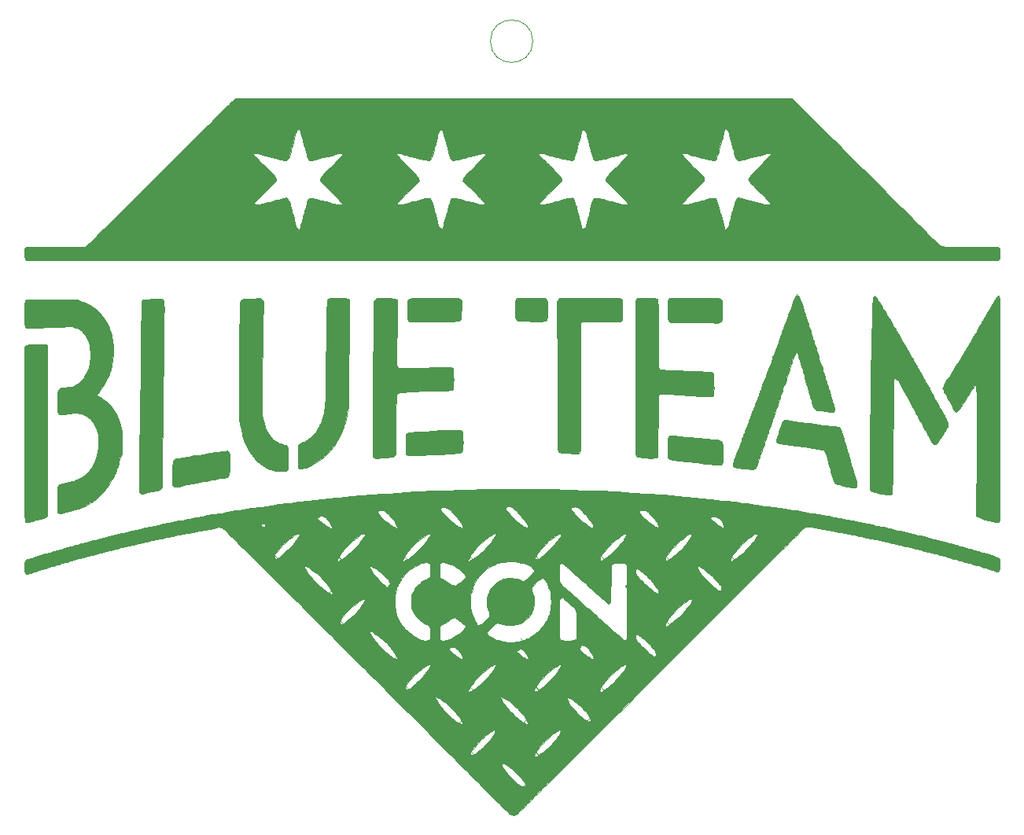
<source format=gbr>
G04 #@! TF.GenerationSoftware,KiCad,Pcbnew,5.1.5*
G04 #@! TF.CreationDate,2020-03-18T22:41:31-05:00*
G04 #@! TF.ProjectId,BlueTeamCon,426c7565-5465-4616-9d43-6f6e2e6b6963,rev?*
G04 #@! TF.SameCoordinates,Original*
G04 #@! TF.FileFunction,Legend,Top*
G04 #@! TF.FilePolarity,Positive*
%FSLAX46Y46*%
G04 Gerber Fmt 4.6, Leading zero omitted, Abs format (unit mm)*
G04 Created by KiCad (PCBNEW 5.1.5) date 2020-03-18 22:41:31*
%MOMM*%
%LPD*%
G04 APERTURE LIST*
%ADD10C,0.120000*%
%ADD11C,0.010000*%
%ADD12C,0.150000*%
G04 APERTURE END LIST*
D10*
X166699435Y-113733210D02*
X168598016Y-111834629D01*
X165341790Y-112375565D02*
X166699435Y-113733210D01*
X167240371Y-110476984D02*
X165341790Y-112375565D01*
X144511000Y-57375000D02*
G75*
G03X144511000Y-57375000I-2286000J0D01*
G01*
D11*
G36*
X143714228Y-105602828D02*
G01*
X144450079Y-105606916D01*
X145163186Y-105613121D01*
X145843789Y-105621443D01*
X146482123Y-105631882D01*
X147068428Y-105644438D01*
X147592940Y-105659110D01*
X148045899Y-105675898D01*
X148111000Y-105678777D01*
X148541080Y-105697184D01*
X149033321Y-105716375D01*
X149565229Y-105735589D01*
X150114312Y-105754065D01*
X150658077Y-105771044D01*
X151174031Y-105785765D01*
X151582333Y-105796132D01*
X152224620Y-105813004D01*
X152795569Y-105831983D01*
X153308500Y-105853870D01*
X153776732Y-105879469D01*
X154213585Y-105909583D01*
X154632378Y-105945016D01*
X155046430Y-105986570D01*
X155392333Y-106025843D01*
X155584175Y-106045026D01*
X155841881Y-106065480D01*
X156146682Y-106086007D01*
X156479813Y-106105408D01*
X156822506Y-106122484D01*
X157064500Y-106132661D01*
X157425889Y-106149434D01*
X157845373Y-106173678D01*
X158296894Y-106203587D01*
X158754389Y-106237351D01*
X159191800Y-106273162D01*
X159519833Y-106303039D01*
X159888668Y-106338468D01*
X160269784Y-106374870D01*
X160644161Y-106410443D01*
X160992780Y-106443385D01*
X161296619Y-106471894D01*
X161536661Y-106494168D01*
X161551833Y-106495562D01*
X161843021Y-106523179D01*
X162154941Y-106554256D01*
X162456597Y-106585613D01*
X162716989Y-106614070D01*
X162800667Y-106623696D01*
X163316441Y-106683712D01*
X163757191Y-106733855D01*
X164131866Y-106775039D01*
X164449417Y-106808180D01*
X164718795Y-106834195D01*
X164948951Y-106854000D01*
X165148836Y-106868509D01*
X165256000Y-106874947D01*
X165592018Y-106900075D01*
X165925181Y-106939873D01*
X166285327Y-106998440D01*
X166610667Y-107061106D01*
X166742869Y-107082295D01*
X166925866Y-107104493D01*
X167125930Y-107123739D01*
X167182167Y-107128192D01*
X167586668Y-107163388D01*
X167982569Y-107207091D01*
X168350469Y-107256705D01*
X168670968Y-107309633D01*
X168907301Y-107359027D01*
X169099050Y-107398240D01*
X169340006Y-107437288D01*
X169594867Y-107470844D01*
X169764500Y-107488378D01*
X169973238Y-107507678D01*
X170159633Y-107526368D01*
X170302570Y-107542241D01*
X170378333Y-107552598D01*
X170463135Y-107564516D01*
X170609717Y-107581740D01*
X170795558Y-107601725D01*
X170949833Y-107617253D01*
X171182813Y-107645248D01*
X171424904Y-107682979D01*
X171639459Y-107724391D01*
X171733000Y-107746686D01*
X171916631Y-107787027D01*
X172148112Y-107826164D01*
X172390754Y-107858278D01*
X172516167Y-107870882D01*
X172936193Y-107913293D01*
X173283253Y-107962293D01*
X173568921Y-108019830D01*
X173804771Y-108087856D01*
X173805558Y-108088127D01*
X173938544Y-108123581D01*
X174130924Y-108161578D01*
X174357709Y-108197734D01*
X174593913Y-108227665D01*
X174611667Y-108229574D01*
X174873238Y-108260819D01*
X175152195Y-108299923D01*
X175413566Y-108341684D01*
X175606500Y-108377577D01*
X175791855Y-108415064D01*
X176036467Y-108463406D01*
X176316366Y-108517927D01*
X176607578Y-108573949D01*
X176813000Y-108613004D01*
X177092930Y-108666476D01*
X177374754Y-108721299D01*
X177635832Y-108773000D01*
X177853528Y-108817106D01*
X177976120Y-108842814D01*
X178206132Y-108887389D01*
X178470035Y-108931139D01*
X178717382Y-108965818D01*
X178759287Y-108970809D01*
X178972805Y-109001163D01*
X179188984Y-109041595D01*
X179370477Y-109084848D01*
X179416500Y-109098538D01*
X179560600Y-109137688D01*
X179761172Y-109182780D01*
X179990837Y-109228036D01*
X180205742Y-109265081D01*
X180449091Y-109308121D01*
X180699434Y-109359771D01*
X180924903Y-109413071D01*
X181073576Y-109454596D01*
X181245209Y-109501128D01*
X181472304Y-109552314D01*
X181726326Y-109602193D01*
X181978737Y-109644806D01*
X181998833Y-109647846D01*
X182259245Y-109691665D01*
X182532687Y-109745741D01*
X182787032Y-109803270D01*
X182990149Y-109857449D01*
X182993667Y-109858511D01*
X183223657Y-109922937D01*
X183491461Y-109990002D01*
X183751366Y-110048482D01*
X183840333Y-110066463D01*
X184065469Y-110112787D01*
X184297874Y-110165122D01*
X184501328Y-110215141D01*
X184581167Y-110236762D01*
X184760228Y-110283386D01*
X184984311Y-110335656D01*
X185215012Y-110384775D01*
X185300833Y-110401625D01*
X185465948Y-110436480D01*
X185694550Y-110489472D01*
X185968574Y-110555991D01*
X186269954Y-110631427D01*
X186580622Y-110711171D01*
X186882513Y-110790613D01*
X187157559Y-110865144D01*
X187387696Y-110930156D01*
X187481000Y-110957870D01*
X187592187Y-110986199D01*
X187756397Y-111021539D01*
X187943063Y-111057422D01*
X187995573Y-111066752D01*
X188189819Y-111106357D01*
X188376417Y-111154186D01*
X188521320Y-111201290D01*
X188545906Y-111211403D01*
X188679453Y-111259343D01*
X188859813Y-111310256D01*
X189050179Y-111353854D01*
X189068500Y-111357445D01*
X189307155Y-111406102D01*
X189490147Y-111451185D01*
X189645684Y-111500673D01*
X189801978Y-111562541D01*
X189817856Y-111569338D01*
X189920729Y-111604477D01*
X190083998Y-111649910D01*
X190284963Y-111699694D01*
X190494635Y-111746558D01*
X190720805Y-111798308D01*
X190941192Y-111855691D01*
X191129082Y-111911359D01*
X191248112Y-111953834D01*
X191413266Y-112014090D01*
X191615913Y-112075951D01*
X191799000Y-112122863D01*
X191985677Y-112170221D01*
X192168668Y-112225303D01*
X192307000Y-112275652D01*
X192437707Y-112322833D01*
X192618584Y-112377202D01*
X192816825Y-112429118D01*
X192878500Y-112443622D01*
X193081255Y-112494764D01*
X193340383Y-112567490D01*
X193632601Y-112654688D01*
X193934625Y-112749245D01*
X194223174Y-112844049D01*
X194463615Y-112927865D01*
X194583047Y-112990214D01*
X194667873Y-113085332D01*
X194722828Y-113225648D01*
X194752651Y-113423588D01*
X194762077Y-113691582D01*
X194762097Y-113711006D01*
X194757771Y-113915848D01*
X194746320Y-114106219D01*
X194729713Y-114255293D01*
X194717774Y-114314917D01*
X194680583Y-114419062D01*
X194629697Y-114463428D01*
X194538093Y-114471808D01*
X194408602Y-114454582D01*
X194261429Y-114414405D01*
X194233167Y-114404034D01*
X194114196Y-114362602D01*
X193943653Y-114309222D01*
X193751904Y-114253272D01*
X193682833Y-114234115D01*
X193479216Y-114174049D01*
X193274853Y-114106344D01*
X193105988Y-114043198D01*
X193069000Y-114027553D01*
X192922122Y-113972887D01*
X192724899Y-113912868D01*
X192510311Y-113857161D01*
X192412833Y-113835219D01*
X192201546Y-113785534D01*
X191992112Y-113728060D01*
X191817478Y-113672149D01*
X191756667Y-113649017D01*
X191585939Y-113589570D01*
X191381641Y-113534144D01*
X191227621Y-113502068D01*
X191021694Y-113455081D01*
X190798736Y-113386415D01*
X190656121Y-113331486D01*
X190478255Y-113265448D01*
X190259104Y-113200371D01*
X190041270Y-113148683D01*
X190006289Y-113141908D01*
X189804602Y-113099774D01*
X189604754Y-113050215D01*
X189443180Y-113002443D01*
X189413623Y-112992074D01*
X189274948Y-112946049D01*
X189085164Y-112889670D01*
X188875563Y-112832044D01*
X188772167Y-112805372D01*
X188559529Y-112749526D01*
X188346122Y-112689446D01*
X188165551Y-112634742D01*
X188101085Y-112613450D01*
X187952953Y-112569183D01*
X187751934Y-112518319D01*
X187528639Y-112468285D01*
X187382506Y-112439057D01*
X187175876Y-112397021D01*
X186985175Y-112352809D01*
X186834840Y-112312383D01*
X186762421Y-112287778D01*
X186661662Y-112254231D01*
X186500798Y-112210292D01*
X186302800Y-112161900D01*
X186110565Y-112119182D01*
X185891816Y-112069871D01*
X185682701Y-112017286D01*
X185508940Y-111968201D01*
X185407621Y-111934043D01*
X185292342Y-111897774D01*
X185115155Y-111853082D01*
X184897749Y-111804975D01*
X184661812Y-111758460D01*
X184593584Y-111746084D01*
X184350563Y-111699878D01*
X184114258Y-111649567D01*
X183908353Y-111600543D01*
X183756535Y-111558204D01*
X183730193Y-111549431D01*
X183588308Y-111506710D01*
X183389936Y-111456339D01*
X183162070Y-111404796D01*
X182945755Y-111361188D01*
X182714962Y-111314828D01*
X182488529Y-111264221D01*
X182293367Y-111215675D01*
X182162588Y-111177597D01*
X182000003Y-111132975D01*
X181792311Y-111089301D01*
X181578774Y-111054612D01*
X181533167Y-111048773D01*
X181330357Y-111018413D01*
X181081565Y-110972357D01*
X180822389Y-110917551D01*
X180644167Y-110875277D01*
X180403247Y-110817173D01*
X180149454Y-110760007D01*
X179917124Y-110711319D01*
X179776333Y-110684679D01*
X179565891Y-110644873D01*
X179316700Y-110593276D01*
X179072063Y-110538969D01*
X178993167Y-110520437D01*
X178530268Y-110419030D01*
X178096701Y-110345440D01*
X177744333Y-110301578D01*
X177545294Y-110270818D01*
X177331906Y-110223719D01*
X177215167Y-110190687D01*
X177062681Y-110150165D01*
X176857792Y-110107001D01*
X176632289Y-110067517D01*
X176495500Y-110047582D01*
X176152614Y-110000083D01*
X175880698Y-109957289D01*
X175666361Y-109916679D01*
X175496216Y-109875728D01*
X175363171Y-109834159D01*
X175230774Y-109798394D01*
X175037723Y-109760107D01*
X174807823Y-109722695D01*
X174564882Y-109689553D01*
X174332703Y-109664078D01*
X174135093Y-109649664D01*
X174055850Y-109647667D01*
X173948939Y-109652898D01*
X173861418Y-109676387D01*
X173769477Y-109729824D01*
X173649305Y-109824903D01*
X173587492Y-109877650D01*
X173541033Y-109921806D01*
X173436556Y-110024050D01*
X173275878Y-110182565D01*
X173060817Y-110395538D01*
X172793191Y-110661154D01*
X172474817Y-110977599D01*
X172107513Y-111343059D01*
X171693098Y-111755719D01*
X171233388Y-112213765D01*
X170730201Y-112715383D01*
X170185355Y-113258758D01*
X169600668Y-113842076D01*
X168977957Y-114463523D01*
X168319041Y-115121285D01*
X167625736Y-115813546D01*
X166899861Y-116538494D01*
X166143234Y-117294312D01*
X165357671Y-118079188D01*
X164544991Y-118891307D01*
X163707012Y-119728854D01*
X162845551Y-120590015D01*
X161962426Y-121472976D01*
X161059454Y-122375923D01*
X160138454Y-123297041D01*
X159201242Y-124234515D01*
X158249638Y-125186532D01*
X158101667Y-125334581D01*
X156843983Y-126592807D01*
X155645309Y-127791735D01*
X154504928Y-128932077D01*
X153422123Y-130014546D01*
X152396179Y-131039853D01*
X151426379Y-132008711D01*
X150512008Y-132921833D01*
X149652348Y-133779930D01*
X148846683Y-134583716D01*
X148094298Y-135333903D01*
X147394476Y-136031203D01*
X146746500Y-136676328D01*
X146149655Y-137269991D01*
X145603224Y-137812905D01*
X145106491Y-138305781D01*
X144658740Y-138749333D01*
X144259254Y-139144272D01*
X143907317Y-139491311D01*
X143602213Y-139791162D01*
X143343226Y-140044538D01*
X143129640Y-140252152D01*
X142960737Y-140414715D01*
X142835803Y-140532939D01*
X142754120Y-140607539D01*
X142714973Y-140639225D01*
X142713500Y-140640001D01*
X142471861Y-140708577D01*
X142227730Y-140694260D01*
X142211134Y-140690199D01*
X142132913Y-140653260D01*
X142021581Y-140581743D01*
X141957134Y-140534254D01*
X141916503Y-140496074D01*
X141817825Y-140399799D01*
X141662901Y-140247224D01*
X141453531Y-140040145D01*
X141191514Y-139780357D01*
X140878650Y-139469657D01*
X140516740Y-139109839D01*
X140107582Y-138702699D01*
X139652978Y-138250033D01*
X139154726Y-137753637D01*
X138614626Y-137215305D01*
X138034479Y-136636834D01*
X137416084Y-136020019D01*
X136761241Y-135366655D01*
X136716251Y-135321754D01*
X141139691Y-135321754D01*
X141176341Y-135418971D01*
X141261180Y-135553473D01*
X141279507Y-135579456D01*
X141381567Y-135724118D01*
X141478215Y-135863359D01*
X141535241Y-135947269D01*
X141642992Y-136091479D01*
X141794006Y-136269634D01*
X141977308Y-136470965D01*
X142181925Y-136684702D01*
X142396879Y-136900076D01*
X142611198Y-137106319D01*
X142813906Y-137292661D01*
X142994027Y-137448334D01*
X143140588Y-137562569D01*
X143242614Y-137624597D01*
X143246114Y-137626041D01*
X143422274Y-137666905D01*
X143569016Y-137642234D01*
X143644938Y-137587551D01*
X143691505Y-137521461D01*
X143698832Y-137448292D01*
X143670908Y-137333356D01*
X143610503Y-137208620D01*
X143495756Y-137040453D01*
X143337095Y-136839952D01*
X143144948Y-136618211D01*
X142929743Y-136386329D01*
X142701911Y-136155399D01*
X142471878Y-135936520D01*
X142250073Y-135740786D01*
X142046924Y-135579294D01*
X141972667Y-135526389D01*
X141817584Y-135419783D01*
X141669339Y-135316842D01*
X141558586Y-135238858D01*
X141553656Y-135235333D01*
X141403639Y-135153699D01*
X141274981Y-135132121D01*
X141181692Y-135170412D01*
X141142730Y-135240771D01*
X141139691Y-135321754D01*
X136716251Y-135321754D01*
X136427346Y-135033425D01*
X141021103Y-135033425D01*
X141025931Y-135068590D01*
X141069525Y-135108651D01*
X141115107Y-135086096D01*
X141126000Y-135045168D01*
X141091767Y-135009609D01*
X141063828Y-135005333D01*
X141021103Y-135033425D01*
X136427346Y-135033425D01*
X136071750Y-134678539D01*
X135730181Y-134337568D01*
X144587404Y-134337568D01*
X144619504Y-134384913D01*
X144731765Y-134408954D01*
X144812204Y-134412018D01*
X144963985Y-134382076D01*
X145063000Y-134306833D01*
X145144292Y-134234771D01*
X145208847Y-134201296D01*
X145212910Y-134201000D01*
X145273727Y-134172719D01*
X145395237Y-134087705D01*
X145577768Y-133945706D01*
X145821649Y-133746466D01*
X146073492Y-133535248D01*
X146239924Y-133383623D01*
X146417338Y-133205290D01*
X146556248Y-133051566D01*
X146761470Y-132805908D01*
X146935800Y-132592722D01*
X147073635Y-132419122D01*
X147169369Y-132292223D01*
X147217399Y-132219141D01*
X147222000Y-132206392D01*
X147248212Y-132158180D01*
X147314247Y-132074459D01*
X147349000Y-132035178D01*
X147439039Y-131911627D01*
X147473530Y-131781261D01*
X147476000Y-131717564D01*
X147463812Y-131578070D01*
X147423397Y-131516916D01*
X147348980Y-131530808D01*
X147260219Y-131594466D01*
X147163681Y-131664363D01*
X147086131Y-131701501D01*
X147073477Y-131703333D01*
X146997472Y-131732916D01*
X146873283Y-131815754D01*
X146710254Y-131942981D01*
X146517728Y-132105733D01*
X146305051Y-132295142D01*
X146081566Y-132502343D01*
X145856616Y-132718471D01*
X145639545Y-132934659D01*
X145439698Y-133142043D01*
X145266418Y-133331756D01*
X145129049Y-133494932D01*
X145036935Y-133622706D01*
X145020196Y-133651545D01*
X144961171Y-133739020D01*
X144878036Y-133839171D01*
X144874366Y-133843153D01*
X144795043Y-133954969D01*
X144746187Y-134070920D01*
X144745729Y-134072955D01*
X144696422Y-134190279D01*
X144636267Y-134267577D01*
X144587404Y-134337568D01*
X135730181Y-134337568D01*
X135354321Y-133962367D01*
X137759044Y-133962367D01*
X137762697Y-134028990D01*
X137801165Y-134113107D01*
X137845547Y-134193009D01*
X137888863Y-134231196D01*
X137955413Y-134232948D01*
X138069495Y-134203546D01*
X138131651Y-134184916D01*
X138299366Y-134106747D01*
X138506972Y-133960406D01*
X138660280Y-133831721D01*
X138816428Y-133696042D01*
X138964671Y-133570568D01*
X139083845Y-133473057D01*
X139133006Y-133435055D01*
X139214374Y-133361925D01*
X139335165Y-133237040D01*
X139482545Y-133075261D01*
X139643678Y-132891446D01*
X139805728Y-132700456D01*
X139955859Y-132517149D01*
X140081236Y-132356385D01*
X140161659Y-132244220D01*
X140249959Y-132119496D01*
X140335963Y-132010134D01*
X140362742Y-131979839D01*
X140426504Y-131870310D01*
X140448482Y-131710579D01*
X140448667Y-131690021D01*
X140435058Y-131551475D01*
X140393864Y-131492817D01*
X140324535Y-131513702D01*
X140261612Y-131572526D01*
X140162531Y-131646161D01*
X140076932Y-131681371D01*
X139977196Y-131726290D01*
X139857201Y-131806482D01*
X139811357Y-131843928D01*
X139696219Y-131940509D01*
X139546962Y-132060471D01*
X139407393Y-132169000D01*
X138963670Y-132545470D01*
X138518646Y-132997740D01*
X138080141Y-133517435D01*
X137799849Y-133890857D01*
X137759044Y-133962367D01*
X135354321Y-133962367D01*
X135349411Y-133957466D01*
X134596023Y-133205231D01*
X133813386Y-132423629D01*
X133003301Y-131614458D01*
X132167567Y-130779511D01*
X131307984Y-129920585D01*
X130426351Y-129039476D01*
X129524469Y-128137978D01*
X129404685Y-128018225D01*
X133997455Y-128018225D01*
X133998606Y-128065287D01*
X134040562Y-128158005D01*
X134051066Y-128178392D01*
X134127484Y-128329148D01*
X134204127Y-128485337D01*
X134211477Y-128500688D01*
X134283148Y-128629836D01*
X134361093Y-128741150D01*
X134375445Y-128757772D01*
X134463411Y-128859248D01*
X134555957Y-128973361D01*
X134557944Y-128975917D01*
X134701035Y-129155517D01*
X134840560Y-129318866D01*
X134994523Y-129485694D01*
X135180927Y-129675728D01*
X135338868Y-129831671D01*
X135501252Y-129987601D01*
X135651990Y-130126844D01*
X135776008Y-130235848D01*
X135858236Y-130301061D01*
X135868035Y-130307471D01*
X135971395Y-130382265D01*
X136043565Y-130451212D01*
X136137600Y-130540446D01*
X136276775Y-130643939D01*
X136439416Y-130748705D01*
X136603850Y-130841759D01*
X136748402Y-130910114D01*
X136851398Y-130940785D01*
X136861618Y-130941333D01*
X136939251Y-130909035D01*
X136963060Y-130875134D01*
X136964817Y-130787862D01*
X136940858Y-130716384D01*
X136866491Y-130584309D01*
X136765543Y-130420933D01*
X136654339Y-130251046D01*
X136549204Y-130099443D01*
X136466463Y-129990916D01*
X136452865Y-129975260D01*
X136382002Y-129895752D01*
X136272599Y-129771598D01*
X136141621Y-129622092D01*
X136047880Y-129514635D01*
X135908916Y-129360586D01*
X135759150Y-129206947D01*
X135586758Y-129042723D01*
X135379915Y-128856917D01*
X135126795Y-128638532D01*
X134899744Y-128446976D01*
X134764786Y-128344380D01*
X134614529Y-128246106D01*
X134471624Y-128165353D01*
X134358724Y-128115317D01*
X134313667Y-128105510D01*
X134236775Y-128078496D01*
X134177660Y-128036366D01*
X134107973Y-128000021D01*
X141004783Y-128000021D01*
X141014622Y-128052626D01*
X141083667Y-128114824D01*
X141153158Y-128202762D01*
X141168333Y-128281986D01*
X141197489Y-128386246D01*
X141279554Y-128533923D01*
X141370503Y-128663386D01*
X141478883Y-128809033D01*
X141576611Y-128944620D01*
X141644259Y-129043138D01*
X141649067Y-129050612D01*
X141708371Y-129125419D01*
X141817397Y-129246116D01*
X141964111Y-129400670D01*
X142136485Y-129577046D01*
X142322487Y-129763211D01*
X142510086Y-129947130D01*
X142687251Y-130116769D01*
X142841952Y-130260095D01*
X142962157Y-130365073D01*
X142967942Y-130369833D01*
X143101795Y-130472766D01*
X143276121Y-130597690D01*
X143459324Y-130722154D01*
X143512702Y-130756956D01*
X143677093Y-130859621D01*
X143788361Y-130919143D01*
X143862067Y-130941887D01*
X143913772Y-130934217D01*
X143927717Y-130926689D01*
X143990322Y-130864299D01*
X144004667Y-130823214D01*
X143980882Y-130739917D01*
X143916615Y-130606793D01*
X143822491Y-130441517D01*
X143709136Y-130261763D01*
X143587179Y-130085204D01*
X143467457Y-129929770D01*
X143281459Y-129715464D01*
X143061575Y-129478539D01*
X142826914Y-129238289D01*
X142596587Y-129014007D01*
X142389702Y-128824988D01*
X142289072Y-128740000D01*
X142142159Y-128620559D01*
X141995861Y-128500752D01*
X141896762Y-128418884D01*
X141775339Y-128330383D01*
X141618223Y-128232957D01*
X141446694Y-128137806D01*
X141282031Y-128056131D01*
X141196296Y-128020333D01*
X148026333Y-128020333D01*
X148061582Y-128055353D01*
X148106471Y-128062667D01*
X148189317Y-128098670D01*
X148231683Y-128207567D01*
X148238000Y-128301960D01*
X148268749Y-128414519D01*
X148355262Y-128572788D01*
X148488941Y-128767469D01*
X148661184Y-128989266D01*
X148863392Y-129228882D01*
X149086966Y-129477020D01*
X149323304Y-129724384D01*
X149563807Y-129961678D01*
X149799876Y-130179603D01*
X150022910Y-130368864D01*
X150224310Y-130520164D01*
X150377650Y-130614967D01*
X150512619Y-130650547D01*
X150629338Y-130603612D01*
X150705827Y-130513508D01*
X150726737Y-130405401D01*
X150688829Y-130254796D01*
X150597555Y-130074315D01*
X150458361Y-129876582D01*
X150401152Y-129807739D01*
X150216773Y-129601225D01*
X150009962Y-129380784D01*
X149796773Y-129162576D01*
X149593261Y-128962761D01*
X149415478Y-128797497D01*
X149298356Y-128697667D01*
X149150539Y-128577967D01*
X148990800Y-128445354D01*
X148926369Y-128390750D01*
X148818396Y-128304424D01*
X148732698Y-128246767D01*
X148697043Y-128232000D01*
X148634049Y-128209854D01*
X148542954Y-128156439D01*
X148540868Y-128155015D01*
X148442112Y-128102333D01*
X148306603Y-128046862D01*
X148169559Y-128001384D01*
X148066199Y-127978683D01*
X148053172Y-127978000D01*
X148027052Y-128010611D01*
X148026333Y-128020333D01*
X141196296Y-128020333D01*
X141145515Y-127999130D01*
X141059069Y-127978000D01*
X141004783Y-128000021D01*
X134107973Y-128000021D01*
X134093531Y-127992489D01*
X134035081Y-127993341D01*
X133997455Y-128018225D01*
X129404685Y-128018225D01*
X128764231Y-127377938D01*
X137519897Y-127377938D01*
X137550492Y-127416022D01*
X137599095Y-127409315D01*
X137687882Y-127391028D01*
X137777504Y-127385333D01*
X137893894Y-127353455D01*
X137959237Y-127310904D01*
X144533343Y-127310904D01*
X144550524Y-127351710D01*
X144640347Y-127377852D01*
X144767061Y-127385333D01*
X144917104Y-127372655D01*
X145000427Y-127336728D01*
X145005839Y-127329726D01*
X151687971Y-127329726D01*
X151735338Y-127372504D01*
X151760397Y-127383329D01*
X151861357Y-127417913D01*
X151925446Y-127410867D01*
X151992756Y-127355841D01*
X152003910Y-127344756D01*
X152094957Y-127272540D01*
X152219226Y-127195141D01*
X152255038Y-127176028D01*
X152363731Y-127114247D01*
X152437532Y-127060689D01*
X152450373Y-127046332D01*
X152496419Y-127000204D01*
X152590649Y-126922008D01*
X152708682Y-126831664D01*
X153009138Y-126586831D01*
X153326457Y-126287472D01*
X153639497Y-125954718D01*
X153912422Y-125628500D01*
X154052001Y-125451313D01*
X154184767Y-125283997D01*
X154295492Y-125145669D01*
X154367656Y-125057000D01*
X154452258Y-124923904D01*
X154509414Y-124777506D01*
X154516685Y-124742925D01*
X154544615Y-124629572D01*
X154581451Y-124555628D01*
X154590789Y-124547276D01*
X154587897Y-124522416D01*
X154518179Y-124499188D01*
X154497039Y-124495476D01*
X154367455Y-124497312D01*
X154259001Y-124561308D01*
X154249333Y-124569952D01*
X154149182Y-124645764D01*
X154056994Y-124692488D01*
X154056984Y-124692491D01*
X153974226Y-124736126D01*
X153866150Y-124815951D01*
X153819913Y-124855997D01*
X153703383Y-124957562D01*
X153555725Y-125079818D01*
X153440090Y-125171834D01*
X153309064Y-125281429D01*
X153149328Y-125426936D01*
X152970968Y-125597850D01*
X152784069Y-125783668D01*
X152598714Y-125973883D01*
X152424989Y-126157992D01*
X152272978Y-126325491D01*
X152152765Y-126465874D01*
X152074434Y-126568638D01*
X152048000Y-126621903D01*
X152022826Y-126671909D01*
X151958095Y-126762368D01*
X151899833Y-126835000D01*
X151816201Y-126949763D01*
X151762475Y-127051647D01*
X151751667Y-127095788D01*
X151731578Y-127203175D01*
X151707480Y-127261795D01*
X151687971Y-127329726D01*
X145005839Y-127329726D01*
X145007980Y-127326956D01*
X145065600Y-127266405D01*
X145161095Y-127196433D01*
X145172512Y-127189373D01*
X145330167Y-127081590D01*
X145529815Y-126926822D01*
X145755055Y-126739388D01*
X145989482Y-126533610D01*
X146216696Y-126323806D01*
X146420292Y-126124297D01*
X146552786Y-125984336D01*
X146794257Y-125714005D01*
X146977681Y-125501737D01*
X147102604Y-125348082D01*
X147168571Y-125253590D01*
X147179667Y-125225232D01*
X147205224Y-125172153D01*
X147269392Y-125084458D01*
X147299930Y-125047890D01*
X147371964Y-124940075D01*
X147435854Y-124803350D01*
X147482142Y-124664733D01*
X147501370Y-124551241D01*
X147492205Y-124498638D01*
X147428562Y-124464764D01*
X147335404Y-124483605D01*
X147243635Y-124548560D01*
X147240004Y-124552495D01*
X147142544Y-124632396D01*
X147026411Y-124696564D01*
X146904832Y-124765745D01*
X146737593Y-124886830D01*
X146536079Y-125049156D01*
X146311675Y-125242062D01*
X146075764Y-125454885D01*
X145839731Y-125676964D01*
X145614959Y-125897637D01*
X145412834Y-126106242D01*
X145244740Y-126292115D01*
X145122060Y-126444597D01*
X145065371Y-126533198D01*
X144983289Y-126663764D01*
X144887065Y-126779350D01*
X144876144Y-126789909D01*
X144789698Y-126902714D01*
X144726374Y-127040135D01*
X144722420Y-127053773D01*
X144673478Y-127169896D01*
X144608024Y-127251018D01*
X144594710Y-127259737D01*
X144533343Y-127310904D01*
X137959237Y-127310904D01*
X138022773Y-127269530D01*
X138035667Y-127258333D01*
X138128062Y-127181694D01*
X138195229Y-127136488D01*
X138210050Y-127131333D01*
X138256724Y-127105624D01*
X138345560Y-127038816D01*
X138437833Y-126962000D01*
X138545920Y-126872594D01*
X138629260Y-126811227D01*
X138665015Y-126792667D01*
X138709729Y-126763578D01*
X138800910Y-126683882D01*
X138927325Y-126564933D01*
X139077741Y-126418086D01*
X139240927Y-126254695D01*
X139405649Y-126086115D01*
X139560675Y-125923701D01*
X139694772Y-125778806D01*
X139796709Y-125662785D01*
X139850187Y-125594615D01*
X139929463Y-125485787D01*
X139992920Y-125410005D01*
X140017749Y-125388781D01*
X140064305Y-125343105D01*
X140137782Y-125242577D01*
X140225699Y-125107282D01*
X140315575Y-124957310D01*
X140394931Y-124812746D01*
X140451287Y-124693680D01*
X140454372Y-124686001D01*
X140495625Y-124574461D01*
X140502899Y-124514540D01*
X140474560Y-124479613D01*
X140440490Y-124459957D01*
X140369641Y-124439948D01*
X140297995Y-124472863D01*
X140243277Y-124520439D01*
X140123052Y-124612401D01*
X139993932Y-124682983D01*
X139868130Y-124753307D01*
X139696930Y-124875419D01*
X139492034Y-125038589D01*
X139265140Y-125232087D01*
X139027949Y-125445185D01*
X138792162Y-125667154D01*
X138569478Y-125887263D01*
X138371597Y-126094785D01*
X138210221Y-126278990D01*
X138108804Y-126411667D01*
X138000410Y-126561609D01*
X137880885Y-126715781D01*
X137837485Y-126768536D01*
X137756297Y-126878347D01*
X137705558Y-126973266D01*
X137697000Y-127008705D01*
X137671183Y-127089200D01*
X137607978Y-127189120D01*
X137597468Y-127202168D01*
X137535507Y-127300431D01*
X137519897Y-127377938D01*
X128764231Y-127377938D01*
X128604138Y-127217887D01*
X128344592Y-126958367D01*
X130712000Y-126958367D01*
X130737744Y-127052186D01*
X130798797Y-127146331D01*
X130870896Y-127207792D01*
X130901391Y-127216000D01*
X130972361Y-127200159D01*
X131086759Y-127159984D01*
X131149115Y-127134499D01*
X131268477Y-127074928D01*
X131354307Y-127016824D01*
X131374875Y-126994581D01*
X131428510Y-126935546D01*
X131523695Y-126852731D01*
X131576560Y-126811499D01*
X131703532Y-126711295D01*
X131822004Y-126610121D01*
X131853575Y-126581000D01*
X131938264Y-126500474D01*
X132060313Y-126384732D01*
X132195538Y-126256703D01*
X132216681Y-126236705D01*
X132375579Y-126077392D01*
X132544818Y-125893698D01*
X132680500Y-125734189D01*
X132794783Y-125595608D01*
X132901603Y-125472880D01*
X132980182Y-125389775D01*
X132987942Y-125382476D01*
X133069455Y-125287948D01*
X133165984Y-125146919D01*
X133265472Y-124981058D01*
X133355862Y-124812033D01*
X133425097Y-124661512D01*
X133461121Y-124551164D01*
X133463667Y-124527502D01*
X133434000Y-124461067D01*
X133359938Y-124446737D01*
X133263889Y-124484599D01*
X133211041Y-124526517D01*
X133123546Y-124597671D01*
X133054343Y-124632859D01*
X133047111Y-124633667D01*
X132979527Y-124652493D01*
X132875617Y-124712421D01*
X132727768Y-124818627D01*
X132528367Y-124976286D01*
X132456125Y-125035404D01*
X132302181Y-125161696D01*
X132156421Y-125280502D01*
X132042655Y-125372442D01*
X132011625Y-125397208D01*
X131862260Y-125527155D01*
X131691706Y-125694367D01*
X131509625Y-125887237D01*
X131325679Y-126094158D01*
X131149532Y-126303522D01*
X130990846Y-126503723D01*
X130859282Y-126683153D01*
X130764505Y-126830206D01*
X130716176Y-126933274D01*
X130712000Y-126958367D01*
X128344592Y-126958367D01*
X127667156Y-126281000D01*
X126715325Y-125329111D01*
X126499833Y-125113585D01*
X125545326Y-124159041D01*
X124605387Y-123219329D01*
X123681810Y-122296235D01*
X122776389Y-121391543D01*
X122387055Y-121002635D01*
X126972803Y-121002635D01*
X126974371Y-121057175D01*
X127006971Y-121144419D01*
X127075633Y-121280884D01*
X127117203Y-121358266D01*
X127219992Y-121535039D01*
X127330870Y-121705628D01*
X127429403Y-121839009D01*
X127449208Y-121862335D01*
X127564337Y-121995218D01*
X127695434Y-122150638D01*
X127769833Y-122240788D01*
X127875344Y-122366846D01*
X127973159Y-122478221D01*
X128027209Y-122535620D01*
X128230994Y-122734966D01*
X128429585Y-122924663D01*
X128609836Y-123092494D01*
X128758602Y-123226245D01*
X128862736Y-123313697D01*
X128872715Y-123321333D01*
X129131434Y-123512141D01*
X129341648Y-123658768D01*
X129519251Y-123772001D01*
X129632500Y-123837075D01*
X129756668Y-123900970D01*
X129831932Y-123924513D01*
X129881185Y-123912227D01*
X129906172Y-123891151D01*
X129935743Y-123847926D01*
X129933976Y-123791123D01*
X129896243Y-123699279D01*
X129842672Y-123596551D01*
X129747124Y-123432630D01*
X129639214Y-123266490D01*
X129579796Y-123183819D01*
X129476138Y-123044353D01*
X129374670Y-122902192D01*
X129340118Y-122851848D01*
X129256430Y-122744856D01*
X129246322Y-122733458D01*
X135471538Y-122733458D01*
X135478487Y-122795388D01*
X135535971Y-122897145D01*
X135631073Y-123022501D01*
X135750875Y-123155226D01*
X135882461Y-123279092D01*
X135948143Y-123332256D01*
X136153821Y-123488198D01*
X136302320Y-123599640D01*
X136403569Y-123673708D01*
X136467497Y-123717528D01*
X136504032Y-123738225D01*
X136520370Y-123742933D01*
X136570660Y-123765866D01*
X136662629Y-123821682D01*
X136708079Y-123851779D01*
X136809251Y-123915157D01*
X136870054Y-123931881D01*
X136917167Y-123907003D01*
X136930849Y-123893960D01*
X136971847Y-123829362D01*
X136962692Y-123744658D01*
X136948396Y-123703494D01*
X136846480Y-123494849D01*
X136685795Y-123246920D01*
X136591794Y-123124614D01*
X142777000Y-123124614D01*
X142808145Y-123160285D01*
X142890249Y-123232982D01*
X143006313Y-123329232D01*
X143139337Y-123435562D01*
X143272322Y-123538497D01*
X143388270Y-123624566D01*
X143470181Y-123680294D01*
X143494043Y-123692943D01*
X143566988Y-123733781D01*
X143669445Y-123806676D01*
X143704694Y-123834500D01*
X143809708Y-123907753D01*
X143884484Y-123924700D01*
X143926944Y-123910284D01*
X143990210Y-123861474D01*
X144004667Y-123833166D01*
X143985683Y-123741761D01*
X143938389Y-123611369D01*
X143877273Y-123476056D01*
X143816820Y-123369889D01*
X143796521Y-123343705D01*
X143722025Y-123244497D01*
X143650521Y-123123831D01*
X143648812Y-123120470D01*
X143539484Y-122988020D01*
X143366257Y-122875106D01*
X143153129Y-122767105D01*
X143006862Y-122857503D01*
X142886377Y-122950698D01*
X142803100Y-123050862D01*
X142777000Y-123124614D01*
X136591794Y-123124614D01*
X136474606Y-122972141D01*
X136414109Y-122899793D01*
X136295258Y-122764508D01*
X149558328Y-122764508D01*
X149587785Y-122857792D01*
X149663184Y-122966937D01*
X149758232Y-123071555D01*
X149901234Y-123205964D01*
X150070398Y-123351958D01*
X150243930Y-123491331D01*
X150400036Y-123605877D01*
X150508660Y-123673234D01*
X150624382Y-123748512D01*
X150710578Y-123824999D01*
X150815663Y-123896353D01*
X150930953Y-123910486D01*
X151017681Y-123869052D01*
X151033785Y-123800776D01*
X151014475Y-123687572D01*
X150968374Y-123556830D01*
X150904101Y-123435938D01*
X150865268Y-123384833D01*
X150802189Y-123304563D01*
X150715057Y-123181700D01*
X150638770Y-123067333D01*
X150473710Y-122828841D01*
X150327600Y-122657526D01*
X150188383Y-122541779D01*
X150044000Y-122469994D01*
X150005150Y-122457399D01*
X149803799Y-122398125D01*
X149677066Y-122551875D01*
X149587753Y-122672563D01*
X149558328Y-122764508D01*
X136295258Y-122764508D01*
X136289087Y-122757484D01*
X136195827Y-122668046D01*
X136114679Y-122617080D01*
X136025994Y-122590185D01*
X135981166Y-122582513D01*
X135826699Y-122581420D01*
X135668326Y-122614610D01*
X135537224Y-122672848D01*
X135471538Y-122733458D01*
X129246322Y-122733458D01*
X129123755Y-122595259D01*
X128956059Y-122417068D01*
X128767312Y-122224291D01*
X128571480Y-122030938D01*
X128382533Y-121851016D01*
X128214438Y-121698535D01*
X128081164Y-121587504D01*
X128074018Y-121582040D01*
X127842419Y-121408629D01*
X127652815Y-121273020D01*
X127481892Y-121159136D01*
X127306332Y-121050902D01*
X127286911Y-121039348D01*
X127157612Y-120966565D01*
X127077880Y-120935654D01*
X127027017Y-120941251D01*
X126997240Y-120964284D01*
X126972803Y-121002635D01*
X122387055Y-121002635D01*
X121890917Y-120507041D01*
X121374612Y-119991455D01*
X123671782Y-119991455D01*
X123786321Y-120089977D01*
X123868379Y-120153003D01*
X123932150Y-120163758D01*
X124020997Y-120127406D01*
X124036180Y-120119729D01*
X124131796Y-120060698D01*
X124266768Y-119964351D01*
X124416304Y-119848629D01*
X124460203Y-119812895D01*
X124610398Y-119689468D01*
X124753002Y-119573000D01*
X124862659Y-119484181D01*
X124883536Y-119467459D01*
X125008379Y-119358756D01*
X125166376Y-119208284D01*
X125335220Y-119038246D01*
X125492605Y-118870846D01*
X125566191Y-118787956D01*
X125662172Y-118672035D01*
X125778977Y-118523998D01*
X125904623Y-118359918D01*
X126027127Y-118195868D01*
X126134506Y-118047920D01*
X126214776Y-117932147D01*
X126255956Y-117864623D01*
X126257774Y-117860333D01*
X126300213Y-117780994D01*
X126333057Y-117733333D01*
X129611333Y-117733333D01*
X129638483Y-118230419D01*
X129716713Y-118720061D01*
X129841197Y-119181853D01*
X130007108Y-119595389D01*
X130088568Y-119750804D01*
X130405866Y-120251125D01*
X130751893Y-120680398D01*
X131139016Y-121050647D01*
X131579600Y-121373897D01*
X132019161Y-121627883D01*
X132273089Y-121753814D01*
X132478714Y-121838815D01*
X132658023Y-121889153D01*
X132833001Y-121911097D01*
X133013677Y-121911415D01*
X133177363Y-121900482D01*
X133280790Y-121878966D01*
X133348295Y-121839648D01*
X133384094Y-121801555D01*
X133417762Y-121749621D01*
X133440283Y-121681464D01*
X133453627Y-121580739D01*
X133459763Y-121431099D01*
X133460552Y-121242408D01*
X134440491Y-121242408D01*
X134440541Y-121438802D01*
X134444918Y-121592972D01*
X134453332Y-121685080D01*
X134454765Y-121691692D01*
X134508438Y-121785901D01*
X134604008Y-121873853D01*
X134618386Y-121883113D01*
X134693708Y-121922893D01*
X134770533Y-121943472D01*
X134867778Y-121944570D01*
X135004361Y-121925906D01*
X135199200Y-121887203D01*
X135262833Y-121873586D01*
X135487012Y-121804483D01*
X135742586Y-121691592D01*
X136015275Y-121544747D01*
X136290800Y-121373779D01*
X136554880Y-121188523D01*
X136701256Y-121072019D01*
X139571368Y-121072019D01*
X139575121Y-121091147D01*
X139637895Y-121230946D01*
X139759087Y-121365817D01*
X139946955Y-121503071D01*
X140202046Y-121646084D01*
X140417870Y-121748995D01*
X140622555Y-121827654D01*
X140847977Y-121892719D01*
X141124381Y-121954519D01*
X141340837Y-121998802D01*
X141540464Y-122039851D01*
X141701400Y-122073157D01*
X141801781Y-122094211D01*
X141803333Y-122094543D01*
X141908551Y-122114230D01*
X142009365Y-122124243D01*
X142120704Y-122123198D01*
X142257495Y-122109711D01*
X142434667Y-122082399D01*
X142667148Y-122039877D01*
X142916241Y-121991363D01*
X143196672Y-121934449D01*
X143412765Y-121885692D01*
X143583673Y-121839181D01*
X143728548Y-121789003D01*
X143866541Y-121729246D01*
X144016805Y-121653999D01*
X144027909Y-121648192D01*
X144198719Y-121555880D01*
X144348541Y-121469807D01*
X144456293Y-121402337D01*
X144491500Y-121376344D01*
X144584642Y-121305469D01*
X144704087Y-121226088D01*
X144724333Y-121213686D01*
X144843565Y-121125610D01*
X144998198Y-120988560D01*
X145172304Y-120819243D01*
X145349954Y-120634367D01*
X145515217Y-120450638D01*
X145652165Y-120284764D01*
X145744869Y-120153451D01*
X145758987Y-120128513D01*
X145841786Y-119981790D01*
X145928975Y-119843715D01*
X145967157Y-119789846D01*
X146037349Y-119673267D01*
X146108129Y-119518568D01*
X146120472Y-119484875D01*
X147349000Y-119484875D01*
X147349556Y-119893598D01*
X147351150Y-120279988D01*
X147353668Y-120635059D01*
X147356999Y-120949829D01*
X147361028Y-121215310D01*
X147365645Y-121422520D01*
X147370735Y-121562472D01*
X147375838Y-121624606D01*
X147427534Y-121741925D01*
X147540836Y-121831600D01*
X147555754Y-121839694D01*
X147686278Y-121881723D01*
X147877818Y-121909948D01*
X148107832Y-121924227D01*
X148353782Y-121924416D01*
X148593125Y-121910375D01*
X148803320Y-121881962D01*
X148936489Y-121848397D01*
X149066821Y-121796318D01*
X149137330Y-121741827D01*
X149171151Y-121665590D01*
X149174897Y-121649167D01*
X149185367Y-121554975D01*
X149193531Y-121391585D01*
X149199473Y-121171835D01*
X149203278Y-120908565D01*
X149205030Y-120614616D01*
X149204813Y-120302828D01*
X149202713Y-119986040D01*
X149198814Y-119677092D01*
X149193199Y-119388826D01*
X149185955Y-119134080D01*
X149177164Y-118925694D01*
X149166912Y-118776510D01*
X149155496Y-118700021D01*
X149108077Y-118606164D01*
X149014370Y-118485557D01*
X148867328Y-118330131D01*
X148659906Y-118131820D01*
X148656346Y-118128521D01*
X148374209Y-117868351D01*
X148148021Y-117662561D01*
X147972742Y-117506809D01*
X147843329Y-117396751D01*
X147754742Y-117328044D01*
X147701939Y-117296343D01*
X147686678Y-117293067D01*
X147608825Y-117300943D01*
X147581833Y-117303650D01*
X147506287Y-117336655D01*
X147433667Y-117394667D01*
X147414078Y-117416704D01*
X147397768Y-117445096D01*
X147384437Y-117487250D01*
X147373784Y-117550572D01*
X147365511Y-117642467D01*
X147359316Y-117770342D01*
X147354901Y-117941603D01*
X147351964Y-118163655D01*
X147350206Y-118443905D01*
X147349327Y-118789759D01*
X147349027Y-119208622D01*
X147349000Y-119484875D01*
X146120472Y-119484875D01*
X146141798Y-119426667D01*
X146198872Y-119265889D01*
X146260840Y-119112619D01*
X146291730Y-119045667D01*
X146358117Y-118858812D01*
X146409425Y-118599052D01*
X146444279Y-118277034D01*
X146461303Y-117903404D01*
X146462782Y-117721857D01*
X146453269Y-117323381D01*
X146425591Y-116992456D01*
X146377539Y-116713482D01*
X146306905Y-116470860D01*
X146273323Y-116384083D01*
X146203036Y-116205707D01*
X146133396Y-116015300D01*
X146102391Y-115924081D01*
X146055568Y-115796743D01*
X146012081Y-115705552D01*
X145990605Y-115677862D01*
X145948559Y-115631550D01*
X145878180Y-115535057D01*
X145803867Y-115423364D01*
X145720205Y-115304792D01*
X145646916Y-115222098D01*
X145603276Y-115194343D01*
X145480515Y-115207032D01*
X145363680Y-115246065D01*
X145238906Y-115320282D01*
X145092329Y-115438522D01*
X144910086Y-115609626D01*
X144834272Y-115684673D01*
X144634718Y-115890008D01*
X144493695Y-116055601D01*
X144405712Y-116197115D01*
X144365279Y-116330215D01*
X144366907Y-116470564D01*
X144405106Y-116633828D01*
X144452274Y-116774645D01*
X144542768Y-117033473D01*
X144606286Y-117233398D01*
X144646804Y-117394326D01*
X144668298Y-117536158D01*
X144674747Y-117678798D01*
X144670126Y-117842150D01*
X144669211Y-117860333D01*
X144636954Y-118159811D01*
X144570333Y-118411628D01*
X144546220Y-118474167D01*
X144476343Y-118647661D01*
X144407141Y-118825079D01*
X144369400Y-118925304D01*
X144280531Y-119094674D01*
X144135305Y-119289990D01*
X143949975Y-119493644D01*
X143740792Y-119688032D01*
X143524007Y-119855548D01*
X143488820Y-119879261D01*
X143137188Y-120066472D01*
X142741638Y-120200451D01*
X142329962Y-120272984D01*
X142120833Y-120283679D01*
X141940601Y-120278192D01*
X141760885Y-120256881D01*
X141556894Y-120215465D01*
X141303837Y-120149666D01*
X141238993Y-120131458D01*
X140695819Y-119977444D01*
X140519326Y-120083380D01*
X140421366Y-120154347D01*
X140282809Y-120270703D01*
X140121618Y-120416690D01*
X139955757Y-120576547D01*
X139945550Y-120586734D01*
X139782190Y-120752495D01*
X139671786Y-120872064D01*
X139605645Y-120957282D01*
X139575070Y-121019987D01*
X139571368Y-121072019D01*
X136701256Y-121072019D01*
X136793235Y-120998811D01*
X136991585Y-120814477D01*
X137135652Y-120645353D01*
X137196072Y-120542372D01*
X137238318Y-120423829D01*
X137253407Y-120331655D01*
X137249725Y-120309090D01*
X137202152Y-120251083D01*
X137101429Y-120158556D01*
X136964064Y-120045117D01*
X136806565Y-119924370D01*
X136645440Y-119809925D01*
X136638170Y-119805007D01*
X136501441Y-119705539D01*
X136357287Y-119590298D01*
X136319729Y-119558083D01*
X136193628Y-119465740D01*
X136096877Y-119439769D01*
X136072282Y-119443748D01*
X135952689Y-119464197D01*
X135885092Y-119468422D01*
X135795854Y-119498614D01*
X135688927Y-119574397D01*
X135652258Y-119609336D01*
X135514739Y-119727859D01*
X135328862Y-119857103D01*
X135125500Y-119977938D01*
X134935527Y-120071238D01*
X134860667Y-120099797D01*
X134721098Y-120154714D01*
X134617896Y-120222260D01*
X134545137Y-120315605D01*
X134496896Y-120447917D01*
X134467250Y-120632364D01*
X134450274Y-120882114D01*
X134445055Y-121023629D01*
X134440491Y-121242408D01*
X133460552Y-121242408D01*
X133460662Y-121216197D01*
X133460413Y-121168227D01*
X133455194Y-120946187D01*
X133443404Y-120738973D01*
X133426803Y-120569993D01*
X133407496Y-120463833D01*
X133376944Y-120378759D01*
X133332437Y-120313631D01*
X133256640Y-120253345D01*
X133132221Y-120182798D01*
X133018830Y-120125167D01*
X132732632Y-119975721D01*
X132507441Y-119841123D01*
X132324439Y-119708000D01*
X132164808Y-119562977D01*
X132043702Y-119432178D01*
X131773942Y-119080915D01*
X131580937Y-118727314D01*
X131458098Y-118354150D01*
X131398833Y-117944198D01*
X131391013Y-117726474D01*
X131394491Y-117643574D01*
X137746485Y-117643574D01*
X137747315Y-117954729D01*
X137770674Y-118232936D01*
X137795189Y-118368333D01*
X137882218Y-118708450D01*
X137981977Y-119042245D01*
X138088055Y-119351284D01*
X138194040Y-119617132D01*
X138293524Y-119821353D01*
X138310764Y-119851007D01*
X138419861Y-120030109D01*
X138498439Y-120147584D01*
X138559352Y-120214519D01*
X138615456Y-120241999D01*
X138679605Y-120241111D01*
X138746848Y-120227078D01*
X138853923Y-120203244D01*
X138920513Y-120190349D01*
X138926503Y-120189676D01*
X138966448Y-120160066D01*
X139055935Y-120078186D01*
X139185889Y-119952861D01*
X139347238Y-119792918D01*
X139530907Y-119607182D01*
X139633750Y-119501764D01*
X139735374Y-119390346D01*
X139789307Y-119302186D01*
X139810418Y-119203494D01*
X139813667Y-119092879D01*
X139789706Y-118881186D01*
X139714580Y-118633577D01*
X139679438Y-118544719D01*
X139618635Y-118390183D01*
X139579412Y-118262023D01*
X139557032Y-118132628D01*
X139546757Y-117974391D01*
X139543849Y-117759701D01*
X139543833Y-117754500D01*
X139544810Y-117544902D01*
X139553014Y-117389507D01*
X139574167Y-117258694D01*
X139613989Y-117122840D01*
X139678205Y-116952322D01*
X139717990Y-116852896D01*
X139910074Y-116450283D01*
X140141050Y-116111313D01*
X140424729Y-115818765D01*
X140739570Y-115578874D01*
X140916935Y-115462365D01*
X141051760Y-115383435D01*
X141170237Y-115330220D01*
X141298557Y-115290859D01*
X141453717Y-115255434D01*
X141811008Y-115205106D01*
X142187317Y-115196789D01*
X142559628Y-115228261D01*
X142904927Y-115297305D01*
X143200195Y-115401699D01*
X143256290Y-115429261D01*
X143392886Y-115493048D01*
X143484945Y-115513369D01*
X143556111Y-115496147D01*
X143644655Y-115437524D01*
X143774749Y-115332924D01*
X143929661Y-115197784D01*
X144092656Y-115047540D01*
X144247005Y-114897629D01*
X144375973Y-114763488D01*
X144462828Y-114660552D01*
X144464824Y-114657810D01*
X144497189Y-114615540D01*
X147349000Y-114615540D01*
X147349822Y-114907087D01*
X147353083Y-115128107D01*
X147359975Y-115292733D01*
X147371688Y-115415095D01*
X147389414Y-115509324D01*
X147414344Y-115589554D01*
X147435558Y-115642246D01*
X147504145Y-115773079D01*
X147580629Y-115877385D01*
X147615475Y-115909339D01*
X147698412Y-115975836D01*
X147810090Y-116075863D01*
X147882344Y-116144833D01*
X147999137Y-116257121D01*
X148108432Y-116358360D01*
X148157511Y-116401707D01*
X148232450Y-116467404D01*
X148350480Y-116572989D01*
X148492289Y-116701131D01*
X148576667Y-116777903D01*
X148760492Y-116942952D01*
X148972289Y-117129110D01*
X149174697Y-117303635D01*
X149232833Y-117352902D01*
X149402783Y-117498657D01*
X149607606Y-117678188D01*
X149820210Y-117867574D01*
X149994833Y-118025775D01*
X150173405Y-118188451D01*
X150350523Y-118348431D01*
X150506223Y-118487763D01*
X150620540Y-118588497D01*
X150624468Y-118591901D01*
X150770255Y-118718761D01*
X150922641Y-118852352D01*
X151005468Y-118925500D01*
X151132364Y-119037283D01*
X151286740Y-119172162D01*
X151413000Y-119281736D01*
X151530911Y-119385857D01*
X151691480Y-119530695D01*
X151875690Y-119698955D01*
X152064530Y-119873343D01*
X152111500Y-119917050D01*
X152295632Y-120086779D01*
X152477608Y-120251167D01*
X152639384Y-120394132D01*
X152762918Y-120499594D01*
X152788833Y-120520722D01*
X152885965Y-120601844D01*
X153032129Y-120728144D01*
X153213809Y-120887738D01*
X153417487Y-121068743D01*
X153629647Y-121259274D01*
X153656667Y-121283690D01*
X153856434Y-121461562D01*
X154038416Y-121618363D01*
X154192237Y-121745576D01*
X154307524Y-121834680D01*
X154373902Y-121877157D01*
X154382227Y-121879532D01*
X154463703Y-121856049D01*
X154551560Y-121801084D01*
X154651500Y-121720168D01*
X154652150Y-121532187D01*
X155538470Y-121532187D01*
X155590372Y-121722252D01*
X155692398Y-121915264D01*
X155750184Y-121993652D01*
X155835433Y-122091755D01*
X155959332Y-122225520D01*
X156111344Y-122384451D01*
X156280937Y-122558050D01*
X156457576Y-122735819D01*
X156630726Y-122907261D01*
X156789853Y-123061878D01*
X156924422Y-123189173D01*
X157023901Y-123278648D01*
X157077753Y-123319805D01*
X157082506Y-123321333D01*
X157133522Y-123346537D01*
X157224694Y-123411340D01*
X157297333Y-123469500D01*
X157424592Y-123567496D01*
X157515772Y-123608929D01*
X157593611Y-123598139D01*
X157677602Y-123542104D01*
X157734280Y-123483289D01*
X157754174Y-123411109D01*
X157744873Y-123293454D01*
X157741627Y-123271217D01*
X157685566Y-123107593D01*
X157563603Y-122904361D01*
X157381246Y-122667398D01*
X157144006Y-122402580D01*
X156857392Y-122115783D01*
X156526913Y-121812883D01*
X156158079Y-121499757D01*
X155852155Y-121255959D01*
X155760286Y-121231106D01*
X155653092Y-121258561D01*
X155568041Y-121324440D01*
X155544846Y-121369841D01*
X155538470Y-121532187D01*
X154652150Y-121532187D01*
X154656388Y-120308380D01*
X158762137Y-120308380D01*
X158789375Y-120365308D01*
X158869201Y-120396530D01*
X158946310Y-120369878D01*
X159015162Y-120312539D01*
X159121969Y-120227458D01*
X159236884Y-120153789D01*
X159430493Y-120029781D01*
X159663500Y-119853585D01*
X159921439Y-119638335D01*
X160189845Y-119397167D01*
X160454251Y-119143215D01*
X160700192Y-118889615D01*
X160913201Y-118649500D01*
X160970170Y-118580000D01*
X161102019Y-118415609D01*
X161240113Y-118243706D01*
X161355652Y-118100142D01*
X161360649Y-118093943D01*
X161450003Y-117970094D01*
X161511582Y-117859865D01*
X161530667Y-117796445D01*
X161554574Y-117695724D01*
X161596642Y-117615646D01*
X161637166Y-117545597D01*
X161615993Y-117507302D01*
X161551552Y-117479226D01*
X161420205Y-117441667D01*
X161332559Y-117453922D01*
X161271888Y-117506257D01*
X161201149Y-117571241D01*
X161092354Y-117651524D01*
X161049481Y-117679630D01*
X160863702Y-117809533D01*
X160642885Y-117983943D01*
X160401506Y-118189423D01*
X160154042Y-118412536D01*
X159914969Y-118639847D01*
X159698764Y-118857917D01*
X159519904Y-119053312D01*
X159392865Y-119212594D01*
X159383865Y-119225583D01*
X159312814Y-119320772D01*
X159258499Y-119377438D01*
X159244798Y-119384333D01*
X159205638Y-119416599D01*
X159139367Y-119499121D01*
X159093800Y-119564250D01*
X159005706Y-119690474D01*
X158921733Y-119801658D01*
X158892552Y-119836874D01*
X158833086Y-119935576D01*
X158787962Y-120065327D01*
X158762529Y-120198729D01*
X158762137Y-120308380D01*
X154656388Y-120308380D01*
X154664670Y-117917000D01*
X154666936Y-117228901D01*
X154668543Y-116620395D01*
X154669288Y-116086410D01*
X154668965Y-115621875D01*
X154667371Y-115221718D01*
X154664301Y-114880866D01*
X154659551Y-114594247D01*
X154654113Y-114399583D01*
X155520343Y-114399583D01*
X155562976Y-114618494D01*
X155677806Y-114847986D01*
X155778710Y-114984172D01*
X155919985Y-115144597D01*
X156098620Y-115335406D01*
X156300177Y-115542362D01*
X156510218Y-115751224D01*
X156714304Y-115947755D01*
X156897998Y-116117715D01*
X157046861Y-116246866D01*
X157106998Y-116294121D01*
X157227037Y-116386212D01*
X157318880Y-116462977D01*
X157360750Y-116505532D01*
X157411502Y-116548107D01*
X157512858Y-116610458D01*
X157596662Y-116655351D01*
X157711604Y-116720527D01*
X157787394Y-116776787D01*
X157805333Y-116802713D01*
X157842576Y-116830114D01*
X157934267Y-116843933D01*
X157954989Y-116844333D01*
X158051699Y-116839387D01*
X158080929Y-116815775D01*
X158060823Y-116762450D01*
X158028079Y-116658862D01*
X158017000Y-116554788D01*
X157982039Y-116420780D01*
X157884226Y-116267281D01*
X157879417Y-116261373D01*
X157790890Y-116151333D01*
X157671426Y-115999960D01*
X157541462Y-115833222D01*
X157487833Y-115763781D01*
X157334647Y-115577499D01*
X157149946Y-115373110D01*
X156943727Y-115159712D01*
X156725987Y-114946403D01*
X156506723Y-114742282D01*
X156295930Y-114556446D01*
X156103605Y-114397995D01*
X155939746Y-114276025D01*
X155814349Y-114199636D01*
X155744727Y-114177333D01*
X155669596Y-114208650D01*
X155587114Y-114281243D01*
X155529620Y-114363082D01*
X155520343Y-114399583D01*
X154654113Y-114399583D01*
X154652917Y-114356791D01*
X154644193Y-114163424D01*
X154634742Y-114031013D01*
X162235374Y-114031013D01*
X162253218Y-114108216D01*
X162281951Y-114186918D01*
X162345720Y-114325792D01*
X162420672Y-114448324D01*
X162440560Y-114473667D01*
X162530261Y-114589056D01*
X162610307Y-114706500D01*
X162691761Y-114816762D01*
X162823812Y-114971861D01*
X162994467Y-115159613D01*
X163191731Y-115367838D01*
X163403614Y-115584353D01*
X163618121Y-115796977D01*
X163823259Y-115993528D01*
X164007036Y-116161825D01*
X164157458Y-116289685D01*
X164205171Y-116326461D01*
X164328374Y-116420334D01*
X164423354Y-116498214D01*
X164470165Y-116543720D01*
X164470684Y-116544523D01*
X164527231Y-116560131D01*
X164641120Y-116535085D01*
X164653680Y-116530860D01*
X164758189Y-116485406D01*
X164806176Y-116424000D01*
X164823866Y-116312752D01*
X164824022Y-116310706D01*
X164827710Y-116245400D01*
X164822840Y-116188844D01*
X164802212Y-116129010D01*
X164758625Y-116053866D01*
X164684879Y-115951382D01*
X164573772Y-115809529D01*
X164418105Y-115616275D01*
X164380693Y-115570031D01*
X164152485Y-115311569D01*
X163869418Y-115028179D01*
X163550319Y-114736628D01*
X163214017Y-114453680D01*
X162879343Y-114196103D01*
X162680855Y-114056455D01*
X162543209Y-113965832D01*
X162454562Y-113917547D01*
X162394660Y-113905225D01*
X162343249Y-113922496D01*
X162313451Y-113940857D01*
X162254205Y-113984965D01*
X162235374Y-114031013D01*
X154634742Y-114031013D01*
X154633176Y-114009074D01*
X154619661Y-113888671D01*
X154603444Y-113797141D01*
X154584320Y-113729413D01*
X154562085Y-113680414D01*
X154536535Y-113645074D01*
X154507465Y-113618319D01*
X154490950Y-113606158D01*
X154402950Y-113576004D01*
X154250995Y-113554544D01*
X154055348Y-113541755D01*
X153836273Y-113537614D01*
X153614031Y-113542097D01*
X153408885Y-113555180D01*
X153241097Y-113576839D01*
X153130931Y-113607052D01*
X153129441Y-113607749D01*
X153076018Y-113636034D01*
X153031371Y-113670671D01*
X152994713Y-113719007D01*
X152965259Y-113788387D01*
X152942223Y-113886157D01*
X152924819Y-114019662D01*
X152912263Y-114196249D01*
X152903767Y-114423263D01*
X152898547Y-114708051D01*
X152895817Y-115057957D01*
X152894792Y-115480328D01*
X152894667Y-115802854D01*
X152894257Y-116274005D01*
X152892553Y-116667712D01*
X152888839Y-116991199D01*
X152882401Y-117251686D01*
X152872526Y-117456397D01*
X152858498Y-117612553D01*
X152839604Y-117727376D01*
X152815129Y-117808087D01*
X152784359Y-117861909D01*
X152746579Y-117896064D01*
X152701076Y-117917774D01*
X152684947Y-117923215D01*
X152632287Y-117925104D01*
X152562330Y-117895021D01*
X152463036Y-117825068D01*
X152322370Y-117707347D01*
X152225999Y-117622055D01*
X152064513Y-117476674D01*
X151912612Y-117338466D01*
X151789453Y-117224942D01*
X151724338Y-117163510D01*
X151619792Y-117066017D01*
X151483510Y-116943495D01*
X151370208Y-116844333D01*
X151249927Y-116739148D01*
X151088777Y-116596171D01*
X150908415Y-116434701D01*
X150741370Y-116283906D01*
X150604327Y-116160391D01*
X150415888Y-115991687D01*
X150188171Y-115788582D01*
X149933299Y-115561869D01*
X149663390Y-115322339D01*
X149390566Y-115080783D01*
X149317500Y-115016194D01*
X149064390Y-114792218D01*
X148827302Y-114581818D01*
X148614886Y-114392716D01*
X148435790Y-114232633D01*
X148298662Y-114109292D01*
X148212151Y-114030414D01*
X148190811Y-114010288D01*
X148094689Y-113921593D01*
X147967130Y-113810334D01*
X147883518Y-113740136D01*
X147762076Y-113647533D01*
X147673909Y-113604452D01*
X147592904Y-113600067D01*
X147559938Y-113605993D01*
X147455141Y-113650507D01*
X147390981Y-113712324D01*
X147377502Y-113778958D01*
X147365932Y-113916632D01*
X147356903Y-114111731D01*
X147351048Y-114350640D01*
X147349000Y-114615540D01*
X144497189Y-114615540D01*
X144546451Y-114551205D01*
X144613563Y-114474597D01*
X144636870Y-114454228D01*
X144678752Y-114395446D01*
X144655733Y-114305678D01*
X144565383Y-114178480D01*
X144508716Y-114114451D01*
X144283094Y-113927604D01*
X144107805Y-113841294D01*
X143932946Y-113770339D01*
X143750657Y-113688124D01*
X143677839Y-113652272D01*
X143511716Y-113588380D01*
X143273162Y-113527444D01*
X142974412Y-113471820D01*
X142627697Y-113423861D01*
X142332500Y-113393348D01*
X142064122Y-113387609D01*
X141744836Y-113409262D01*
X141401338Y-113454027D01*
X141060321Y-113517625D01*
X140748480Y-113595777D01*
X140492511Y-113684201D01*
X140477052Y-113690806D01*
X140124231Y-113853708D01*
X139830250Y-114014011D01*
X139571270Y-114187359D01*
X139323453Y-114389393D01*
X139114388Y-114584953D01*
X138742469Y-114981168D01*
X138448177Y-115367429D01*
X138226358Y-115751556D01*
X138071859Y-116141370D01*
X138057841Y-116188063D01*
X137996206Y-116394066D01*
X137928010Y-116612520D01*
X137867703Y-116797170D01*
X137866067Y-116802000D01*
X137807171Y-117038252D01*
X137766874Y-117328429D01*
X137746485Y-117643574D01*
X131394491Y-117643574D01*
X131400200Y-117507541D01*
X131427285Y-117274140D01*
X131467912Y-117048730D01*
X131517721Y-116853768D01*
X131572353Y-116711713D01*
X131595339Y-116673701D01*
X131663647Y-116569137D01*
X131741755Y-116433002D01*
X131769411Y-116380474D01*
X131888504Y-116195072D01*
X132055920Y-115995420D01*
X132245992Y-115808424D01*
X132433051Y-115660987D01*
X132489407Y-115625794D01*
X132624276Y-115544367D01*
X132745765Y-115464532D01*
X132786333Y-115435218D01*
X132881090Y-115374907D01*
X133020801Y-115299564D01*
X133150226Y-115237134D01*
X133288018Y-115171941D01*
X133367593Y-115119518D01*
X133408170Y-115058394D01*
X133428967Y-114967099D01*
X133435976Y-114917871D01*
X133452509Y-114747298D01*
X133462128Y-114541469D01*
X133465211Y-114318971D01*
X133462333Y-114112736D01*
X134441242Y-114112736D01*
X134444698Y-114386677D01*
X134446131Y-114442642D01*
X134453314Y-114695603D01*
X134463468Y-114879292D01*
X134483164Y-115009029D01*
X134518972Y-115100133D01*
X134577462Y-115167922D01*
X134665205Y-115227717D01*
X134788770Y-115294836D01*
X134818333Y-115310472D01*
X135077574Y-115449983D01*
X135273758Y-115561008D01*
X135420145Y-115651725D01*
X135529995Y-115730315D01*
X135610050Y-115798808D01*
X135747977Y-115895784D01*
X135929038Y-115960583D01*
X136101700Y-115992798D01*
X136162267Y-115978510D01*
X136228700Y-115948432D01*
X136347469Y-115875297D01*
X136496850Y-115768898D01*
X136663195Y-115640742D01*
X136832854Y-115502336D01*
X136992180Y-115365188D01*
X137127523Y-115240805D01*
X137225236Y-115140694D01*
X137271669Y-115076363D01*
X137273667Y-115067405D01*
X137244693Y-114971246D01*
X137167544Y-114838668D01*
X137056875Y-114690003D01*
X136927342Y-114545583D01*
X136835917Y-114460136D01*
X136590908Y-114256754D01*
X136380936Y-114098360D01*
X136182011Y-113969240D01*
X135970148Y-113853680D01*
X135750915Y-113749340D01*
X135431706Y-113617796D01*
X135149209Y-113528649D01*
X134911851Y-113483597D01*
X134728063Y-113484337D01*
X134620966Y-113521773D01*
X134550563Y-113579276D01*
X134499847Y-113654180D01*
X134466359Y-113759430D01*
X134447643Y-113907968D01*
X134441242Y-114112736D01*
X133462333Y-114112736D01*
X133462132Y-114098395D01*
X133453267Y-113898328D01*
X133438993Y-113737359D01*
X133419684Y-113634078D01*
X133409573Y-113611538D01*
X133301724Y-113531063D01*
X133135939Y-113489603D01*
X132929146Y-113486629D01*
X132698274Y-113521608D01*
X132460248Y-113594009D01*
X132341833Y-113645039D01*
X132187907Y-113718574D01*
X132002224Y-113806967D01*
X131855000Y-113876849D01*
X131581236Y-114033087D01*
X131288806Y-114245917D01*
X130999024Y-114497295D01*
X130733203Y-114769181D01*
X130572400Y-114962562D01*
X130455105Y-115122386D01*
X130331542Y-115302115D01*
X130213329Y-115483506D01*
X130112084Y-115648316D01*
X130039428Y-115778303D01*
X130009014Y-115847150D01*
X129979350Y-115929171D01*
X129926855Y-116060073D01*
X129863827Y-116209333D01*
X129785930Y-116435673D01*
X129717728Y-116722229D01*
X129663240Y-117044742D01*
X129626485Y-117378953D01*
X129611483Y-117700603D01*
X129611333Y-117733333D01*
X126333057Y-117733333D01*
X126358872Y-117695874D01*
X126421077Y-117581000D01*
X126431650Y-117480044D01*
X126388805Y-117416676D01*
X126380260Y-117412825D01*
X126302944Y-117417739D01*
X126178618Y-117461333D01*
X126029426Y-117533437D01*
X125877509Y-117623880D01*
X125796652Y-117680901D01*
X125662323Y-117783102D01*
X125516188Y-117894725D01*
X125479152Y-117923099D01*
X125239782Y-118117500D01*
X124988763Y-118340488D01*
X124735955Y-118581472D01*
X124491222Y-118829862D01*
X124264426Y-119075066D01*
X124065428Y-119306493D01*
X123904091Y-119513551D01*
X123790277Y-119685651D01*
X123740239Y-119790546D01*
X123671782Y-119991455D01*
X121374612Y-119991455D01*
X121027188Y-119644515D01*
X120186997Y-118805751D01*
X119372137Y-117992536D01*
X118584401Y-117206654D01*
X117825584Y-116449893D01*
X117097480Y-115724039D01*
X116401882Y-115030877D01*
X115740584Y-114372195D01*
X115381113Y-114014326D01*
X119917000Y-114014326D01*
X119938615Y-114069080D01*
X119996242Y-114176660D01*
X120079056Y-114319365D01*
X120176231Y-114479488D01*
X120276940Y-114639328D01*
X120370358Y-114781179D01*
X120445660Y-114887338D01*
X120468267Y-114915824D01*
X120638251Y-115109353D01*
X120846473Y-115333567D01*
X121073234Y-115568337D01*
X121298836Y-115793533D01*
X121503580Y-115989026D01*
X121628123Y-116101042D01*
X121753119Y-116204036D01*
X121905936Y-116322415D01*
X122071139Y-116445154D01*
X122233293Y-116561232D01*
X122376961Y-116659625D01*
X122486709Y-116729310D01*
X122547100Y-116759265D01*
X122550404Y-116759667D01*
X122609884Y-116783755D01*
X122696403Y-116841950D01*
X122699448Y-116844333D01*
X122795179Y-116911140D01*
X122856470Y-116922262D01*
X122909632Y-116880987D01*
X122917609Y-116871593D01*
X122937476Y-116813164D01*
X122906205Y-116728014D01*
X122869876Y-116668572D01*
X122782962Y-116529669D01*
X122699732Y-116387489D01*
X122693752Y-116376728D01*
X122510503Y-116088957D01*
X122267228Y-115772892D01*
X121977664Y-115441797D01*
X121655551Y-115108935D01*
X121314628Y-114787571D01*
X120968634Y-114490969D01*
X120631307Y-114232391D01*
X120316387Y-114025102D01*
X120248004Y-113987055D01*
X126953446Y-113987055D01*
X126957398Y-114056503D01*
X127016673Y-114159643D01*
X127033737Y-114183986D01*
X127108739Y-114299323D01*
X127193530Y-114443639D01*
X127225944Y-114502889D01*
X127303693Y-114624942D01*
X127428276Y-114792327D01*
X127587211Y-114989955D01*
X127768020Y-115202742D01*
X127958219Y-115415601D01*
X128141236Y-115609260D01*
X128248750Y-115712793D01*
X128380560Y-115830480D01*
X128519691Y-115948336D01*
X128649169Y-116052378D01*
X128752017Y-116128622D01*
X128811260Y-116163083D01*
X128814284Y-116163711D01*
X128855239Y-116136003D01*
X128930664Y-116061152D01*
X128994201Y-115990047D01*
X129077929Y-115887307D01*
X129132937Y-115810370D01*
X129145667Y-115783761D01*
X129129832Y-115730981D01*
X129089485Y-115629181D01*
X129060511Y-115561920D01*
X129014372Y-115474246D01*
X128947207Y-115378227D01*
X128851854Y-115266559D01*
X128721149Y-115131939D01*
X128547929Y-114967063D01*
X128325032Y-114764629D01*
X128045294Y-114517331D01*
X127979868Y-114460074D01*
X127801500Y-114315887D01*
X127600846Y-114172061D01*
X127404069Y-114046113D01*
X127237329Y-113955560D01*
X127204620Y-113941011D01*
X127089857Y-113905194D01*
X127017114Y-113917465D01*
X127001948Y-113928218D01*
X126953446Y-113987055D01*
X120248004Y-113987055D01*
X120178307Y-113948278D01*
X120071795Y-113904079D01*
X120003112Y-113908971D01*
X119977459Y-113925857D01*
X119925919Y-113986968D01*
X119917000Y-114014326D01*
X115381113Y-114014326D01*
X115115380Y-113749778D01*
X114655372Y-113292081D01*
X123467214Y-113292081D01*
X123483737Y-113366480D01*
X123486487Y-113369553D01*
X123518530Y-113401539D01*
X123544786Y-113406345D01*
X123587662Y-113374468D01*
X123643241Y-113321496D01*
X130498443Y-113321496D01*
X130507524Y-113360497D01*
X130550624Y-113389428D01*
X130607078Y-113364867D01*
X130618827Y-113354497D01*
X137501664Y-113354497D01*
X137527926Y-113400388D01*
X137570331Y-113392251D01*
X137623437Y-113356053D01*
X137695954Y-113309500D01*
X151540000Y-113309500D01*
X151561167Y-113330667D01*
X151582333Y-113309500D01*
X151561167Y-113288333D01*
X151540000Y-113309500D01*
X137695954Y-113309500D01*
X137717927Y-113295395D01*
X137781667Y-113263845D01*
X138036250Y-113142429D01*
X138306169Y-112964171D01*
X144724333Y-112964171D01*
X144754854Y-113034571D01*
X144823789Y-113110909D01*
X144897198Y-113158103D01*
X144915077Y-113161333D01*
X144945508Y-113155891D01*
X151750756Y-113155891D01*
X151776417Y-113248912D01*
X151831828Y-113288207D01*
X151835871Y-113288333D01*
X151884695Y-113269789D01*
X151985749Y-113221218D01*
X152114566Y-113154499D01*
X152208765Y-113101361D01*
X158779411Y-113101361D01*
X158785512Y-113216729D01*
X158801227Y-113292477D01*
X158807222Y-113302444D01*
X158885053Y-113329169D01*
X158972273Y-113286281D01*
X158992696Y-113264721D01*
X159067796Y-113204383D01*
X159179155Y-113143949D01*
X159194046Y-113137513D01*
X159215721Y-113127658D01*
X165806333Y-113127658D01*
X165818674Y-113286394D01*
X165855181Y-113365568D01*
X165915080Y-113364399D01*
X165980467Y-113303716D01*
X166054155Y-113242765D01*
X166168323Y-113174745D01*
X166207900Y-113155210D01*
X166367650Y-113063041D01*
X166569696Y-112919512D01*
X166800243Y-112736685D01*
X167045492Y-112526617D01*
X167291645Y-112301368D01*
X167524906Y-112072997D01*
X167731477Y-111853564D01*
X167836105Y-111732135D01*
X167981848Y-111555821D01*
X168122523Y-111386002D01*
X168241507Y-111242723D01*
X168318429Y-111150500D01*
X168425413Y-111002302D01*
X168523275Y-110834052D01*
X168549123Y-110780083D01*
X168607253Y-110666314D01*
X168659668Y-110593421D01*
X168682619Y-110579000D01*
X168722275Y-110544749D01*
X168727333Y-110515500D01*
X168696166Y-110459315D01*
X168669125Y-110452000D01*
X168586240Y-110444111D01*
X168489208Y-110427927D01*
X168362501Y-110433066D01*
X168275424Y-110490119D01*
X168169917Y-110576726D01*
X168061528Y-110651775D01*
X167927231Y-110744532D01*
X167743650Y-110887599D01*
X167506349Y-111084505D01*
X167357925Y-111211346D01*
X167209957Y-111347917D01*
X167026056Y-111531231D01*
X166823829Y-111742443D01*
X166620883Y-111962705D01*
X166434825Y-112173172D01*
X166283262Y-112354998D01*
X166250833Y-112396353D01*
X166134800Y-112544115D01*
X166014395Y-112693011D01*
X165943917Y-112777476D01*
X165852726Y-112903480D01*
X165812862Y-113023186D01*
X165806333Y-113127658D01*
X159215721Y-113127658D01*
X159257744Y-113108552D01*
X159322400Y-113072008D01*
X159398385Y-113019816D01*
X159496073Y-112943908D01*
X159625835Y-112836219D01*
X159798044Y-112688681D01*
X160023072Y-112493228D01*
X160027833Y-112489080D01*
X160381743Y-112165804D01*
X160685685Y-111853377D01*
X160965474Y-111524901D01*
X161022667Y-111452531D01*
X161140256Y-111303365D01*
X161258270Y-111155880D01*
X161342481Y-111052566D01*
X161441826Y-110908810D01*
X161527933Y-110745609D01*
X161544323Y-110706000D01*
X161585743Y-110589504D01*
X161594902Y-110524551D01*
X161571820Y-110484415D01*
X161544501Y-110462583D01*
X161468120Y-110423154D01*
X161384009Y-110419876D01*
X161281010Y-110457981D01*
X161147960Y-110542704D01*
X160973700Y-110679279D01*
X160838471Y-110793664D01*
X160705478Y-110900673D01*
X160569053Y-110999202D01*
X160514667Y-111034241D01*
X160425623Y-111101942D01*
X160292934Y-111220505D01*
X160129000Y-111377326D01*
X159946222Y-111559805D01*
X159756998Y-111755340D01*
X159573731Y-111951331D01*
X159408819Y-112135176D01*
X159274662Y-112294273D01*
X159274273Y-112294757D01*
X159099946Y-112512707D01*
X158972149Y-112676938D01*
X158883690Y-112799172D01*
X158827377Y-112891131D01*
X158796021Y-112964536D01*
X158782428Y-113031108D01*
X158779411Y-113101361D01*
X152208765Y-113101361D01*
X152255153Y-113075194D01*
X152372812Y-113001169D01*
X152436161Y-112953416D01*
X152502364Y-112895119D01*
X152612874Y-112802398D01*
X152745779Y-112693591D01*
X152769413Y-112674500D01*
X152961815Y-112510515D01*
X153173266Y-112315345D01*
X153391901Y-112101488D01*
X153605853Y-111881447D01*
X153803258Y-111667723D01*
X153972249Y-111472816D01*
X154100961Y-111309228D01*
X154175880Y-111192733D01*
X154250966Y-111075235D01*
X154331202Y-110983698D01*
X154412998Y-110885666D01*
X154485014Y-110759101D01*
X154536579Y-110629615D01*
X154557017Y-110522820D01*
X154544529Y-110471796D01*
X154486068Y-110419336D01*
X154416907Y-110400559D01*
X154327366Y-110419720D01*
X154207768Y-110481076D01*
X154048433Y-110588885D01*
X153839682Y-110747402D01*
X153741333Y-110825043D01*
X153606607Y-110928422D01*
X153466428Y-111030680D01*
X153445000Y-111045691D01*
X153311951Y-111151870D01*
X153139478Y-111309783D01*
X152941118Y-111505110D01*
X152730409Y-111723528D01*
X152520888Y-111950716D01*
X152326094Y-112172352D01*
X152159563Y-112374114D01*
X152045415Y-112526333D01*
X151952648Y-112655134D01*
X151859348Y-112778408D01*
X151846917Y-112794165D01*
X151786542Y-112904549D01*
X151754310Y-113033114D01*
X151750756Y-113155891D01*
X144945508Y-113155891D01*
X144987018Y-113148468D01*
X145095726Y-113117030D01*
X145109599Y-113112389D01*
X145230036Y-113053273D01*
X145364040Y-112961991D01*
X145412372Y-112921889D01*
X145510898Y-112840273D01*
X145585972Y-112789121D01*
X145608846Y-112780333D01*
X145650516Y-112751516D01*
X145740289Y-112672039D01*
X145867679Y-112552358D01*
X146022200Y-112402932D01*
X146193363Y-112234219D01*
X146370681Y-112056677D01*
X146543669Y-111880765D01*
X146701840Y-111716941D01*
X146834705Y-111575662D01*
X146931778Y-111467388D01*
X146962187Y-111430708D01*
X147120653Y-111219715D01*
X147275317Y-110995299D01*
X147407416Y-110785564D01*
X147480681Y-110654237D01*
X147561210Y-110496641D01*
X147454881Y-110426972D01*
X147372516Y-110382077D01*
X147310989Y-110388913D01*
X147253526Y-110425903D01*
X147167972Y-110485576D01*
X147041647Y-110571342D01*
X146925704Y-110648805D01*
X146565421Y-110910506D01*
X146188217Y-111225881D01*
X145817703Y-111574273D01*
X145557395Y-111845921D01*
X145416844Y-112006303D01*
X145267197Y-112187682D01*
X145118366Y-112376756D01*
X144980261Y-112560222D01*
X144862792Y-112724775D01*
X144775871Y-112857113D01*
X144729407Y-112943932D01*
X144724333Y-112964171D01*
X138306169Y-112964171D01*
X138325185Y-112951613D01*
X138569531Y-112759167D01*
X138729942Y-112626045D01*
X138879864Y-112502836D01*
X138999076Y-112406095D01*
X139052773Y-112363496D01*
X139132993Y-112290373D01*
X139255166Y-112165575D01*
X139407077Y-112002497D01*
X139576509Y-111814534D01*
X139751246Y-111615082D01*
X139919073Y-111417536D01*
X139955854Y-111373243D01*
X140033095Y-111272003D01*
X140138023Y-111124242D01*
X140253059Y-110954990D01*
X140305653Y-110875083D01*
X140409342Y-110713356D01*
X140471647Y-110605985D01*
X140498425Y-110537066D01*
X140495530Y-110490690D01*
X140468817Y-110450952D01*
X140463822Y-110445357D01*
X140391333Y-110385032D01*
X140344530Y-110367333D01*
X140289501Y-110391429D01*
X140180268Y-110457672D01*
X140030048Y-110556998D01*
X139852059Y-110680343D01*
X139659519Y-110818641D01*
X139465646Y-110962828D01*
X139375003Y-111032235D01*
X139255006Y-111132376D01*
X139100438Y-111271881D01*
X138924540Y-111437629D01*
X138740553Y-111616501D01*
X138561716Y-111795379D01*
X138401273Y-111961142D01*
X138272462Y-112100671D01*
X138188525Y-112200847D01*
X138172489Y-112223725D01*
X138112190Y-112312203D01*
X138019147Y-112441576D01*
X137912248Y-112585636D01*
X137899425Y-112602614D01*
X137798620Y-112745622D01*
X137718084Y-112877960D01*
X137673217Y-112973999D01*
X137670532Y-112983614D01*
X137620489Y-113102857D01*
X137559088Y-113190929D01*
X137502437Y-113287027D01*
X137501664Y-113354497D01*
X130618827Y-113354497D01*
X130667949Y-113311145D01*
X130758261Y-113239552D01*
X130833316Y-113204276D01*
X130841316Y-113203508D01*
X130931016Y-113177920D01*
X131067023Y-113099685D01*
X131253494Y-112966070D01*
X131494584Y-112774339D01*
X131498375Y-112771223D01*
X131648171Y-112648513D01*
X131782775Y-112539115D01*
X131882463Y-112459018D01*
X131914801Y-112433603D01*
X132048992Y-112318216D01*
X132217024Y-112156289D01*
X132400166Y-111967646D01*
X132579684Y-111772114D01*
X132736846Y-111589516D01*
X132849833Y-111444043D01*
X132951206Y-111304647D01*
X133055513Y-111166272D01*
X133089106Y-111123155D01*
X133245062Y-110902873D01*
X133396965Y-110647636D01*
X133427212Y-110590837D01*
X133454613Y-110500475D01*
X133424753Y-110434954D01*
X133378186Y-110398380D01*
X133310703Y-110399434D01*
X133216051Y-110428581D01*
X133046843Y-110509461D01*
X132834475Y-110643878D01*
X132591262Y-110821405D01*
X132329517Y-111031619D01*
X132061556Y-111264093D01*
X131799692Y-111508403D01*
X131556242Y-111754123D01*
X131343519Y-111990830D01*
X131280790Y-112066895D01*
X131157478Y-112216496D01*
X131032571Y-112361784D01*
X130932493Y-112472042D01*
X130929979Y-112474665D01*
X130835896Y-112591397D01*
X130738960Y-112742458D01*
X130647960Y-112909424D01*
X130571683Y-113073869D01*
X130518915Y-113217367D01*
X130498443Y-113321496D01*
X123643241Y-113321496D01*
X123669567Y-113296405D01*
X123678003Y-113288333D01*
X123776987Y-113209225D01*
X123864224Y-113164613D01*
X123885365Y-113160995D01*
X123924191Y-113151738D01*
X123983853Y-113120501D01*
X124072005Y-113061664D01*
X124196305Y-112969608D01*
X124364408Y-112838710D01*
X124583969Y-112663352D01*
X124789580Y-112497195D01*
X124951770Y-112355568D01*
X125140156Y-112175195D01*
X125337654Y-111974080D01*
X125527176Y-111770227D01*
X125691639Y-111581640D01*
X125813955Y-111426323D01*
X125836423Y-111394092D01*
X125932426Y-111260341D01*
X126045682Y-111114940D01*
X126083864Y-111068797D01*
X126164655Y-110963551D01*
X126215583Y-110878389D01*
X126224667Y-110848728D01*
X126251473Y-110784408D01*
X126317444Y-110695421D01*
X126332084Y-110679123D01*
X126415702Y-110566413D01*
X126422995Y-110489628D01*
X126353235Y-110447357D01*
X126207420Y-110438131D01*
X126051787Y-110457801D01*
X125934492Y-110514565D01*
X125870238Y-110567887D01*
X125763103Y-110661631D01*
X125665127Y-110739025D01*
X125647987Y-110751090D01*
X125396459Y-110937035D01*
X125115312Y-111171331D01*
X124825636Y-111434525D01*
X124548522Y-111707168D01*
X124305061Y-111969808D01*
X124226582Y-112061946D01*
X124106323Y-112206234D01*
X123979108Y-112357332D01*
X123925435Y-112420500D01*
X123823477Y-112552275D01*
X123733950Y-112688321D01*
X123706497Y-112738000D01*
X123644514Y-112851995D01*
X123588541Y-112940180D01*
X123581324Y-112949667D01*
X123523128Y-113052152D01*
X123482718Y-113176798D01*
X123467214Y-113292081D01*
X114655372Y-113292081D01*
X114528063Y-113165412D01*
X114244688Y-112883644D01*
X116678326Y-112883644D01*
X116695394Y-112984828D01*
X116770694Y-113071484D01*
X116878646Y-113117100D01*
X116905440Y-113119000D01*
X116963544Y-113094530D01*
X117069722Y-113028886D01*
X117205878Y-112933713D01*
X117283615Y-112875583D01*
X117477390Y-112719020D01*
X117696061Y-112528564D01*
X117926645Y-112316921D01*
X118156158Y-112096794D01*
X118371615Y-111880886D01*
X118560033Y-111681903D01*
X118708426Y-111512548D01*
X118799149Y-111392748D01*
X118902073Y-111242470D01*
X119007564Y-111098970D01*
X119077656Y-111011443D01*
X119152000Y-110911113D01*
X119193915Y-110827489D01*
X119197333Y-110808339D01*
X119226383Y-110738296D01*
X119297398Y-110651854D01*
X119308129Y-110641608D01*
X119388365Y-110541141D01*
X119388765Y-110466401D01*
X119311343Y-110421450D01*
X119193209Y-110409667D01*
X119054035Y-110426415D01*
X118930903Y-110487665D01*
X118854156Y-110547250D01*
X118634620Y-110730015D01*
X118459985Y-110868921D01*
X118312917Y-110977507D01*
X118235074Y-111030829D01*
X118108564Y-111127806D01*
X117949288Y-111269190D01*
X117767491Y-111443848D01*
X117573421Y-111640643D01*
X117377323Y-111848440D01*
X117189446Y-112056103D01*
X117020035Y-112252498D01*
X116879336Y-112426488D01*
X116777598Y-112566938D01*
X116725065Y-112662713D01*
X116721282Y-112675927D01*
X116694447Y-112805644D01*
X116678326Y-112883644D01*
X114244688Y-112883644D01*
X113980429Y-112620884D01*
X113474269Y-112117980D01*
X113011379Y-111658486D01*
X112593552Y-111244188D01*
X112222582Y-110876872D01*
X111900263Y-110558325D01*
X111628388Y-110290333D01*
X111408752Y-110074681D01*
X111243148Y-109913157D01*
X111133369Y-109807546D01*
X111095827Y-109773060D01*
X115732057Y-109773060D01*
X115762679Y-109831332D01*
X115765269Y-109834474D01*
X115833539Y-109878468D01*
X115884015Y-109849742D01*
X115895333Y-109795833D01*
X115867588Y-109723115D01*
X115797168Y-109717895D01*
X115769034Y-109731900D01*
X115732057Y-109773060D01*
X111095827Y-109773060D01*
X111081211Y-109759635D01*
X111077519Y-109756947D01*
X110920674Y-109714086D01*
X110701076Y-109708899D01*
X110431278Y-109740372D01*
X110123838Y-109807493D01*
X109991258Y-109844653D01*
X109820187Y-109888303D01*
X109592688Y-109936151D01*
X109336462Y-109982847D01*
X109079206Y-110023041D01*
X109038758Y-110028653D01*
X108794283Y-110065103D01*
X108556177Y-110106284D01*
X108348457Y-110147671D01*
X108195138Y-110184743D01*
X108169500Y-110192370D01*
X108010980Y-110233333D01*
X107803396Y-110274682D01*
X107582053Y-110309711D01*
X107491629Y-110321138D01*
X107251739Y-110353011D01*
X106987874Y-110394800D01*
X106747199Y-110438875D01*
X106687296Y-110451247D01*
X106511628Y-110488707D01*
X106277765Y-110538383D01*
X106010361Y-110595048D01*
X105734071Y-110653475D01*
X105590526Y-110683778D01*
X105326004Y-110740407D01*
X105063327Y-110798101D01*
X104825123Y-110851790D01*
X104634022Y-110896403D01*
X104553360Y-110916203D01*
X104351037Y-110961510D01*
X104111602Y-111006428D01*
X103882196Y-111042219D01*
X103851500Y-111046269D01*
X103632637Y-111081544D01*
X103401517Y-111130345D01*
X103202536Y-111183114D01*
X103174167Y-111192097D01*
X102998263Y-111242324D01*
X102775041Y-111295628D01*
X102541063Y-111343594D01*
X102433333Y-111362636D01*
X102211009Y-111404850D01*
X101984960Y-111456878D01*
X101790077Y-111510338D01*
X101713667Y-111535548D01*
X101570292Y-111579153D01*
X101367217Y-111630015D01*
X101128439Y-111682620D01*
X100877956Y-111731454D01*
X100803500Y-111744651D01*
X100556641Y-111791074D01*
X100316609Y-111842939D01*
X100106565Y-111894794D01*
X99949670Y-111941185D01*
X99914500Y-111953974D01*
X99753229Y-112007737D01*
X99545231Y-112064002D01*
X99327555Y-112113041D01*
X99258333Y-112126265D01*
X99053411Y-112168122D01*
X98852910Y-112217279D01*
X98690073Y-112265316D01*
X98644500Y-112281716D01*
X98498760Y-112328980D01*
X98306706Y-112378307D01*
X98105901Y-112420214D01*
X98073000Y-112426019D01*
X97886307Y-112462586D01*
X97653432Y-112516817D01*
X97367767Y-112590488D01*
X97022706Y-112685373D01*
X96611642Y-112803248D01*
X96127969Y-112945886D01*
X96041000Y-112971842D01*
X95817287Y-113035565D01*
X95591691Y-113094491D01*
X95393980Y-113141112D01*
X95279000Y-113163983D01*
X95086560Y-113208356D01*
X94873150Y-113274954D01*
X94728545Y-113331078D01*
X94530644Y-113404734D01*
X94306547Y-113469363D01*
X94157045Y-113501367D01*
X93962261Y-113543373D01*
X93760554Y-113601260D01*
X93628000Y-113649562D01*
X93491282Y-113698837D01*
X93298819Y-113757142D01*
X93077836Y-113816648D01*
X92887778Y-113862358D01*
X92683419Y-113911374D01*
X92503253Y-113959980D01*
X92366918Y-114002524D01*
X92294461Y-114033085D01*
X92218113Y-114067535D01*
X92081698Y-114114970D01*
X91907343Y-114168055D01*
X91785849Y-114201664D01*
X91589539Y-114257293D01*
X91407970Y-114314886D01*
X91267326Y-114365853D01*
X91215000Y-114388904D01*
X91089091Y-114439579D01*
X90923852Y-114489700D01*
X90812833Y-114516073D01*
X90633615Y-114559760D01*
X90426253Y-114620169D01*
X90269646Y-114672349D01*
X90119926Y-114720750D01*
X89997286Y-114750463D01*
X89926594Y-114755560D01*
X89923956Y-114754738D01*
X89875819Y-114695344D01*
X89837246Y-114569359D01*
X89808818Y-114394381D01*
X89791112Y-114188010D01*
X89784709Y-113967841D01*
X89790187Y-113751475D01*
X89808126Y-113556508D01*
X89839104Y-113400538D01*
X89876456Y-113311256D01*
X89957396Y-113241166D01*
X90107428Y-113179498D01*
X90227159Y-113146452D01*
X90430723Y-113090745D01*
X90652396Y-113021659D01*
X90791667Y-112973234D01*
X90986432Y-112903998D01*
X91221819Y-112824998D01*
X91481544Y-112741204D01*
X91749323Y-112657586D01*
X92008874Y-112579117D01*
X92243912Y-112510766D01*
X92438154Y-112457506D01*
X92575316Y-112424305D01*
X92612000Y-112417537D01*
X92769890Y-112381843D01*
X92921619Y-112329042D01*
X92950667Y-112315660D01*
X93057862Y-112273155D01*
X93220166Y-112221232D01*
X93409947Y-112168426D01*
X93501000Y-112145675D01*
X93708477Y-112091550D01*
X93915333Y-112030296D01*
X94087056Y-111972366D01*
X94136000Y-111953365D01*
X94271478Y-111906279D01*
X94463592Y-111850781D01*
X94685771Y-111794109D01*
X94891261Y-111747703D01*
X95111545Y-111697894D01*
X95319934Y-111644554D01*
X95492273Y-111594239D01*
X95600674Y-111555182D01*
X95726198Y-111509470D01*
X95904783Y-111456744D01*
X96106272Y-111405587D01*
X96200079Y-111384575D01*
X96402623Y-111337258D01*
X96597120Y-111284697D01*
X96753082Y-111235403D01*
X96803925Y-111215985D01*
X96934797Y-111171579D01*
X97116882Y-111123494D01*
X97317581Y-111080048D01*
X97385406Y-111067613D01*
X97620070Y-111021472D01*
X97880972Y-110961874D01*
X98116865Y-110900633D01*
X98146481Y-110892164D01*
X98363710Y-110831569D01*
X98618692Y-110764175D01*
X98866573Y-110701744D01*
X98940833Y-110683841D01*
X99144045Y-110633363D01*
X99338546Y-110581230D01*
X99495138Y-110535431D01*
X99552842Y-110516434D01*
X99672321Y-110481812D01*
X99849473Y-110439925D01*
X100058318Y-110396585D01*
X100230175Y-110364875D01*
X100452064Y-110322830D01*
X100669120Y-110275518D01*
X100852712Y-110229497D01*
X100951667Y-110199620D01*
X101090218Y-110159048D01*
X101284240Y-110111846D01*
X101505560Y-110064517D01*
X101680695Y-110031395D01*
X101902375Y-109988408D01*
X102117638Y-109940035D01*
X102298855Y-109892837D01*
X102400361Y-109860478D01*
X102517070Y-109825617D01*
X102698225Y-109781974D01*
X102924600Y-109733711D01*
X103176972Y-109684986D01*
X103364667Y-109651839D01*
X103625493Y-109605190D01*
X103875795Y-109555903D01*
X104095858Y-109508189D01*
X104262691Y-109467065D01*
X115218731Y-109467065D01*
X115255250Y-109522588D01*
X115343269Y-109587214D01*
X115453559Y-109644528D01*
X115556892Y-109678112D01*
X115599000Y-109680658D01*
X115683918Y-109647392D01*
X115717577Y-109558380D01*
X115717973Y-109555067D01*
X115704050Y-109451242D01*
X115622474Y-109370128D01*
X115620097Y-109368562D01*
X115539806Y-109323888D01*
X115472079Y-109321072D01*
X115375445Y-109359575D01*
X115363541Y-109365226D01*
X115270002Y-109417582D01*
X115220919Y-109460196D01*
X115218731Y-109467065D01*
X104262691Y-109467065D01*
X104265969Y-109466257D01*
X104345629Y-109442301D01*
X104481034Y-109403142D01*
X104674975Y-109357784D01*
X104902129Y-109311705D01*
X105137176Y-109270381D01*
X105149963Y-109268334D01*
X105383865Y-109227856D01*
X105610495Y-109182937D01*
X105804846Y-109138885D01*
X105941907Y-109101006D01*
X105947920Y-109098992D01*
X106096551Y-109058733D01*
X106295816Y-109018498D01*
X106511930Y-108984747D01*
X106604087Y-108973566D01*
X106797717Y-108948024D01*
X107047164Y-108908531D01*
X107325629Y-108859671D01*
X107606318Y-108806029D01*
X107725000Y-108781804D01*
X107751891Y-108776277D01*
X121309129Y-108776277D01*
X121552197Y-108989486D01*
X121742123Y-109149221D01*
X121940405Y-109304234D01*
X122133373Y-109445039D01*
X122307356Y-109562151D01*
X122448685Y-109646084D01*
X122543689Y-109687352D01*
X122561729Y-109690000D01*
X122651393Y-109720542D01*
X122744258Y-109794646D01*
X122749487Y-109800512D01*
X122833946Y-109873751D01*
X122887271Y-109874671D01*
X122902436Y-109812114D01*
X122872415Y-109694923D01*
X122859030Y-109662645D01*
X122725470Y-109381136D01*
X122598873Y-109163433D01*
X122481783Y-109006266D01*
X122383196Y-108885137D01*
X122294406Y-108768894D01*
X122272485Y-108738208D01*
X122185074Y-108652214D01*
X122057623Y-108569301D01*
X122003409Y-108543103D01*
X121797276Y-108491802D01*
X121606794Y-108515106D01*
X121446856Y-108610073D01*
X121398501Y-108662659D01*
X121309129Y-108776277D01*
X107751891Y-108776277D01*
X108355965Y-108652121D01*
X108937062Y-108536892D01*
X109462335Y-108437204D01*
X109925829Y-108354143D01*
X110321589Y-108288796D01*
X110643660Y-108242251D01*
X110757135Y-108228387D01*
X111009525Y-108194378D01*
X111275154Y-108149643D01*
X111519626Y-108100427D01*
X111683167Y-108060275D01*
X111811490Y-108030026D01*
X127817713Y-108030026D01*
X127820195Y-108098087D01*
X127870272Y-108209606D01*
X127956825Y-108347036D01*
X128068735Y-108492833D01*
X128194882Y-108629453D01*
X128201913Y-108636256D01*
X128312122Y-108736330D01*
X128471332Y-108873450D01*
X128661562Y-109032877D01*
X128864830Y-109199873D01*
X129063153Y-109359701D01*
X129238550Y-109497621D01*
X129373038Y-109598895D01*
X129398503Y-109616999D01*
X129507626Y-109671037D01*
X129599227Y-109690000D01*
X129696715Y-109723612D01*
X129748158Y-109774667D01*
X129818255Y-109856004D01*
X129870526Y-109859030D01*
X129897275Y-109789491D01*
X129892769Y-109666684D01*
X129850763Y-109509774D01*
X129779587Y-109362814D01*
X129760015Y-109334605D01*
X129693401Y-109239812D01*
X129656368Y-109172630D01*
X129653667Y-109161571D01*
X129627837Y-109113722D01*
X129561141Y-109025259D01*
X129494917Y-108946456D01*
X129376777Y-108807455D01*
X129244101Y-108645684D01*
X129166833Y-108548613D01*
X129047829Y-108411199D01*
X128894501Y-108253765D01*
X128738784Y-108109003D01*
X128729531Y-108100975D01*
X128586025Y-107982427D01*
X128480456Y-107912122D01*
X128390912Y-107878417D01*
X128295482Y-107869667D01*
X128294254Y-107869667D01*
X128148788Y-107885217D01*
X128000003Y-107925039D01*
X127878340Y-107978889D01*
X127817713Y-108030026D01*
X111811490Y-108030026D01*
X111873690Y-108015364D01*
X112119114Y-107969456D01*
X112389882Y-107927526D01*
X112656439Y-107894546D01*
X112686670Y-107891433D01*
X112941922Y-107862117D01*
X113199466Y-107826187D01*
X113432139Y-107787825D01*
X113612779Y-107751214D01*
X113639170Y-107744752D01*
X113668773Y-107738266D01*
X134553709Y-107738266D01*
X134667119Y-107931786D01*
X134753296Y-108053074D01*
X134889838Y-108215147D01*
X135062787Y-108403732D01*
X135258186Y-108604560D01*
X135462077Y-108803359D01*
X135660501Y-108985858D01*
X135839502Y-109137788D01*
X135871052Y-109162712D01*
X136021396Y-109280908D01*
X136165645Y-109396301D01*
X136274688Y-109485582D01*
X136282186Y-109491883D01*
X136410359Y-109579485D01*
X136547260Y-109644323D01*
X136573052Y-109652485D01*
X136685349Y-109702055D01*
X136761816Y-109768528D01*
X136766658Y-109776519D01*
X136830298Y-109855268D01*
X136886082Y-109855385D01*
X136924079Y-109782877D01*
X136935000Y-109674654D01*
X136916332Y-109520539D01*
X136848998Y-109385170D01*
X136808000Y-109330167D01*
X136733455Y-109229637D01*
X136687773Y-109155065D01*
X136681000Y-109135259D01*
X136655279Y-109087342D01*
X136588090Y-108996603D01*
X136501083Y-108891093D01*
X136387691Y-108758182D01*
X136246334Y-108590876D01*
X136103033Y-108420002D01*
X136067167Y-108376992D01*
X135856844Y-108142748D01*
X135624743Y-107914678D01*
X135395855Y-107716275D01*
X135377435Y-107702530D01*
X141557774Y-107702530D01*
X141593824Y-107800320D01*
X141687945Y-107932749D01*
X141723293Y-107976276D01*
X141894845Y-108174022D01*
X142094864Y-108387815D01*
X142313826Y-108609086D01*
X142542205Y-108829264D01*
X142770478Y-109039781D01*
X142989118Y-109232066D01*
X143188602Y-109397550D01*
X143359403Y-109527663D01*
X143491998Y-109613836D01*
X143576860Y-109647498D01*
X143580987Y-109647667D01*
X143666898Y-109673598D01*
X143756560Y-109730831D01*
X143852444Y-109793216D01*
X143912580Y-109783544D01*
X143919126Y-109766200D01*
X165086667Y-109766200D01*
X165113165Y-109822412D01*
X165137467Y-109850867D01*
X165199063Y-109874076D01*
X165243612Y-109842052D01*
X165237612Y-109779171D01*
X165237113Y-109778355D01*
X165184806Y-109740827D01*
X165120553Y-109734685D01*
X165086795Y-109763358D01*
X165086667Y-109766200D01*
X143919126Y-109766200D01*
X143945116Y-109697345D01*
X143953692Y-109622693D01*
X143943468Y-109471539D01*
X143884722Y-109368659D01*
X143813680Y-109280601D01*
X143726341Y-109156919D01*
X143685412Y-109094008D01*
X143596213Y-108961152D01*
X143506420Y-108840903D01*
X143472992Y-108801000D01*
X143406443Y-108725955D01*
X143300099Y-108605371D01*
X143169948Y-108457398D01*
X143062498Y-108334995D01*
X142752719Y-108002332D01*
X142475284Y-107747719D01*
X142395931Y-107690562D01*
X148607594Y-107690562D01*
X148608305Y-107738791D01*
X148642110Y-107803860D01*
X148716996Y-107901527D01*
X148830867Y-108035843D01*
X149077170Y-108311446D01*
X149334655Y-108580716D01*
X149590663Y-108831670D01*
X149832532Y-109052326D01*
X150047603Y-109230699D01*
X150223214Y-109354806D01*
X150226488Y-109356805D01*
X150313201Y-109418934D01*
X150359907Y-109470072D01*
X150360565Y-109471729D01*
X150406644Y-109517051D01*
X150505337Y-109581222D01*
X150631027Y-109650719D01*
X150758094Y-109712019D01*
X150860920Y-109751599D01*
X150905000Y-109759116D01*
X150955878Y-109712754D01*
X150981953Y-109589126D01*
X150974488Y-109448395D01*
X150914228Y-109337206D01*
X150894414Y-109314312D01*
X150797319Y-109195248D01*
X150715696Y-109078297D01*
X150581099Y-108882281D01*
X150410544Y-108664477D01*
X150215692Y-108436926D01*
X150008206Y-108211669D01*
X149863544Y-108065297D01*
X155942667Y-108065297D01*
X155973055Y-108131305D01*
X156057253Y-108241687D01*
X156184813Y-108385690D01*
X156345284Y-108552560D01*
X156528218Y-108731542D01*
X156723165Y-108911883D01*
X156919675Y-109082830D01*
X156979833Y-109132690D01*
X157119518Y-109247102D01*
X157257259Y-109360175D01*
X157334599Y-109423828D01*
X157491171Y-109538895D01*
X157652696Y-109634520D01*
X157796835Y-109699148D01*
X157901254Y-109721219D01*
X157908317Y-109720681D01*
X157983331Y-109673671D01*
X158020078Y-109598469D01*
X158028485Y-109531886D01*
X158014252Y-109457306D01*
X157971064Y-109363508D01*
X157892610Y-109239267D01*
X157772574Y-109073362D01*
X157604643Y-108854568D01*
X157593667Y-108840488D01*
X157507395Y-108733961D01*
X163617334Y-108733961D01*
X163621302Y-108785202D01*
X163681005Y-108845240D01*
X163712952Y-108871529D01*
X163824459Y-108962540D01*
X163956741Y-109070555D01*
X164004369Y-109109458D01*
X164141103Y-109223749D01*
X164289882Y-109351818D01*
X164343036Y-109398652D01*
X164491257Y-109516015D01*
X164650836Y-109619426D01*
X164798034Y-109695219D01*
X164909109Y-109729727D01*
X164919450Y-109730462D01*
X165006040Y-109704134D01*
X165035867Y-109681533D01*
X165081204Y-109593246D01*
X165067795Y-109472849D01*
X164993382Y-109315161D01*
X164855708Y-109115000D01*
X164710904Y-108935458D01*
X164518704Y-108739693D01*
X164327001Y-108616699D01*
X164117201Y-108556760D01*
X163967496Y-108547000D01*
X163826940Y-108552064D01*
X163742458Y-108574115D01*
X163685721Y-108623443D01*
X163661011Y-108658321D01*
X163617334Y-108733961D01*
X157507395Y-108733961D01*
X157338952Y-108525974D01*
X157113195Y-108271984D01*
X156919810Y-108081927D01*
X156762216Y-107959216D01*
X156662959Y-107911476D01*
X156458707Y-107873511D01*
X156268406Y-107871654D01*
X156108325Y-107902430D01*
X155994733Y-107962366D01*
X155943898Y-108047987D01*
X155942667Y-108065297D01*
X149863544Y-108065297D01*
X149799747Y-108000747D01*
X149601976Y-107816201D01*
X149426555Y-107670073D01*
X149285146Y-107574403D01*
X149237030Y-107551519D01*
X149046114Y-107506588D01*
X148864188Y-107512841D01*
X148714319Y-107566775D01*
X148631993Y-107643416D01*
X148607594Y-107690562D01*
X142395931Y-107690562D01*
X142229993Y-107571041D01*
X142016645Y-107472186D01*
X141835040Y-107451041D01*
X141684977Y-107507493D01*
X141647312Y-107538379D01*
X141576652Y-107621257D01*
X141557774Y-107702530D01*
X135377435Y-107702530D01*
X135242830Y-107602090D01*
X135095446Y-107541782D01*
X134924930Y-107529306D01*
X134764067Y-107562860D01*
X134651067Y-107634633D01*
X134553709Y-107738266D01*
X113668773Y-107738266D01*
X113841838Y-107700349D01*
X114083856Y-107657941D01*
X114320102Y-107625239D01*
X114371333Y-107619650D01*
X114561675Y-107600242D01*
X114808538Y-107575031D01*
X115084219Y-107546847D01*
X115361015Y-107518522D01*
X115450833Y-107509324D01*
X115715628Y-107479102D01*
X115982735Y-107443221D01*
X116226520Y-107405479D01*
X116421348Y-107369672D01*
X116477365Y-107357326D01*
X116744050Y-107303155D01*
X117073973Y-107250368D01*
X117445716Y-107201769D01*
X117837862Y-107160160D01*
X118223667Y-107128709D01*
X118458071Y-107105589D01*
X118714961Y-107069158D01*
X118945780Y-107026500D01*
X118985667Y-107017583D01*
X119146041Y-106987396D01*
X119369532Y-106955174D01*
X119634714Y-106923505D01*
X119920164Y-106894973D01*
X120171000Y-106874522D01*
X120465353Y-106851043D01*
X120817158Y-106819273D01*
X121199905Y-106781833D01*
X121587083Y-106741344D01*
X121952185Y-106700426D01*
X122054833Y-106688292D01*
X122398459Y-106648006D01*
X122763323Y-106606813D01*
X123125360Y-106567320D01*
X123460501Y-106532136D01*
X123744682Y-106503869D01*
X123832833Y-106495618D01*
X124140207Y-106467202D01*
X124483818Y-106434922D01*
X124826980Y-106402253D01*
X125133007Y-106372671D01*
X125208667Y-106365255D01*
X125692007Y-106318064D01*
X126104963Y-106278769D01*
X126461345Y-106246339D01*
X126774961Y-106219743D01*
X127059624Y-106197949D01*
X127329142Y-106179926D01*
X127597326Y-106164643D01*
X127877985Y-106151068D01*
X128184930Y-106138170D01*
X128320167Y-106132893D01*
X128661396Y-106118108D01*
X129009562Y-106100004D01*
X129345155Y-106079815D01*
X129648664Y-106058770D01*
X129900579Y-106038104D01*
X130034667Y-106024646D01*
X130286794Y-105996507D01*
X130547558Y-105967845D01*
X130785748Y-105942064D01*
X130966000Y-105923002D01*
X131204589Y-105902200D01*
X131516413Y-105881173D01*
X131890040Y-105860407D01*
X132314043Y-105840390D01*
X132776990Y-105821608D01*
X133267453Y-105804549D01*
X133774001Y-105789701D01*
X134285205Y-105777551D01*
X134458500Y-105774112D01*
X134829616Y-105765728D01*
X135261782Y-105753624D01*
X135731505Y-105738603D01*
X136215289Y-105721470D01*
X136689640Y-105703029D01*
X137131062Y-105684083D01*
X137252500Y-105678472D01*
X137678867Y-105661370D01*
X138180113Y-105646388D01*
X138746474Y-105633526D01*
X139368189Y-105622784D01*
X140035496Y-105614161D01*
X140738632Y-105607657D01*
X141467835Y-105603272D01*
X142213344Y-105601006D01*
X142965395Y-105600858D01*
X143714228Y-105602828D01*
G37*
X143714228Y-105602828D02*
X144450079Y-105606916D01*
X145163186Y-105613121D01*
X145843789Y-105621443D01*
X146482123Y-105631882D01*
X147068428Y-105644438D01*
X147592940Y-105659110D01*
X148045899Y-105675898D01*
X148111000Y-105678777D01*
X148541080Y-105697184D01*
X149033321Y-105716375D01*
X149565229Y-105735589D01*
X150114312Y-105754065D01*
X150658077Y-105771044D01*
X151174031Y-105785765D01*
X151582333Y-105796132D01*
X152224620Y-105813004D01*
X152795569Y-105831983D01*
X153308500Y-105853870D01*
X153776732Y-105879469D01*
X154213585Y-105909583D01*
X154632378Y-105945016D01*
X155046430Y-105986570D01*
X155392333Y-106025843D01*
X155584175Y-106045026D01*
X155841881Y-106065480D01*
X156146682Y-106086007D01*
X156479813Y-106105408D01*
X156822506Y-106122484D01*
X157064500Y-106132661D01*
X157425889Y-106149434D01*
X157845373Y-106173678D01*
X158296894Y-106203587D01*
X158754389Y-106237351D01*
X159191800Y-106273162D01*
X159519833Y-106303039D01*
X159888668Y-106338468D01*
X160269784Y-106374870D01*
X160644161Y-106410443D01*
X160992780Y-106443385D01*
X161296619Y-106471894D01*
X161536661Y-106494168D01*
X161551833Y-106495562D01*
X161843021Y-106523179D01*
X162154941Y-106554256D01*
X162456597Y-106585613D01*
X162716989Y-106614070D01*
X162800667Y-106623696D01*
X163316441Y-106683712D01*
X163757191Y-106733855D01*
X164131866Y-106775039D01*
X164449417Y-106808180D01*
X164718795Y-106834195D01*
X164948951Y-106854000D01*
X165148836Y-106868509D01*
X165256000Y-106874947D01*
X165592018Y-106900075D01*
X165925181Y-106939873D01*
X166285327Y-106998440D01*
X166610667Y-107061106D01*
X166742869Y-107082295D01*
X166925866Y-107104493D01*
X167125930Y-107123739D01*
X167182167Y-107128192D01*
X167586668Y-107163388D01*
X167982569Y-107207091D01*
X168350469Y-107256705D01*
X168670968Y-107309633D01*
X168907301Y-107359027D01*
X169099050Y-107398240D01*
X169340006Y-107437288D01*
X169594867Y-107470844D01*
X169764500Y-107488378D01*
X169973238Y-107507678D01*
X170159633Y-107526368D01*
X170302570Y-107542241D01*
X170378333Y-107552598D01*
X170463135Y-107564516D01*
X170609717Y-107581740D01*
X170795558Y-107601725D01*
X170949833Y-107617253D01*
X171182813Y-107645248D01*
X171424904Y-107682979D01*
X171639459Y-107724391D01*
X171733000Y-107746686D01*
X171916631Y-107787027D01*
X172148112Y-107826164D01*
X172390754Y-107858278D01*
X172516167Y-107870882D01*
X172936193Y-107913293D01*
X173283253Y-107962293D01*
X173568921Y-108019830D01*
X173804771Y-108087856D01*
X173805558Y-108088127D01*
X173938544Y-108123581D01*
X174130924Y-108161578D01*
X174357709Y-108197734D01*
X174593913Y-108227665D01*
X174611667Y-108229574D01*
X174873238Y-108260819D01*
X175152195Y-108299923D01*
X175413566Y-108341684D01*
X175606500Y-108377577D01*
X175791855Y-108415064D01*
X176036467Y-108463406D01*
X176316366Y-108517927D01*
X176607578Y-108573949D01*
X176813000Y-108613004D01*
X177092930Y-108666476D01*
X177374754Y-108721299D01*
X177635832Y-108773000D01*
X177853528Y-108817106D01*
X177976120Y-108842814D01*
X178206132Y-108887389D01*
X178470035Y-108931139D01*
X178717382Y-108965818D01*
X178759287Y-108970809D01*
X178972805Y-109001163D01*
X179188984Y-109041595D01*
X179370477Y-109084848D01*
X179416500Y-109098538D01*
X179560600Y-109137688D01*
X179761172Y-109182780D01*
X179990837Y-109228036D01*
X180205742Y-109265081D01*
X180449091Y-109308121D01*
X180699434Y-109359771D01*
X180924903Y-109413071D01*
X181073576Y-109454596D01*
X181245209Y-109501128D01*
X181472304Y-109552314D01*
X181726326Y-109602193D01*
X181978737Y-109644806D01*
X181998833Y-109647846D01*
X182259245Y-109691665D01*
X182532687Y-109745741D01*
X182787032Y-109803270D01*
X182990149Y-109857449D01*
X182993667Y-109858511D01*
X183223657Y-109922937D01*
X183491461Y-109990002D01*
X183751366Y-110048482D01*
X183840333Y-110066463D01*
X184065469Y-110112787D01*
X184297874Y-110165122D01*
X184501328Y-110215141D01*
X184581167Y-110236762D01*
X184760228Y-110283386D01*
X184984311Y-110335656D01*
X185215012Y-110384775D01*
X185300833Y-110401625D01*
X185465948Y-110436480D01*
X185694550Y-110489472D01*
X185968574Y-110555991D01*
X186269954Y-110631427D01*
X186580622Y-110711171D01*
X186882513Y-110790613D01*
X187157559Y-110865144D01*
X187387696Y-110930156D01*
X187481000Y-110957870D01*
X187592187Y-110986199D01*
X187756397Y-111021539D01*
X187943063Y-111057422D01*
X187995573Y-111066752D01*
X188189819Y-111106357D01*
X188376417Y-111154186D01*
X188521320Y-111201290D01*
X188545906Y-111211403D01*
X188679453Y-111259343D01*
X188859813Y-111310256D01*
X189050179Y-111353854D01*
X189068500Y-111357445D01*
X189307155Y-111406102D01*
X189490147Y-111451185D01*
X189645684Y-111500673D01*
X189801978Y-111562541D01*
X189817856Y-111569338D01*
X189920729Y-111604477D01*
X190083998Y-111649910D01*
X190284963Y-111699694D01*
X190494635Y-111746558D01*
X190720805Y-111798308D01*
X190941192Y-111855691D01*
X191129082Y-111911359D01*
X191248112Y-111953834D01*
X191413266Y-112014090D01*
X191615913Y-112075951D01*
X191799000Y-112122863D01*
X191985677Y-112170221D01*
X192168668Y-112225303D01*
X192307000Y-112275652D01*
X192437707Y-112322833D01*
X192618584Y-112377202D01*
X192816825Y-112429118D01*
X192878500Y-112443622D01*
X193081255Y-112494764D01*
X193340383Y-112567490D01*
X193632601Y-112654688D01*
X193934625Y-112749245D01*
X194223174Y-112844049D01*
X194463615Y-112927865D01*
X194583047Y-112990214D01*
X194667873Y-113085332D01*
X194722828Y-113225648D01*
X194752651Y-113423588D01*
X194762077Y-113691582D01*
X194762097Y-113711006D01*
X194757771Y-113915848D01*
X194746320Y-114106219D01*
X194729713Y-114255293D01*
X194717774Y-114314917D01*
X194680583Y-114419062D01*
X194629697Y-114463428D01*
X194538093Y-114471808D01*
X194408602Y-114454582D01*
X194261429Y-114414405D01*
X194233167Y-114404034D01*
X194114196Y-114362602D01*
X193943653Y-114309222D01*
X193751904Y-114253272D01*
X193682833Y-114234115D01*
X193479216Y-114174049D01*
X193274853Y-114106344D01*
X193105988Y-114043198D01*
X193069000Y-114027553D01*
X192922122Y-113972887D01*
X192724899Y-113912868D01*
X192510311Y-113857161D01*
X192412833Y-113835219D01*
X192201546Y-113785534D01*
X191992112Y-113728060D01*
X191817478Y-113672149D01*
X191756667Y-113649017D01*
X191585939Y-113589570D01*
X191381641Y-113534144D01*
X191227621Y-113502068D01*
X191021694Y-113455081D01*
X190798736Y-113386415D01*
X190656121Y-113331486D01*
X190478255Y-113265448D01*
X190259104Y-113200371D01*
X190041270Y-113148683D01*
X190006289Y-113141908D01*
X189804602Y-113099774D01*
X189604754Y-113050215D01*
X189443180Y-113002443D01*
X189413623Y-112992074D01*
X189274948Y-112946049D01*
X189085164Y-112889670D01*
X188875563Y-112832044D01*
X188772167Y-112805372D01*
X188559529Y-112749526D01*
X188346122Y-112689446D01*
X188165551Y-112634742D01*
X188101085Y-112613450D01*
X187952953Y-112569183D01*
X187751934Y-112518319D01*
X187528639Y-112468285D01*
X187382506Y-112439057D01*
X187175876Y-112397021D01*
X186985175Y-112352809D01*
X186834840Y-112312383D01*
X186762421Y-112287778D01*
X186661662Y-112254231D01*
X186500798Y-112210292D01*
X186302800Y-112161900D01*
X186110565Y-112119182D01*
X185891816Y-112069871D01*
X185682701Y-112017286D01*
X185508940Y-111968201D01*
X185407621Y-111934043D01*
X185292342Y-111897774D01*
X185115155Y-111853082D01*
X184897749Y-111804975D01*
X184661812Y-111758460D01*
X184593584Y-111746084D01*
X184350563Y-111699878D01*
X184114258Y-111649567D01*
X183908353Y-111600543D01*
X183756535Y-111558204D01*
X183730193Y-111549431D01*
X183588308Y-111506710D01*
X183389936Y-111456339D01*
X183162070Y-111404796D01*
X182945755Y-111361188D01*
X182714962Y-111314828D01*
X182488529Y-111264221D01*
X182293367Y-111215675D01*
X182162588Y-111177597D01*
X182000003Y-111132975D01*
X181792311Y-111089301D01*
X181578774Y-111054612D01*
X181533167Y-111048773D01*
X181330357Y-111018413D01*
X181081565Y-110972357D01*
X180822389Y-110917551D01*
X180644167Y-110875277D01*
X180403247Y-110817173D01*
X180149454Y-110760007D01*
X179917124Y-110711319D01*
X179776333Y-110684679D01*
X179565891Y-110644873D01*
X179316700Y-110593276D01*
X179072063Y-110538969D01*
X178993167Y-110520437D01*
X178530268Y-110419030D01*
X178096701Y-110345440D01*
X177744333Y-110301578D01*
X177545294Y-110270818D01*
X177331906Y-110223719D01*
X177215167Y-110190687D01*
X177062681Y-110150165D01*
X176857792Y-110107001D01*
X176632289Y-110067517D01*
X176495500Y-110047582D01*
X176152614Y-110000083D01*
X175880698Y-109957289D01*
X175666361Y-109916679D01*
X175496216Y-109875728D01*
X175363171Y-109834159D01*
X175230774Y-109798394D01*
X175037723Y-109760107D01*
X174807823Y-109722695D01*
X174564882Y-109689553D01*
X174332703Y-109664078D01*
X174135093Y-109649664D01*
X174055850Y-109647667D01*
X173948939Y-109652898D01*
X173861418Y-109676387D01*
X173769477Y-109729824D01*
X173649305Y-109824903D01*
X173587492Y-109877650D01*
X173541033Y-109921806D01*
X173436556Y-110024050D01*
X173275878Y-110182565D01*
X173060817Y-110395538D01*
X172793191Y-110661154D01*
X172474817Y-110977599D01*
X172107513Y-111343059D01*
X171693098Y-111755719D01*
X171233388Y-112213765D01*
X170730201Y-112715383D01*
X170185355Y-113258758D01*
X169600668Y-113842076D01*
X168977957Y-114463523D01*
X168319041Y-115121285D01*
X167625736Y-115813546D01*
X166899861Y-116538494D01*
X166143234Y-117294312D01*
X165357671Y-118079188D01*
X164544991Y-118891307D01*
X163707012Y-119728854D01*
X162845551Y-120590015D01*
X161962426Y-121472976D01*
X161059454Y-122375923D01*
X160138454Y-123297041D01*
X159201242Y-124234515D01*
X158249638Y-125186532D01*
X158101667Y-125334581D01*
X156843983Y-126592807D01*
X155645309Y-127791735D01*
X154504928Y-128932077D01*
X153422123Y-130014546D01*
X152396179Y-131039853D01*
X151426379Y-132008711D01*
X150512008Y-132921833D01*
X149652348Y-133779930D01*
X148846683Y-134583716D01*
X148094298Y-135333903D01*
X147394476Y-136031203D01*
X146746500Y-136676328D01*
X146149655Y-137269991D01*
X145603224Y-137812905D01*
X145106491Y-138305781D01*
X144658740Y-138749333D01*
X144259254Y-139144272D01*
X143907317Y-139491311D01*
X143602213Y-139791162D01*
X143343226Y-140044538D01*
X143129640Y-140252152D01*
X142960737Y-140414715D01*
X142835803Y-140532939D01*
X142754120Y-140607539D01*
X142714973Y-140639225D01*
X142713500Y-140640001D01*
X142471861Y-140708577D01*
X142227730Y-140694260D01*
X142211134Y-140690199D01*
X142132913Y-140653260D01*
X142021581Y-140581743D01*
X141957134Y-140534254D01*
X141916503Y-140496074D01*
X141817825Y-140399799D01*
X141662901Y-140247224D01*
X141453531Y-140040145D01*
X141191514Y-139780357D01*
X140878650Y-139469657D01*
X140516740Y-139109839D01*
X140107582Y-138702699D01*
X139652978Y-138250033D01*
X139154726Y-137753637D01*
X138614626Y-137215305D01*
X138034479Y-136636834D01*
X137416084Y-136020019D01*
X136761241Y-135366655D01*
X136716251Y-135321754D01*
X141139691Y-135321754D01*
X141176341Y-135418971D01*
X141261180Y-135553473D01*
X141279507Y-135579456D01*
X141381567Y-135724118D01*
X141478215Y-135863359D01*
X141535241Y-135947269D01*
X141642992Y-136091479D01*
X141794006Y-136269634D01*
X141977308Y-136470965D01*
X142181925Y-136684702D01*
X142396879Y-136900076D01*
X142611198Y-137106319D01*
X142813906Y-137292661D01*
X142994027Y-137448334D01*
X143140588Y-137562569D01*
X143242614Y-137624597D01*
X143246114Y-137626041D01*
X143422274Y-137666905D01*
X143569016Y-137642234D01*
X143644938Y-137587551D01*
X143691505Y-137521461D01*
X143698832Y-137448292D01*
X143670908Y-137333356D01*
X143610503Y-137208620D01*
X143495756Y-137040453D01*
X143337095Y-136839952D01*
X143144948Y-136618211D01*
X142929743Y-136386329D01*
X142701911Y-136155399D01*
X142471878Y-135936520D01*
X142250073Y-135740786D01*
X142046924Y-135579294D01*
X141972667Y-135526389D01*
X141817584Y-135419783D01*
X141669339Y-135316842D01*
X141558586Y-135238858D01*
X141553656Y-135235333D01*
X141403639Y-135153699D01*
X141274981Y-135132121D01*
X141181692Y-135170412D01*
X141142730Y-135240771D01*
X141139691Y-135321754D01*
X136716251Y-135321754D01*
X136427346Y-135033425D01*
X141021103Y-135033425D01*
X141025931Y-135068590D01*
X141069525Y-135108651D01*
X141115107Y-135086096D01*
X141126000Y-135045168D01*
X141091767Y-135009609D01*
X141063828Y-135005333D01*
X141021103Y-135033425D01*
X136427346Y-135033425D01*
X136071750Y-134678539D01*
X135730181Y-134337568D01*
X144587404Y-134337568D01*
X144619504Y-134384913D01*
X144731765Y-134408954D01*
X144812204Y-134412018D01*
X144963985Y-134382076D01*
X145063000Y-134306833D01*
X145144292Y-134234771D01*
X145208847Y-134201296D01*
X145212910Y-134201000D01*
X145273727Y-134172719D01*
X145395237Y-134087705D01*
X145577768Y-133945706D01*
X145821649Y-133746466D01*
X146073492Y-133535248D01*
X146239924Y-133383623D01*
X146417338Y-133205290D01*
X146556248Y-133051566D01*
X146761470Y-132805908D01*
X146935800Y-132592722D01*
X147073635Y-132419122D01*
X147169369Y-132292223D01*
X147217399Y-132219141D01*
X147222000Y-132206392D01*
X147248212Y-132158180D01*
X147314247Y-132074459D01*
X147349000Y-132035178D01*
X147439039Y-131911627D01*
X147473530Y-131781261D01*
X147476000Y-131717564D01*
X147463812Y-131578070D01*
X147423397Y-131516916D01*
X147348980Y-131530808D01*
X147260219Y-131594466D01*
X147163681Y-131664363D01*
X147086131Y-131701501D01*
X147073477Y-131703333D01*
X146997472Y-131732916D01*
X146873283Y-131815754D01*
X146710254Y-131942981D01*
X146517728Y-132105733D01*
X146305051Y-132295142D01*
X146081566Y-132502343D01*
X145856616Y-132718471D01*
X145639545Y-132934659D01*
X145439698Y-133142043D01*
X145266418Y-133331756D01*
X145129049Y-133494932D01*
X145036935Y-133622706D01*
X145020196Y-133651545D01*
X144961171Y-133739020D01*
X144878036Y-133839171D01*
X144874366Y-133843153D01*
X144795043Y-133954969D01*
X144746187Y-134070920D01*
X144745729Y-134072955D01*
X144696422Y-134190279D01*
X144636267Y-134267577D01*
X144587404Y-134337568D01*
X135730181Y-134337568D01*
X135354321Y-133962367D01*
X137759044Y-133962367D01*
X137762697Y-134028990D01*
X137801165Y-134113107D01*
X137845547Y-134193009D01*
X137888863Y-134231196D01*
X137955413Y-134232948D01*
X138069495Y-134203546D01*
X138131651Y-134184916D01*
X138299366Y-134106747D01*
X138506972Y-133960406D01*
X138660280Y-133831721D01*
X138816428Y-133696042D01*
X138964671Y-133570568D01*
X139083845Y-133473057D01*
X139133006Y-133435055D01*
X139214374Y-133361925D01*
X139335165Y-133237040D01*
X139482545Y-133075261D01*
X139643678Y-132891446D01*
X139805728Y-132700456D01*
X139955859Y-132517149D01*
X140081236Y-132356385D01*
X140161659Y-132244220D01*
X140249959Y-132119496D01*
X140335963Y-132010134D01*
X140362742Y-131979839D01*
X140426504Y-131870310D01*
X140448482Y-131710579D01*
X140448667Y-131690021D01*
X140435058Y-131551475D01*
X140393864Y-131492817D01*
X140324535Y-131513702D01*
X140261612Y-131572526D01*
X140162531Y-131646161D01*
X140076932Y-131681371D01*
X139977196Y-131726290D01*
X139857201Y-131806482D01*
X139811357Y-131843928D01*
X139696219Y-131940509D01*
X139546962Y-132060471D01*
X139407393Y-132169000D01*
X138963670Y-132545470D01*
X138518646Y-132997740D01*
X138080141Y-133517435D01*
X137799849Y-133890857D01*
X137759044Y-133962367D01*
X135354321Y-133962367D01*
X135349411Y-133957466D01*
X134596023Y-133205231D01*
X133813386Y-132423629D01*
X133003301Y-131614458D01*
X132167567Y-130779511D01*
X131307984Y-129920585D01*
X130426351Y-129039476D01*
X129524469Y-128137978D01*
X129404685Y-128018225D01*
X133997455Y-128018225D01*
X133998606Y-128065287D01*
X134040562Y-128158005D01*
X134051066Y-128178392D01*
X134127484Y-128329148D01*
X134204127Y-128485337D01*
X134211477Y-128500688D01*
X134283148Y-128629836D01*
X134361093Y-128741150D01*
X134375445Y-128757772D01*
X134463411Y-128859248D01*
X134555957Y-128973361D01*
X134557944Y-128975917D01*
X134701035Y-129155517D01*
X134840560Y-129318866D01*
X134994523Y-129485694D01*
X135180927Y-129675728D01*
X135338868Y-129831671D01*
X135501252Y-129987601D01*
X135651990Y-130126844D01*
X135776008Y-130235848D01*
X135858236Y-130301061D01*
X135868035Y-130307471D01*
X135971395Y-130382265D01*
X136043565Y-130451212D01*
X136137600Y-130540446D01*
X136276775Y-130643939D01*
X136439416Y-130748705D01*
X136603850Y-130841759D01*
X136748402Y-130910114D01*
X136851398Y-130940785D01*
X136861618Y-130941333D01*
X136939251Y-130909035D01*
X136963060Y-130875134D01*
X136964817Y-130787862D01*
X136940858Y-130716384D01*
X136866491Y-130584309D01*
X136765543Y-130420933D01*
X136654339Y-130251046D01*
X136549204Y-130099443D01*
X136466463Y-129990916D01*
X136452865Y-129975260D01*
X136382002Y-129895752D01*
X136272599Y-129771598D01*
X136141621Y-129622092D01*
X136047880Y-129514635D01*
X135908916Y-129360586D01*
X135759150Y-129206947D01*
X135586758Y-129042723D01*
X135379915Y-128856917D01*
X135126795Y-128638532D01*
X134899744Y-128446976D01*
X134764786Y-128344380D01*
X134614529Y-128246106D01*
X134471624Y-128165353D01*
X134358724Y-128115317D01*
X134313667Y-128105510D01*
X134236775Y-128078496D01*
X134177660Y-128036366D01*
X134107973Y-128000021D01*
X141004783Y-128000021D01*
X141014622Y-128052626D01*
X141083667Y-128114824D01*
X141153158Y-128202762D01*
X141168333Y-128281986D01*
X141197489Y-128386246D01*
X141279554Y-128533923D01*
X141370503Y-128663386D01*
X141478883Y-128809033D01*
X141576611Y-128944620D01*
X141644259Y-129043138D01*
X141649067Y-129050612D01*
X141708371Y-129125419D01*
X141817397Y-129246116D01*
X141964111Y-129400670D01*
X142136485Y-129577046D01*
X142322487Y-129763211D01*
X142510086Y-129947130D01*
X142687251Y-130116769D01*
X142841952Y-130260095D01*
X142962157Y-130365073D01*
X142967942Y-130369833D01*
X143101795Y-130472766D01*
X143276121Y-130597690D01*
X143459324Y-130722154D01*
X143512702Y-130756956D01*
X143677093Y-130859621D01*
X143788361Y-130919143D01*
X143862067Y-130941887D01*
X143913772Y-130934217D01*
X143927717Y-130926689D01*
X143990322Y-130864299D01*
X144004667Y-130823214D01*
X143980882Y-130739917D01*
X143916615Y-130606793D01*
X143822491Y-130441517D01*
X143709136Y-130261763D01*
X143587179Y-130085204D01*
X143467457Y-129929770D01*
X143281459Y-129715464D01*
X143061575Y-129478539D01*
X142826914Y-129238289D01*
X142596587Y-129014007D01*
X142389702Y-128824988D01*
X142289072Y-128740000D01*
X142142159Y-128620559D01*
X141995861Y-128500752D01*
X141896762Y-128418884D01*
X141775339Y-128330383D01*
X141618223Y-128232957D01*
X141446694Y-128137806D01*
X141282031Y-128056131D01*
X141196296Y-128020333D01*
X148026333Y-128020333D01*
X148061582Y-128055353D01*
X148106471Y-128062667D01*
X148189317Y-128098670D01*
X148231683Y-128207567D01*
X148238000Y-128301960D01*
X148268749Y-128414519D01*
X148355262Y-128572788D01*
X148488941Y-128767469D01*
X148661184Y-128989266D01*
X148863392Y-129228882D01*
X149086966Y-129477020D01*
X149323304Y-129724384D01*
X149563807Y-129961678D01*
X149799876Y-130179603D01*
X150022910Y-130368864D01*
X150224310Y-130520164D01*
X150377650Y-130614967D01*
X150512619Y-130650547D01*
X150629338Y-130603612D01*
X150705827Y-130513508D01*
X150726737Y-130405401D01*
X150688829Y-130254796D01*
X150597555Y-130074315D01*
X150458361Y-129876582D01*
X150401152Y-129807739D01*
X150216773Y-129601225D01*
X150009962Y-129380784D01*
X149796773Y-129162576D01*
X149593261Y-128962761D01*
X149415478Y-128797497D01*
X149298356Y-128697667D01*
X149150539Y-128577967D01*
X148990800Y-128445354D01*
X148926369Y-128390750D01*
X148818396Y-128304424D01*
X148732698Y-128246767D01*
X148697043Y-128232000D01*
X148634049Y-128209854D01*
X148542954Y-128156439D01*
X148540868Y-128155015D01*
X148442112Y-128102333D01*
X148306603Y-128046862D01*
X148169559Y-128001384D01*
X148066199Y-127978683D01*
X148053172Y-127978000D01*
X148027052Y-128010611D01*
X148026333Y-128020333D01*
X141196296Y-128020333D01*
X141145515Y-127999130D01*
X141059069Y-127978000D01*
X141004783Y-128000021D01*
X134107973Y-128000021D01*
X134093531Y-127992489D01*
X134035081Y-127993341D01*
X133997455Y-128018225D01*
X129404685Y-128018225D01*
X128764231Y-127377938D01*
X137519897Y-127377938D01*
X137550492Y-127416022D01*
X137599095Y-127409315D01*
X137687882Y-127391028D01*
X137777504Y-127385333D01*
X137893894Y-127353455D01*
X137959237Y-127310904D01*
X144533343Y-127310904D01*
X144550524Y-127351710D01*
X144640347Y-127377852D01*
X144767061Y-127385333D01*
X144917104Y-127372655D01*
X145000427Y-127336728D01*
X145005839Y-127329726D01*
X151687971Y-127329726D01*
X151735338Y-127372504D01*
X151760397Y-127383329D01*
X151861357Y-127417913D01*
X151925446Y-127410867D01*
X151992756Y-127355841D01*
X152003910Y-127344756D01*
X152094957Y-127272540D01*
X152219226Y-127195141D01*
X152255038Y-127176028D01*
X152363731Y-127114247D01*
X152437532Y-127060689D01*
X152450373Y-127046332D01*
X152496419Y-127000204D01*
X152590649Y-126922008D01*
X152708682Y-126831664D01*
X153009138Y-126586831D01*
X153326457Y-126287472D01*
X153639497Y-125954718D01*
X153912422Y-125628500D01*
X154052001Y-125451313D01*
X154184767Y-125283997D01*
X154295492Y-125145669D01*
X154367656Y-125057000D01*
X154452258Y-124923904D01*
X154509414Y-124777506D01*
X154516685Y-124742925D01*
X154544615Y-124629572D01*
X154581451Y-124555628D01*
X154590789Y-124547276D01*
X154587897Y-124522416D01*
X154518179Y-124499188D01*
X154497039Y-124495476D01*
X154367455Y-124497312D01*
X154259001Y-124561308D01*
X154249333Y-124569952D01*
X154149182Y-124645764D01*
X154056994Y-124692488D01*
X154056984Y-124692491D01*
X153974226Y-124736126D01*
X153866150Y-124815951D01*
X153819913Y-124855997D01*
X153703383Y-124957562D01*
X153555725Y-125079818D01*
X153440090Y-125171834D01*
X153309064Y-125281429D01*
X153149328Y-125426936D01*
X152970968Y-125597850D01*
X152784069Y-125783668D01*
X152598714Y-125973883D01*
X152424989Y-126157992D01*
X152272978Y-126325491D01*
X152152765Y-126465874D01*
X152074434Y-126568638D01*
X152048000Y-126621903D01*
X152022826Y-126671909D01*
X151958095Y-126762368D01*
X151899833Y-126835000D01*
X151816201Y-126949763D01*
X151762475Y-127051647D01*
X151751667Y-127095788D01*
X151731578Y-127203175D01*
X151707480Y-127261795D01*
X151687971Y-127329726D01*
X145005839Y-127329726D01*
X145007980Y-127326956D01*
X145065600Y-127266405D01*
X145161095Y-127196433D01*
X145172512Y-127189373D01*
X145330167Y-127081590D01*
X145529815Y-126926822D01*
X145755055Y-126739388D01*
X145989482Y-126533610D01*
X146216696Y-126323806D01*
X146420292Y-126124297D01*
X146552786Y-125984336D01*
X146794257Y-125714005D01*
X146977681Y-125501737D01*
X147102604Y-125348082D01*
X147168571Y-125253590D01*
X147179667Y-125225232D01*
X147205224Y-125172153D01*
X147269392Y-125084458D01*
X147299930Y-125047890D01*
X147371964Y-124940075D01*
X147435854Y-124803350D01*
X147482142Y-124664733D01*
X147501370Y-124551241D01*
X147492205Y-124498638D01*
X147428562Y-124464764D01*
X147335404Y-124483605D01*
X147243635Y-124548560D01*
X147240004Y-124552495D01*
X147142544Y-124632396D01*
X147026411Y-124696564D01*
X146904832Y-124765745D01*
X146737593Y-124886830D01*
X146536079Y-125049156D01*
X146311675Y-125242062D01*
X146075764Y-125454885D01*
X145839731Y-125676964D01*
X145614959Y-125897637D01*
X145412834Y-126106242D01*
X145244740Y-126292115D01*
X145122060Y-126444597D01*
X145065371Y-126533198D01*
X144983289Y-126663764D01*
X144887065Y-126779350D01*
X144876144Y-126789909D01*
X144789698Y-126902714D01*
X144726374Y-127040135D01*
X144722420Y-127053773D01*
X144673478Y-127169896D01*
X144608024Y-127251018D01*
X144594710Y-127259737D01*
X144533343Y-127310904D01*
X137959237Y-127310904D01*
X138022773Y-127269530D01*
X138035667Y-127258333D01*
X138128062Y-127181694D01*
X138195229Y-127136488D01*
X138210050Y-127131333D01*
X138256724Y-127105624D01*
X138345560Y-127038816D01*
X138437833Y-126962000D01*
X138545920Y-126872594D01*
X138629260Y-126811227D01*
X138665015Y-126792667D01*
X138709729Y-126763578D01*
X138800910Y-126683882D01*
X138927325Y-126564933D01*
X139077741Y-126418086D01*
X139240927Y-126254695D01*
X139405649Y-126086115D01*
X139560675Y-125923701D01*
X139694772Y-125778806D01*
X139796709Y-125662785D01*
X139850187Y-125594615D01*
X139929463Y-125485787D01*
X139992920Y-125410005D01*
X140017749Y-125388781D01*
X140064305Y-125343105D01*
X140137782Y-125242577D01*
X140225699Y-125107282D01*
X140315575Y-124957310D01*
X140394931Y-124812746D01*
X140451287Y-124693680D01*
X140454372Y-124686001D01*
X140495625Y-124574461D01*
X140502899Y-124514540D01*
X140474560Y-124479613D01*
X140440490Y-124459957D01*
X140369641Y-124439948D01*
X140297995Y-124472863D01*
X140243277Y-124520439D01*
X140123052Y-124612401D01*
X139993932Y-124682983D01*
X139868130Y-124753307D01*
X139696930Y-124875419D01*
X139492034Y-125038589D01*
X139265140Y-125232087D01*
X139027949Y-125445185D01*
X138792162Y-125667154D01*
X138569478Y-125887263D01*
X138371597Y-126094785D01*
X138210221Y-126278990D01*
X138108804Y-126411667D01*
X138000410Y-126561609D01*
X137880885Y-126715781D01*
X137837485Y-126768536D01*
X137756297Y-126878347D01*
X137705558Y-126973266D01*
X137697000Y-127008705D01*
X137671183Y-127089200D01*
X137607978Y-127189120D01*
X137597468Y-127202168D01*
X137535507Y-127300431D01*
X137519897Y-127377938D01*
X128764231Y-127377938D01*
X128604138Y-127217887D01*
X128344592Y-126958367D01*
X130712000Y-126958367D01*
X130737744Y-127052186D01*
X130798797Y-127146331D01*
X130870896Y-127207792D01*
X130901391Y-127216000D01*
X130972361Y-127200159D01*
X131086759Y-127159984D01*
X131149115Y-127134499D01*
X131268477Y-127074928D01*
X131354307Y-127016824D01*
X131374875Y-126994581D01*
X131428510Y-126935546D01*
X131523695Y-126852731D01*
X131576560Y-126811499D01*
X131703532Y-126711295D01*
X131822004Y-126610121D01*
X131853575Y-126581000D01*
X131938264Y-126500474D01*
X132060313Y-126384732D01*
X132195538Y-126256703D01*
X132216681Y-126236705D01*
X132375579Y-126077392D01*
X132544818Y-125893698D01*
X132680500Y-125734189D01*
X132794783Y-125595608D01*
X132901603Y-125472880D01*
X132980182Y-125389775D01*
X132987942Y-125382476D01*
X133069455Y-125287948D01*
X133165984Y-125146919D01*
X133265472Y-124981058D01*
X133355862Y-124812033D01*
X133425097Y-124661512D01*
X133461121Y-124551164D01*
X133463667Y-124527502D01*
X133434000Y-124461067D01*
X133359938Y-124446737D01*
X133263889Y-124484599D01*
X133211041Y-124526517D01*
X133123546Y-124597671D01*
X133054343Y-124632859D01*
X133047111Y-124633667D01*
X132979527Y-124652493D01*
X132875617Y-124712421D01*
X132727768Y-124818627D01*
X132528367Y-124976286D01*
X132456125Y-125035404D01*
X132302181Y-125161696D01*
X132156421Y-125280502D01*
X132042655Y-125372442D01*
X132011625Y-125397208D01*
X131862260Y-125527155D01*
X131691706Y-125694367D01*
X131509625Y-125887237D01*
X131325679Y-126094158D01*
X131149532Y-126303522D01*
X130990846Y-126503723D01*
X130859282Y-126683153D01*
X130764505Y-126830206D01*
X130716176Y-126933274D01*
X130712000Y-126958367D01*
X128344592Y-126958367D01*
X127667156Y-126281000D01*
X126715325Y-125329111D01*
X126499833Y-125113585D01*
X125545326Y-124159041D01*
X124605387Y-123219329D01*
X123681810Y-122296235D01*
X122776389Y-121391543D01*
X122387055Y-121002635D01*
X126972803Y-121002635D01*
X126974371Y-121057175D01*
X127006971Y-121144419D01*
X127075633Y-121280884D01*
X127117203Y-121358266D01*
X127219992Y-121535039D01*
X127330870Y-121705628D01*
X127429403Y-121839009D01*
X127449208Y-121862335D01*
X127564337Y-121995218D01*
X127695434Y-122150638D01*
X127769833Y-122240788D01*
X127875344Y-122366846D01*
X127973159Y-122478221D01*
X128027209Y-122535620D01*
X128230994Y-122734966D01*
X128429585Y-122924663D01*
X128609836Y-123092494D01*
X128758602Y-123226245D01*
X128862736Y-123313697D01*
X128872715Y-123321333D01*
X129131434Y-123512141D01*
X129341648Y-123658768D01*
X129519251Y-123772001D01*
X129632500Y-123837075D01*
X129756668Y-123900970D01*
X129831932Y-123924513D01*
X129881185Y-123912227D01*
X129906172Y-123891151D01*
X129935743Y-123847926D01*
X129933976Y-123791123D01*
X129896243Y-123699279D01*
X129842672Y-123596551D01*
X129747124Y-123432630D01*
X129639214Y-123266490D01*
X129579796Y-123183819D01*
X129476138Y-123044353D01*
X129374670Y-122902192D01*
X129340118Y-122851848D01*
X129256430Y-122744856D01*
X129246322Y-122733458D01*
X135471538Y-122733458D01*
X135478487Y-122795388D01*
X135535971Y-122897145D01*
X135631073Y-123022501D01*
X135750875Y-123155226D01*
X135882461Y-123279092D01*
X135948143Y-123332256D01*
X136153821Y-123488198D01*
X136302320Y-123599640D01*
X136403569Y-123673708D01*
X136467497Y-123717528D01*
X136504032Y-123738225D01*
X136520370Y-123742933D01*
X136570660Y-123765866D01*
X136662629Y-123821682D01*
X136708079Y-123851779D01*
X136809251Y-123915157D01*
X136870054Y-123931881D01*
X136917167Y-123907003D01*
X136930849Y-123893960D01*
X136971847Y-123829362D01*
X136962692Y-123744658D01*
X136948396Y-123703494D01*
X136846480Y-123494849D01*
X136685795Y-123246920D01*
X136591794Y-123124614D01*
X142777000Y-123124614D01*
X142808145Y-123160285D01*
X142890249Y-123232982D01*
X143006313Y-123329232D01*
X143139337Y-123435562D01*
X143272322Y-123538497D01*
X143388270Y-123624566D01*
X143470181Y-123680294D01*
X143494043Y-123692943D01*
X143566988Y-123733781D01*
X143669445Y-123806676D01*
X143704694Y-123834500D01*
X143809708Y-123907753D01*
X143884484Y-123924700D01*
X143926944Y-123910284D01*
X143990210Y-123861474D01*
X144004667Y-123833166D01*
X143985683Y-123741761D01*
X143938389Y-123611369D01*
X143877273Y-123476056D01*
X143816820Y-123369889D01*
X143796521Y-123343705D01*
X143722025Y-123244497D01*
X143650521Y-123123831D01*
X143648812Y-123120470D01*
X143539484Y-122988020D01*
X143366257Y-122875106D01*
X143153129Y-122767105D01*
X143006862Y-122857503D01*
X142886377Y-122950698D01*
X142803100Y-123050862D01*
X142777000Y-123124614D01*
X136591794Y-123124614D01*
X136474606Y-122972141D01*
X136414109Y-122899793D01*
X136295258Y-122764508D01*
X149558328Y-122764508D01*
X149587785Y-122857792D01*
X149663184Y-122966937D01*
X149758232Y-123071555D01*
X149901234Y-123205964D01*
X150070398Y-123351958D01*
X150243930Y-123491331D01*
X150400036Y-123605877D01*
X150508660Y-123673234D01*
X150624382Y-123748512D01*
X150710578Y-123824999D01*
X150815663Y-123896353D01*
X150930953Y-123910486D01*
X151017681Y-123869052D01*
X151033785Y-123800776D01*
X151014475Y-123687572D01*
X150968374Y-123556830D01*
X150904101Y-123435938D01*
X150865268Y-123384833D01*
X150802189Y-123304563D01*
X150715057Y-123181700D01*
X150638770Y-123067333D01*
X150473710Y-122828841D01*
X150327600Y-122657526D01*
X150188383Y-122541779D01*
X150044000Y-122469994D01*
X150005150Y-122457399D01*
X149803799Y-122398125D01*
X149677066Y-122551875D01*
X149587753Y-122672563D01*
X149558328Y-122764508D01*
X136295258Y-122764508D01*
X136289087Y-122757484D01*
X136195827Y-122668046D01*
X136114679Y-122617080D01*
X136025994Y-122590185D01*
X135981166Y-122582513D01*
X135826699Y-122581420D01*
X135668326Y-122614610D01*
X135537224Y-122672848D01*
X135471538Y-122733458D01*
X129246322Y-122733458D01*
X129123755Y-122595259D01*
X128956059Y-122417068D01*
X128767312Y-122224291D01*
X128571480Y-122030938D01*
X128382533Y-121851016D01*
X128214438Y-121698535D01*
X128081164Y-121587504D01*
X128074018Y-121582040D01*
X127842419Y-121408629D01*
X127652815Y-121273020D01*
X127481892Y-121159136D01*
X127306332Y-121050902D01*
X127286911Y-121039348D01*
X127157612Y-120966565D01*
X127077880Y-120935654D01*
X127027017Y-120941251D01*
X126997240Y-120964284D01*
X126972803Y-121002635D01*
X122387055Y-121002635D01*
X121890917Y-120507041D01*
X121374612Y-119991455D01*
X123671782Y-119991455D01*
X123786321Y-120089977D01*
X123868379Y-120153003D01*
X123932150Y-120163758D01*
X124020997Y-120127406D01*
X124036180Y-120119729D01*
X124131796Y-120060698D01*
X124266768Y-119964351D01*
X124416304Y-119848629D01*
X124460203Y-119812895D01*
X124610398Y-119689468D01*
X124753002Y-119573000D01*
X124862659Y-119484181D01*
X124883536Y-119467459D01*
X125008379Y-119358756D01*
X125166376Y-119208284D01*
X125335220Y-119038246D01*
X125492605Y-118870846D01*
X125566191Y-118787956D01*
X125662172Y-118672035D01*
X125778977Y-118523998D01*
X125904623Y-118359918D01*
X126027127Y-118195868D01*
X126134506Y-118047920D01*
X126214776Y-117932147D01*
X126255956Y-117864623D01*
X126257774Y-117860333D01*
X126300213Y-117780994D01*
X126333057Y-117733333D01*
X129611333Y-117733333D01*
X129638483Y-118230419D01*
X129716713Y-118720061D01*
X129841197Y-119181853D01*
X130007108Y-119595389D01*
X130088568Y-119750804D01*
X130405866Y-120251125D01*
X130751893Y-120680398D01*
X131139016Y-121050647D01*
X131579600Y-121373897D01*
X132019161Y-121627883D01*
X132273089Y-121753814D01*
X132478714Y-121838815D01*
X132658023Y-121889153D01*
X132833001Y-121911097D01*
X133013677Y-121911415D01*
X133177363Y-121900482D01*
X133280790Y-121878966D01*
X133348295Y-121839648D01*
X133384094Y-121801555D01*
X133417762Y-121749621D01*
X133440283Y-121681464D01*
X133453627Y-121580739D01*
X133459763Y-121431099D01*
X133460552Y-121242408D01*
X134440491Y-121242408D01*
X134440541Y-121438802D01*
X134444918Y-121592972D01*
X134453332Y-121685080D01*
X134454765Y-121691692D01*
X134508438Y-121785901D01*
X134604008Y-121873853D01*
X134618386Y-121883113D01*
X134693708Y-121922893D01*
X134770533Y-121943472D01*
X134867778Y-121944570D01*
X135004361Y-121925906D01*
X135199200Y-121887203D01*
X135262833Y-121873586D01*
X135487012Y-121804483D01*
X135742586Y-121691592D01*
X136015275Y-121544747D01*
X136290800Y-121373779D01*
X136554880Y-121188523D01*
X136701256Y-121072019D01*
X139571368Y-121072019D01*
X139575121Y-121091147D01*
X139637895Y-121230946D01*
X139759087Y-121365817D01*
X139946955Y-121503071D01*
X140202046Y-121646084D01*
X140417870Y-121748995D01*
X140622555Y-121827654D01*
X140847977Y-121892719D01*
X141124381Y-121954519D01*
X141340837Y-121998802D01*
X141540464Y-122039851D01*
X141701400Y-122073157D01*
X141801781Y-122094211D01*
X141803333Y-122094543D01*
X141908551Y-122114230D01*
X142009365Y-122124243D01*
X142120704Y-122123198D01*
X142257495Y-122109711D01*
X142434667Y-122082399D01*
X142667148Y-122039877D01*
X142916241Y-121991363D01*
X143196672Y-121934449D01*
X143412765Y-121885692D01*
X143583673Y-121839181D01*
X143728548Y-121789003D01*
X143866541Y-121729246D01*
X144016805Y-121653999D01*
X144027909Y-121648192D01*
X144198719Y-121555880D01*
X144348541Y-121469807D01*
X144456293Y-121402337D01*
X144491500Y-121376344D01*
X144584642Y-121305469D01*
X144704087Y-121226088D01*
X144724333Y-121213686D01*
X144843565Y-121125610D01*
X144998198Y-120988560D01*
X145172304Y-120819243D01*
X145349954Y-120634367D01*
X145515217Y-120450638D01*
X145652165Y-120284764D01*
X145744869Y-120153451D01*
X145758987Y-120128513D01*
X145841786Y-119981790D01*
X145928975Y-119843715D01*
X145967157Y-119789846D01*
X146037349Y-119673267D01*
X146108129Y-119518568D01*
X146120472Y-119484875D01*
X147349000Y-119484875D01*
X147349556Y-119893598D01*
X147351150Y-120279988D01*
X147353668Y-120635059D01*
X147356999Y-120949829D01*
X147361028Y-121215310D01*
X147365645Y-121422520D01*
X147370735Y-121562472D01*
X147375838Y-121624606D01*
X147427534Y-121741925D01*
X147540836Y-121831600D01*
X147555754Y-121839694D01*
X147686278Y-121881723D01*
X147877818Y-121909948D01*
X148107832Y-121924227D01*
X148353782Y-121924416D01*
X148593125Y-121910375D01*
X148803320Y-121881962D01*
X148936489Y-121848397D01*
X149066821Y-121796318D01*
X149137330Y-121741827D01*
X149171151Y-121665590D01*
X149174897Y-121649167D01*
X149185367Y-121554975D01*
X149193531Y-121391585D01*
X149199473Y-121171835D01*
X149203278Y-120908565D01*
X149205030Y-120614616D01*
X149204813Y-120302828D01*
X149202713Y-119986040D01*
X149198814Y-119677092D01*
X149193199Y-119388826D01*
X149185955Y-119134080D01*
X149177164Y-118925694D01*
X149166912Y-118776510D01*
X149155496Y-118700021D01*
X149108077Y-118606164D01*
X149014370Y-118485557D01*
X148867328Y-118330131D01*
X148659906Y-118131820D01*
X148656346Y-118128521D01*
X148374209Y-117868351D01*
X148148021Y-117662561D01*
X147972742Y-117506809D01*
X147843329Y-117396751D01*
X147754742Y-117328044D01*
X147701939Y-117296343D01*
X147686678Y-117293067D01*
X147608825Y-117300943D01*
X147581833Y-117303650D01*
X147506287Y-117336655D01*
X147433667Y-117394667D01*
X147414078Y-117416704D01*
X147397768Y-117445096D01*
X147384437Y-117487250D01*
X147373784Y-117550572D01*
X147365511Y-117642467D01*
X147359316Y-117770342D01*
X147354901Y-117941603D01*
X147351964Y-118163655D01*
X147350206Y-118443905D01*
X147349327Y-118789759D01*
X147349027Y-119208622D01*
X147349000Y-119484875D01*
X146120472Y-119484875D01*
X146141798Y-119426667D01*
X146198872Y-119265889D01*
X146260840Y-119112619D01*
X146291730Y-119045667D01*
X146358117Y-118858812D01*
X146409425Y-118599052D01*
X146444279Y-118277034D01*
X146461303Y-117903404D01*
X146462782Y-117721857D01*
X146453269Y-117323381D01*
X146425591Y-116992456D01*
X146377539Y-116713482D01*
X146306905Y-116470860D01*
X146273323Y-116384083D01*
X146203036Y-116205707D01*
X146133396Y-116015300D01*
X146102391Y-115924081D01*
X146055568Y-115796743D01*
X146012081Y-115705552D01*
X145990605Y-115677862D01*
X145948559Y-115631550D01*
X145878180Y-115535057D01*
X145803867Y-115423364D01*
X145720205Y-115304792D01*
X145646916Y-115222098D01*
X145603276Y-115194343D01*
X145480515Y-115207032D01*
X145363680Y-115246065D01*
X145238906Y-115320282D01*
X145092329Y-115438522D01*
X144910086Y-115609626D01*
X144834272Y-115684673D01*
X144634718Y-115890008D01*
X144493695Y-116055601D01*
X144405712Y-116197115D01*
X144365279Y-116330215D01*
X144366907Y-116470564D01*
X144405106Y-116633828D01*
X144452274Y-116774645D01*
X144542768Y-117033473D01*
X144606286Y-117233398D01*
X144646804Y-117394326D01*
X144668298Y-117536158D01*
X144674747Y-117678798D01*
X144670126Y-117842150D01*
X144669211Y-117860333D01*
X144636954Y-118159811D01*
X144570333Y-118411628D01*
X144546220Y-118474167D01*
X144476343Y-118647661D01*
X144407141Y-118825079D01*
X144369400Y-118925304D01*
X144280531Y-119094674D01*
X144135305Y-119289990D01*
X143949975Y-119493644D01*
X143740792Y-119688032D01*
X143524007Y-119855548D01*
X143488820Y-119879261D01*
X143137188Y-120066472D01*
X142741638Y-120200451D01*
X142329962Y-120272984D01*
X142120833Y-120283679D01*
X141940601Y-120278192D01*
X141760885Y-120256881D01*
X141556894Y-120215465D01*
X141303837Y-120149666D01*
X141238993Y-120131458D01*
X140695819Y-119977444D01*
X140519326Y-120083380D01*
X140421366Y-120154347D01*
X140282809Y-120270703D01*
X140121618Y-120416690D01*
X139955757Y-120576547D01*
X139945550Y-120586734D01*
X139782190Y-120752495D01*
X139671786Y-120872064D01*
X139605645Y-120957282D01*
X139575070Y-121019987D01*
X139571368Y-121072019D01*
X136701256Y-121072019D01*
X136793235Y-120998811D01*
X136991585Y-120814477D01*
X137135652Y-120645353D01*
X137196072Y-120542372D01*
X137238318Y-120423829D01*
X137253407Y-120331655D01*
X137249725Y-120309090D01*
X137202152Y-120251083D01*
X137101429Y-120158556D01*
X136964064Y-120045117D01*
X136806565Y-119924370D01*
X136645440Y-119809925D01*
X136638170Y-119805007D01*
X136501441Y-119705539D01*
X136357287Y-119590298D01*
X136319729Y-119558083D01*
X136193628Y-119465740D01*
X136096877Y-119439769D01*
X136072282Y-119443748D01*
X135952689Y-119464197D01*
X135885092Y-119468422D01*
X135795854Y-119498614D01*
X135688927Y-119574397D01*
X135652258Y-119609336D01*
X135514739Y-119727859D01*
X135328862Y-119857103D01*
X135125500Y-119977938D01*
X134935527Y-120071238D01*
X134860667Y-120099797D01*
X134721098Y-120154714D01*
X134617896Y-120222260D01*
X134545137Y-120315605D01*
X134496896Y-120447917D01*
X134467250Y-120632364D01*
X134450274Y-120882114D01*
X134445055Y-121023629D01*
X134440491Y-121242408D01*
X133460552Y-121242408D01*
X133460662Y-121216197D01*
X133460413Y-121168227D01*
X133455194Y-120946187D01*
X133443404Y-120738973D01*
X133426803Y-120569993D01*
X133407496Y-120463833D01*
X133376944Y-120378759D01*
X133332437Y-120313631D01*
X133256640Y-120253345D01*
X133132221Y-120182798D01*
X133018830Y-120125167D01*
X132732632Y-119975721D01*
X132507441Y-119841123D01*
X132324439Y-119708000D01*
X132164808Y-119562977D01*
X132043702Y-119432178D01*
X131773942Y-119080915D01*
X131580937Y-118727314D01*
X131458098Y-118354150D01*
X131398833Y-117944198D01*
X131391013Y-117726474D01*
X131394491Y-117643574D01*
X137746485Y-117643574D01*
X137747315Y-117954729D01*
X137770674Y-118232936D01*
X137795189Y-118368333D01*
X137882218Y-118708450D01*
X137981977Y-119042245D01*
X138088055Y-119351284D01*
X138194040Y-119617132D01*
X138293524Y-119821353D01*
X138310764Y-119851007D01*
X138419861Y-120030109D01*
X138498439Y-120147584D01*
X138559352Y-120214519D01*
X138615456Y-120241999D01*
X138679605Y-120241111D01*
X138746848Y-120227078D01*
X138853923Y-120203244D01*
X138920513Y-120190349D01*
X138926503Y-120189676D01*
X138966448Y-120160066D01*
X139055935Y-120078186D01*
X139185889Y-119952861D01*
X139347238Y-119792918D01*
X139530907Y-119607182D01*
X139633750Y-119501764D01*
X139735374Y-119390346D01*
X139789307Y-119302186D01*
X139810418Y-119203494D01*
X139813667Y-119092879D01*
X139789706Y-118881186D01*
X139714580Y-118633577D01*
X139679438Y-118544719D01*
X139618635Y-118390183D01*
X139579412Y-118262023D01*
X139557032Y-118132628D01*
X139546757Y-117974391D01*
X139543849Y-117759701D01*
X139543833Y-117754500D01*
X139544810Y-117544902D01*
X139553014Y-117389507D01*
X139574167Y-117258694D01*
X139613989Y-117122840D01*
X139678205Y-116952322D01*
X139717990Y-116852896D01*
X139910074Y-116450283D01*
X140141050Y-116111313D01*
X140424729Y-115818765D01*
X140739570Y-115578874D01*
X140916935Y-115462365D01*
X141051760Y-115383435D01*
X141170237Y-115330220D01*
X141298557Y-115290859D01*
X141453717Y-115255434D01*
X141811008Y-115205106D01*
X142187317Y-115196789D01*
X142559628Y-115228261D01*
X142904927Y-115297305D01*
X143200195Y-115401699D01*
X143256290Y-115429261D01*
X143392886Y-115493048D01*
X143484945Y-115513369D01*
X143556111Y-115496147D01*
X143644655Y-115437524D01*
X143774749Y-115332924D01*
X143929661Y-115197784D01*
X144092656Y-115047540D01*
X144247005Y-114897629D01*
X144375973Y-114763488D01*
X144462828Y-114660552D01*
X144464824Y-114657810D01*
X144497189Y-114615540D01*
X147349000Y-114615540D01*
X147349822Y-114907087D01*
X147353083Y-115128107D01*
X147359975Y-115292733D01*
X147371688Y-115415095D01*
X147389414Y-115509324D01*
X147414344Y-115589554D01*
X147435558Y-115642246D01*
X147504145Y-115773079D01*
X147580629Y-115877385D01*
X147615475Y-115909339D01*
X147698412Y-115975836D01*
X147810090Y-116075863D01*
X147882344Y-116144833D01*
X147999137Y-116257121D01*
X148108432Y-116358360D01*
X148157511Y-116401707D01*
X148232450Y-116467404D01*
X148350480Y-116572989D01*
X148492289Y-116701131D01*
X148576667Y-116777903D01*
X148760492Y-116942952D01*
X148972289Y-117129110D01*
X149174697Y-117303635D01*
X149232833Y-117352902D01*
X149402783Y-117498657D01*
X149607606Y-117678188D01*
X149820210Y-117867574D01*
X149994833Y-118025775D01*
X150173405Y-118188451D01*
X150350523Y-118348431D01*
X150506223Y-118487763D01*
X150620540Y-118588497D01*
X150624468Y-118591901D01*
X150770255Y-118718761D01*
X150922641Y-118852352D01*
X151005468Y-118925500D01*
X151132364Y-119037283D01*
X151286740Y-119172162D01*
X151413000Y-119281736D01*
X151530911Y-119385857D01*
X151691480Y-119530695D01*
X151875690Y-119698955D01*
X152064530Y-119873343D01*
X152111500Y-119917050D01*
X152295632Y-120086779D01*
X152477608Y-120251167D01*
X152639384Y-120394132D01*
X152762918Y-120499594D01*
X152788833Y-120520722D01*
X152885965Y-120601844D01*
X153032129Y-120728144D01*
X153213809Y-120887738D01*
X153417487Y-121068743D01*
X153629647Y-121259274D01*
X153656667Y-121283690D01*
X153856434Y-121461562D01*
X154038416Y-121618363D01*
X154192237Y-121745576D01*
X154307524Y-121834680D01*
X154373902Y-121877157D01*
X154382227Y-121879532D01*
X154463703Y-121856049D01*
X154551560Y-121801084D01*
X154651500Y-121720168D01*
X154652150Y-121532187D01*
X155538470Y-121532187D01*
X155590372Y-121722252D01*
X155692398Y-121915264D01*
X155750184Y-121993652D01*
X155835433Y-122091755D01*
X155959332Y-122225520D01*
X156111344Y-122384451D01*
X156280937Y-122558050D01*
X156457576Y-122735819D01*
X156630726Y-122907261D01*
X156789853Y-123061878D01*
X156924422Y-123189173D01*
X157023901Y-123278648D01*
X157077753Y-123319805D01*
X157082506Y-123321333D01*
X157133522Y-123346537D01*
X157224694Y-123411340D01*
X157297333Y-123469500D01*
X157424592Y-123567496D01*
X157515772Y-123608929D01*
X157593611Y-123598139D01*
X157677602Y-123542104D01*
X157734280Y-123483289D01*
X157754174Y-123411109D01*
X157744873Y-123293454D01*
X157741627Y-123271217D01*
X157685566Y-123107593D01*
X157563603Y-122904361D01*
X157381246Y-122667398D01*
X157144006Y-122402580D01*
X156857392Y-122115783D01*
X156526913Y-121812883D01*
X156158079Y-121499757D01*
X155852155Y-121255959D01*
X155760286Y-121231106D01*
X155653092Y-121258561D01*
X155568041Y-121324440D01*
X155544846Y-121369841D01*
X155538470Y-121532187D01*
X154652150Y-121532187D01*
X154656388Y-120308380D01*
X158762137Y-120308380D01*
X158789375Y-120365308D01*
X158869201Y-120396530D01*
X158946310Y-120369878D01*
X159015162Y-120312539D01*
X159121969Y-120227458D01*
X159236884Y-120153789D01*
X159430493Y-120029781D01*
X159663500Y-119853585D01*
X159921439Y-119638335D01*
X160189845Y-119397167D01*
X160454251Y-119143215D01*
X160700192Y-118889615D01*
X160913201Y-118649500D01*
X160970170Y-118580000D01*
X161102019Y-118415609D01*
X161240113Y-118243706D01*
X161355652Y-118100142D01*
X161360649Y-118093943D01*
X161450003Y-117970094D01*
X161511582Y-117859865D01*
X161530667Y-117796445D01*
X161554574Y-117695724D01*
X161596642Y-117615646D01*
X161637166Y-117545597D01*
X161615993Y-117507302D01*
X161551552Y-117479226D01*
X161420205Y-117441667D01*
X161332559Y-117453922D01*
X161271888Y-117506257D01*
X161201149Y-117571241D01*
X161092354Y-117651524D01*
X161049481Y-117679630D01*
X160863702Y-117809533D01*
X160642885Y-117983943D01*
X160401506Y-118189423D01*
X160154042Y-118412536D01*
X159914969Y-118639847D01*
X159698764Y-118857917D01*
X159519904Y-119053312D01*
X159392865Y-119212594D01*
X159383865Y-119225583D01*
X159312814Y-119320772D01*
X159258499Y-119377438D01*
X159244798Y-119384333D01*
X159205638Y-119416599D01*
X159139367Y-119499121D01*
X159093800Y-119564250D01*
X159005706Y-119690474D01*
X158921733Y-119801658D01*
X158892552Y-119836874D01*
X158833086Y-119935576D01*
X158787962Y-120065327D01*
X158762529Y-120198729D01*
X158762137Y-120308380D01*
X154656388Y-120308380D01*
X154664670Y-117917000D01*
X154666936Y-117228901D01*
X154668543Y-116620395D01*
X154669288Y-116086410D01*
X154668965Y-115621875D01*
X154667371Y-115221718D01*
X154664301Y-114880866D01*
X154659551Y-114594247D01*
X154654113Y-114399583D01*
X155520343Y-114399583D01*
X155562976Y-114618494D01*
X155677806Y-114847986D01*
X155778710Y-114984172D01*
X155919985Y-115144597D01*
X156098620Y-115335406D01*
X156300177Y-115542362D01*
X156510218Y-115751224D01*
X156714304Y-115947755D01*
X156897998Y-116117715D01*
X157046861Y-116246866D01*
X157106998Y-116294121D01*
X157227037Y-116386212D01*
X157318880Y-116462977D01*
X157360750Y-116505532D01*
X157411502Y-116548107D01*
X157512858Y-116610458D01*
X157596662Y-116655351D01*
X157711604Y-116720527D01*
X157787394Y-116776787D01*
X157805333Y-116802713D01*
X157842576Y-116830114D01*
X157934267Y-116843933D01*
X157954989Y-116844333D01*
X158051699Y-116839387D01*
X158080929Y-116815775D01*
X158060823Y-116762450D01*
X158028079Y-116658862D01*
X158017000Y-116554788D01*
X157982039Y-116420780D01*
X157884226Y-116267281D01*
X157879417Y-116261373D01*
X157790890Y-116151333D01*
X157671426Y-115999960D01*
X157541462Y-115833222D01*
X157487833Y-115763781D01*
X157334647Y-115577499D01*
X157149946Y-115373110D01*
X156943727Y-115159712D01*
X156725987Y-114946403D01*
X156506723Y-114742282D01*
X156295930Y-114556446D01*
X156103605Y-114397995D01*
X155939746Y-114276025D01*
X155814349Y-114199636D01*
X155744727Y-114177333D01*
X155669596Y-114208650D01*
X155587114Y-114281243D01*
X155529620Y-114363082D01*
X155520343Y-114399583D01*
X154654113Y-114399583D01*
X154652917Y-114356791D01*
X154644193Y-114163424D01*
X154634742Y-114031013D01*
X162235374Y-114031013D01*
X162253218Y-114108216D01*
X162281951Y-114186918D01*
X162345720Y-114325792D01*
X162420672Y-114448324D01*
X162440560Y-114473667D01*
X162530261Y-114589056D01*
X162610307Y-114706500D01*
X162691761Y-114816762D01*
X162823812Y-114971861D01*
X162994467Y-115159613D01*
X163191731Y-115367838D01*
X163403614Y-115584353D01*
X163618121Y-115796977D01*
X163823259Y-115993528D01*
X164007036Y-116161825D01*
X164157458Y-116289685D01*
X164205171Y-116326461D01*
X164328374Y-116420334D01*
X164423354Y-116498214D01*
X164470165Y-116543720D01*
X164470684Y-116544523D01*
X164527231Y-116560131D01*
X164641120Y-116535085D01*
X164653680Y-116530860D01*
X164758189Y-116485406D01*
X164806176Y-116424000D01*
X164823866Y-116312752D01*
X164824022Y-116310706D01*
X164827710Y-116245400D01*
X164822840Y-116188844D01*
X164802212Y-116129010D01*
X164758625Y-116053866D01*
X164684879Y-115951382D01*
X164573772Y-115809529D01*
X164418105Y-115616275D01*
X164380693Y-115570031D01*
X164152485Y-115311569D01*
X163869418Y-115028179D01*
X163550319Y-114736628D01*
X163214017Y-114453680D01*
X162879343Y-114196103D01*
X162680855Y-114056455D01*
X162543209Y-113965832D01*
X162454562Y-113917547D01*
X162394660Y-113905225D01*
X162343249Y-113922496D01*
X162313451Y-113940857D01*
X162254205Y-113984965D01*
X162235374Y-114031013D01*
X154634742Y-114031013D01*
X154633176Y-114009074D01*
X154619661Y-113888671D01*
X154603444Y-113797141D01*
X154584320Y-113729413D01*
X154562085Y-113680414D01*
X154536535Y-113645074D01*
X154507465Y-113618319D01*
X154490950Y-113606158D01*
X154402950Y-113576004D01*
X154250995Y-113554544D01*
X154055348Y-113541755D01*
X153836273Y-113537614D01*
X153614031Y-113542097D01*
X153408885Y-113555180D01*
X153241097Y-113576839D01*
X153130931Y-113607052D01*
X153129441Y-113607749D01*
X153076018Y-113636034D01*
X153031371Y-113670671D01*
X152994713Y-113719007D01*
X152965259Y-113788387D01*
X152942223Y-113886157D01*
X152924819Y-114019662D01*
X152912263Y-114196249D01*
X152903767Y-114423263D01*
X152898547Y-114708051D01*
X152895817Y-115057957D01*
X152894792Y-115480328D01*
X152894667Y-115802854D01*
X152894257Y-116274005D01*
X152892553Y-116667712D01*
X152888839Y-116991199D01*
X152882401Y-117251686D01*
X152872526Y-117456397D01*
X152858498Y-117612553D01*
X152839604Y-117727376D01*
X152815129Y-117808087D01*
X152784359Y-117861909D01*
X152746579Y-117896064D01*
X152701076Y-117917774D01*
X152684947Y-117923215D01*
X152632287Y-117925104D01*
X152562330Y-117895021D01*
X152463036Y-117825068D01*
X152322370Y-117707347D01*
X152225999Y-117622055D01*
X152064513Y-117476674D01*
X151912612Y-117338466D01*
X151789453Y-117224942D01*
X151724338Y-117163510D01*
X151619792Y-117066017D01*
X151483510Y-116943495D01*
X151370208Y-116844333D01*
X151249927Y-116739148D01*
X151088777Y-116596171D01*
X150908415Y-116434701D01*
X150741370Y-116283906D01*
X150604327Y-116160391D01*
X150415888Y-115991687D01*
X150188171Y-115788582D01*
X149933299Y-115561869D01*
X149663390Y-115322339D01*
X149390566Y-115080783D01*
X149317500Y-115016194D01*
X149064390Y-114792218D01*
X148827302Y-114581818D01*
X148614886Y-114392716D01*
X148435790Y-114232633D01*
X148298662Y-114109292D01*
X148212151Y-114030414D01*
X148190811Y-114010288D01*
X148094689Y-113921593D01*
X147967130Y-113810334D01*
X147883518Y-113740136D01*
X147762076Y-113647533D01*
X147673909Y-113604452D01*
X147592904Y-113600067D01*
X147559938Y-113605993D01*
X147455141Y-113650507D01*
X147390981Y-113712324D01*
X147377502Y-113778958D01*
X147365932Y-113916632D01*
X147356903Y-114111731D01*
X147351048Y-114350640D01*
X147349000Y-114615540D01*
X144497189Y-114615540D01*
X144546451Y-114551205D01*
X144613563Y-114474597D01*
X144636870Y-114454228D01*
X144678752Y-114395446D01*
X144655733Y-114305678D01*
X144565383Y-114178480D01*
X144508716Y-114114451D01*
X144283094Y-113927604D01*
X144107805Y-113841294D01*
X143932946Y-113770339D01*
X143750657Y-113688124D01*
X143677839Y-113652272D01*
X143511716Y-113588380D01*
X143273162Y-113527444D01*
X142974412Y-113471820D01*
X142627697Y-113423861D01*
X142332500Y-113393348D01*
X142064122Y-113387609D01*
X141744836Y-113409262D01*
X141401338Y-113454027D01*
X141060321Y-113517625D01*
X140748480Y-113595777D01*
X140492511Y-113684201D01*
X140477052Y-113690806D01*
X140124231Y-113853708D01*
X139830250Y-114014011D01*
X139571270Y-114187359D01*
X139323453Y-114389393D01*
X139114388Y-114584953D01*
X138742469Y-114981168D01*
X138448177Y-115367429D01*
X138226358Y-115751556D01*
X138071859Y-116141370D01*
X138057841Y-116188063D01*
X137996206Y-116394066D01*
X137928010Y-116612520D01*
X137867703Y-116797170D01*
X137866067Y-116802000D01*
X137807171Y-117038252D01*
X137766874Y-117328429D01*
X137746485Y-117643574D01*
X131394491Y-117643574D01*
X131400200Y-117507541D01*
X131427285Y-117274140D01*
X131467912Y-117048730D01*
X131517721Y-116853768D01*
X131572353Y-116711713D01*
X131595339Y-116673701D01*
X131663647Y-116569137D01*
X131741755Y-116433002D01*
X131769411Y-116380474D01*
X131888504Y-116195072D01*
X132055920Y-115995420D01*
X132245992Y-115808424D01*
X132433051Y-115660987D01*
X132489407Y-115625794D01*
X132624276Y-115544367D01*
X132745765Y-115464532D01*
X132786333Y-115435218D01*
X132881090Y-115374907D01*
X133020801Y-115299564D01*
X133150226Y-115237134D01*
X133288018Y-115171941D01*
X133367593Y-115119518D01*
X133408170Y-115058394D01*
X133428967Y-114967099D01*
X133435976Y-114917871D01*
X133452509Y-114747298D01*
X133462128Y-114541469D01*
X133465211Y-114318971D01*
X133462333Y-114112736D01*
X134441242Y-114112736D01*
X134444698Y-114386677D01*
X134446131Y-114442642D01*
X134453314Y-114695603D01*
X134463468Y-114879292D01*
X134483164Y-115009029D01*
X134518972Y-115100133D01*
X134577462Y-115167922D01*
X134665205Y-115227717D01*
X134788770Y-115294836D01*
X134818333Y-115310472D01*
X135077574Y-115449983D01*
X135273758Y-115561008D01*
X135420145Y-115651725D01*
X135529995Y-115730315D01*
X135610050Y-115798808D01*
X135747977Y-115895784D01*
X135929038Y-115960583D01*
X136101700Y-115992798D01*
X136162267Y-115978510D01*
X136228700Y-115948432D01*
X136347469Y-115875297D01*
X136496850Y-115768898D01*
X136663195Y-115640742D01*
X136832854Y-115502336D01*
X136992180Y-115365188D01*
X137127523Y-115240805D01*
X137225236Y-115140694D01*
X137271669Y-115076363D01*
X137273667Y-115067405D01*
X137244693Y-114971246D01*
X137167544Y-114838668D01*
X137056875Y-114690003D01*
X136927342Y-114545583D01*
X136835917Y-114460136D01*
X136590908Y-114256754D01*
X136380936Y-114098360D01*
X136182011Y-113969240D01*
X135970148Y-113853680D01*
X135750915Y-113749340D01*
X135431706Y-113617796D01*
X135149209Y-113528649D01*
X134911851Y-113483597D01*
X134728063Y-113484337D01*
X134620966Y-113521773D01*
X134550563Y-113579276D01*
X134499847Y-113654180D01*
X134466359Y-113759430D01*
X134447643Y-113907968D01*
X134441242Y-114112736D01*
X133462333Y-114112736D01*
X133462132Y-114098395D01*
X133453267Y-113898328D01*
X133438993Y-113737359D01*
X133419684Y-113634078D01*
X133409573Y-113611538D01*
X133301724Y-113531063D01*
X133135939Y-113489603D01*
X132929146Y-113486629D01*
X132698274Y-113521608D01*
X132460248Y-113594009D01*
X132341833Y-113645039D01*
X132187907Y-113718574D01*
X132002224Y-113806967D01*
X131855000Y-113876849D01*
X131581236Y-114033087D01*
X131288806Y-114245917D01*
X130999024Y-114497295D01*
X130733203Y-114769181D01*
X130572400Y-114962562D01*
X130455105Y-115122386D01*
X130331542Y-115302115D01*
X130213329Y-115483506D01*
X130112084Y-115648316D01*
X130039428Y-115778303D01*
X130009014Y-115847150D01*
X129979350Y-115929171D01*
X129926855Y-116060073D01*
X129863827Y-116209333D01*
X129785930Y-116435673D01*
X129717728Y-116722229D01*
X129663240Y-117044742D01*
X129626485Y-117378953D01*
X129611483Y-117700603D01*
X129611333Y-117733333D01*
X126333057Y-117733333D01*
X126358872Y-117695874D01*
X126421077Y-117581000D01*
X126431650Y-117480044D01*
X126388805Y-117416676D01*
X126380260Y-117412825D01*
X126302944Y-117417739D01*
X126178618Y-117461333D01*
X126029426Y-117533437D01*
X125877509Y-117623880D01*
X125796652Y-117680901D01*
X125662323Y-117783102D01*
X125516188Y-117894725D01*
X125479152Y-117923099D01*
X125239782Y-118117500D01*
X124988763Y-118340488D01*
X124735955Y-118581472D01*
X124491222Y-118829862D01*
X124264426Y-119075066D01*
X124065428Y-119306493D01*
X123904091Y-119513551D01*
X123790277Y-119685651D01*
X123740239Y-119790546D01*
X123671782Y-119991455D01*
X121374612Y-119991455D01*
X121027188Y-119644515D01*
X120186997Y-118805751D01*
X119372137Y-117992536D01*
X118584401Y-117206654D01*
X117825584Y-116449893D01*
X117097480Y-115724039D01*
X116401882Y-115030877D01*
X115740584Y-114372195D01*
X115381113Y-114014326D01*
X119917000Y-114014326D01*
X119938615Y-114069080D01*
X119996242Y-114176660D01*
X120079056Y-114319365D01*
X120176231Y-114479488D01*
X120276940Y-114639328D01*
X120370358Y-114781179D01*
X120445660Y-114887338D01*
X120468267Y-114915824D01*
X120638251Y-115109353D01*
X120846473Y-115333567D01*
X121073234Y-115568337D01*
X121298836Y-115793533D01*
X121503580Y-115989026D01*
X121628123Y-116101042D01*
X121753119Y-116204036D01*
X121905936Y-116322415D01*
X122071139Y-116445154D01*
X122233293Y-116561232D01*
X122376961Y-116659625D01*
X122486709Y-116729310D01*
X122547100Y-116759265D01*
X122550404Y-116759667D01*
X122609884Y-116783755D01*
X122696403Y-116841950D01*
X122699448Y-116844333D01*
X122795179Y-116911140D01*
X122856470Y-116922262D01*
X122909632Y-116880987D01*
X122917609Y-116871593D01*
X122937476Y-116813164D01*
X122906205Y-116728014D01*
X122869876Y-116668572D01*
X122782962Y-116529669D01*
X122699732Y-116387489D01*
X122693752Y-116376728D01*
X122510503Y-116088957D01*
X122267228Y-115772892D01*
X121977664Y-115441797D01*
X121655551Y-115108935D01*
X121314628Y-114787571D01*
X120968634Y-114490969D01*
X120631307Y-114232391D01*
X120316387Y-114025102D01*
X120248004Y-113987055D01*
X126953446Y-113987055D01*
X126957398Y-114056503D01*
X127016673Y-114159643D01*
X127033737Y-114183986D01*
X127108739Y-114299323D01*
X127193530Y-114443639D01*
X127225944Y-114502889D01*
X127303693Y-114624942D01*
X127428276Y-114792327D01*
X127587211Y-114989955D01*
X127768020Y-115202742D01*
X127958219Y-115415601D01*
X128141236Y-115609260D01*
X128248750Y-115712793D01*
X128380560Y-115830480D01*
X128519691Y-115948336D01*
X128649169Y-116052378D01*
X128752017Y-116128622D01*
X128811260Y-116163083D01*
X128814284Y-116163711D01*
X128855239Y-116136003D01*
X128930664Y-116061152D01*
X128994201Y-115990047D01*
X129077929Y-115887307D01*
X129132937Y-115810370D01*
X129145667Y-115783761D01*
X129129832Y-115730981D01*
X129089485Y-115629181D01*
X129060511Y-115561920D01*
X129014372Y-115474246D01*
X128947207Y-115378227D01*
X128851854Y-115266559D01*
X128721149Y-115131939D01*
X128547929Y-114967063D01*
X128325032Y-114764629D01*
X128045294Y-114517331D01*
X127979868Y-114460074D01*
X127801500Y-114315887D01*
X127600846Y-114172061D01*
X127404069Y-114046113D01*
X127237329Y-113955560D01*
X127204620Y-113941011D01*
X127089857Y-113905194D01*
X127017114Y-113917465D01*
X127001948Y-113928218D01*
X126953446Y-113987055D01*
X120248004Y-113987055D01*
X120178307Y-113948278D01*
X120071795Y-113904079D01*
X120003112Y-113908971D01*
X119977459Y-113925857D01*
X119925919Y-113986968D01*
X119917000Y-114014326D01*
X115381113Y-114014326D01*
X115115380Y-113749778D01*
X114655372Y-113292081D01*
X123467214Y-113292081D01*
X123483737Y-113366480D01*
X123486487Y-113369553D01*
X123518530Y-113401539D01*
X123544786Y-113406345D01*
X123587662Y-113374468D01*
X123643241Y-113321496D01*
X130498443Y-113321496D01*
X130507524Y-113360497D01*
X130550624Y-113389428D01*
X130607078Y-113364867D01*
X130618827Y-113354497D01*
X137501664Y-113354497D01*
X137527926Y-113400388D01*
X137570331Y-113392251D01*
X137623437Y-113356053D01*
X137695954Y-113309500D01*
X151540000Y-113309500D01*
X151561167Y-113330667D01*
X151582333Y-113309500D01*
X151561167Y-113288333D01*
X151540000Y-113309500D01*
X137695954Y-113309500D01*
X137717927Y-113295395D01*
X137781667Y-113263845D01*
X138036250Y-113142429D01*
X138306169Y-112964171D01*
X144724333Y-112964171D01*
X144754854Y-113034571D01*
X144823789Y-113110909D01*
X144897198Y-113158103D01*
X144915077Y-113161333D01*
X144945508Y-113155891D01*
X151750756Y-113155891D01*
X151776417Y-113248912D01*
X151831828Y-113288207D01*
X151835871Y-113288333D01*
X151884695Y-113269789D01*
X151985749Y-113221218D01*
X152114566Y-113154499D01*
X152208765Y-113101361D01*
X158779411Y-113101361D01*
X158785512Y-113216729D01*
X158801227Y-113292477D01*
X158807222Y-113302444D01*
X158885053Y-113329169D01*
X158972273Y-113286281D01*
X158992696Y-113264721D01*
X159067796Y-113204383D01*
X159179155Y-113143949D01*
X159194046Y-113137513D01*
X159215721Y-113127658D01*
X165806333Y-113127658D01*
X165818674Y-113286394D01*
X165855181Y-113365568D01*
X165915080Y-113364399D01*
X165980467Y-113303716D01*
X166054155Y-113242765D01*
X166168323Y-113174745D01*
X166207900Y-113155210D01*
X166367650Y-113063041D01*
X166569696Y-112919512D01*
X166800243Y-112736685D01*
X167045492Y-112526617D01*
X167291645Y-112301368D01*
X167524906Y-112072997D01*
X167731477Y-111853564D01*
X167836105Y-111732135D01*
X167981848Y-111555821D01*
X168122523Y-111386002D01*
X168241507Y-111242723D01*
X168318429Y-111150500D01*
X168425413Y-111002302D01*
X168523275Y-110834052D01*
X168549123Y-110780083D01*
X168607253Y-110666314D01*
X168659668Y-110593421D01*
X168682619Y-110579000D01*
X168722275Y-110544749D01*
X168727333Y-110515500D01*
X168696166Y-110459315D01*
X168669125Y-110452000D01*
X168586240Y-110444111D01*
X168489208Y-110427927D01*
X168362501Y-110433066D01*
X168275424Y-110490119D01*
X168169917Y-110576726D01*
X168061528Y-110651775D01*
X167927231Y-110744532D01*
X167743650Y-110887599D01*
X167506349Y-111084505D01*
X167357925Y-111211346D01*
X167209957Y-111347917D01*
X167026056Y-111531231D01*
X166823829Y-111742443D01*
X166620883Y-111962705D01*
X166434825Y-112173172D01*
X166283262Y-112354998D01*
X166250833Y-112396353D01*
X166134800Y-112544115D01*
X166014395Y-112693011D01*
X165943917Y-112777476D01*
X165852726Y-112903480D01*
X165812862Y-113023186D01*
X165806333Y-113127658D01*
X159215721Y-113127658D01*
X159257744Y-113108552D01*
X159322400Y-113072008D01*
X159398385Y-113019816D01*
X159496073Y-112943908D01*
X159625835Y-112836219D01*
X159798044Y-112688681D01*
X160023072Y-112493228D01*
X160027833Y-112489080D01*
X160381743Y-112165804D01*
X160685685Y-111853377D01*
X160965474Y-111524901D01*
X161022667Y-111452531D01*
X161140256Y-111303365D01*
X161258270Y-111155880D01*
X161342481Y-111052566D01*
X161441826Y-110908810D01*
X161527933Y-110745609D01*
X161544323Y-110706000D01*
X161585743Y-110589504D01*
X161594902Y-110524551D01*
X161571820Y-110484415D01*
X161544501Y-110462583D01*
X161468120Y-110423154D01*
X161384009Y-110419876D01*
X161281010Y-110457981D01*
X161147960Y-110542704D01*
X160973700Y-110679279D01*
X160838471Y-110793664D01*
X160705478Y-110900673D01*
X160569053Y-110999202D01*
X160514667Y-111034241D01*
X160425623Y-111101942D01*
X160292934Y-111220505D01*
X160129000Y-111377326D01*
X159946222Y-111559805D01*
X159756998Y-111755340D01*
X159573731Y-111951331D01*
X159408819Y-112135176D01*
X159274662Y-112294273D01*
X159274273Y-112294757D01*
X159099946Y-112512707D01*
X158972149Y-112676938D01*
X158883690Y-112799172D01*
X158827377Y-112891131D01*
X158796021Y-112964536D01*
X158782428Y-113031108D01*
X158779411Y-113101361D01*
X152208765Y-113101361D01*
X152255153Y-113075194D01*
X152372812Y-113001169D01*
X152436161Y-112953416D01*
X152502364Y-112895119D01*
X152612874Y-112802398D01*
X152745779Y-112693591D01*
X152769413Y-112674500D01*
X152961815Y-112510515D01*
X153173266Y-112315345D01*
X153391901Y-112101488D01*
X153605853Y-111881447D01*
X153803258Y-111667723D01*
X153972249Y-111472816D01*
X154100961Y-111309228D01*
X154175880Y-111192733D01*
X154250966Y-111075235D01*
X154331202Y-110983698D01*
X154412998Y-110885666D01*
X154485014Y-110759101D01*
X154536579Y-110629615D01*
X154557017Y-110522820D01*
X154544529Y-110471796D01*
X154486068Y-110419336D01*
X154416907Y-110400559D01*
X154327366Y-110419720D01*
X154207768Y-110481076D01*
X154048433Y-110588885D01*
X153839682Y-110747402D01*
X153741333Y-110825043D01*
X153606607Y-110928422D01*
X153466428Y-111030680D01*
X153445000Y-111045691D01*
X153311951Y-111151870D01*
X153139478Y-111309783D01*
X152941118Y-111505110D01*
X152730409Y-111723528D01*
X152520888Y-111950716D01*
X152326094Y-112172352D01*
X152159563Y-112374114D01*
X152045415Y-112526333D01*
X151952648Y-112655134D01*
X151859348Y-112778408D01*
X151846917Y-112794165D01*
X151786542Y-112904549D01*
X151754310Y-113033114D01*
X151750756Y-113155891D01*
X144945508Y-113155891D01*
X144987018Y-113148468D01*
X145095726Y-113117030D01*
X145109599Y-113112389D01*
X145230036Y-113053273D01*
X145364040Y-112961991D01*
X145412372Y-112921889D01*
X145510898Y-112840273D01*
X145585972Y-112789121D01*
X145608846Y-112780333D01*
X145650516Y-112751516D01*
X145740289Y-112672039D01*
X145867679Y-112552358D01*
X146022200Y-112402932D01*
X146193363Y-112234219D01*
X146370681Y-112056677D01*
X146543669Y-111880765D01*
X146701840Y-111716941D01*
X146834705Y-111575662D01*
X146931778Y-111467388D01*
X146962187Y-111430708D01*
X147120653Y-111219715D01*
X147275317Y-110995299D01*
X147407416Y-110785564D01*
X147480681Y-110654237D01*
X147561210Y-110496641D01*
X147454881Y-110426972D01*
X147372516Y-110382077D01*
X147310989Y-110388913D01*
X147253526Y-110425903D01*
X147167972Y-110485576D01*
X147041647Y-110571342D01*
X146925704Y-110648805D01*
X146565421Y-110910506D01*
X146188217Y-111225881D01*
X145817703Y-111574273D01*
X145557395Y-111845921D01*
X145416844Y-112006303D01*
X145267197Y-112187682D01*
X145118366Y-112376756D01*
X144980261Y-112560222D01*
X144862792Y-112724775D01*
X144775871Y-112857113D01*
X144729407Y-112943932D01*
X144724333Y-112964171D01*
X138306169Y-112964171D01*
X138325185Y-112951613D01*
X138569531Y-112759167D01*
X138729942Y-112626045D01*
X138879864Y-112502836D01*
X138999076Y-112406095D01*
X139052773Y-112363496D01*
X139132993Y-112290373D01*
X139255166Y-112165575D01*
X139407077Y-112002497D01*
X139576509Y-111814534D01*
X139751246Y-111615082D01*
X139919073Y-111417536D01*
X139955854Y-111373243D01*
X140033095Y-111272003D01*
X140138023Y-111124242D01*
X140253059Y-110954990D01*
X140305653Y-110875083D01*
X140409342Y-110713356D01*
X140471647Y-110605985D01*
X140498425Y-110537066D01*
X140495530Y-110490690D01*
X140468817Y-110450952D01*
X140463822Y-110445357D01*
X140391333Y-110385032D01*
X140344530Y-110367333D01*
X140289501Y-110391429D01*
X140180268Y-110457672D01*
X140030048Y-110556998D01*
X139852059Y-110680343D01*
X139659519Y-110818641D01*
X139465646Y-110962828D01*
X139375003Y-111032235D01*
X139255006Y-111132376D01*
X139100438Y-111271881D01*
X138924540Y-111437629D01*
X138740553Y-111616501D01*
X138561716Y-111795379D01*
X138401273Y-111961142D01*
X138272462Y-112100671D01*
X138188525Y-112200847D01*
X138172489Y-112223725D01*
X138112190Y-112312203D01*
X138019147Y-112441576D01*
X137912248Y-112585636D01*
X137899425Y-112602614D01*
X137798620Y-112745622D01*
X137718084Y-112877960D01*
X137673217Y-112973999D01*
X137670532Y-112983614D01*
X137620489Y-113102857D01*
X137559088Y-113190929D01*
X137502437Y-113287027D01*
X137501664Y-113354497D01*
X130618827Y-113354497D01*
X130667949Y-113311145D01*
X130758261Y-113239552D01*
X130833316Y-113204276D01*
X130841316Y-113203508D01*
X130931016Y-113177920D01*
X131067023Y-113099685D01*
X131253494Y-112966070D01*
X131494584Y-112774339D01*
X131498375Y-112771223D01*
X131648171Y-112648513D01*
X131782775Y-112539115D01*
X131882463Y-112459018D01*
X131914801Y-112433603D01*
X132048992Y-112318216D01*
X132217024Y-112156289D01*
X132400166Y-111967646D01*
X132579684Y-111772114D01*
X132736846Y-111589516D01*
X132849833Y-111444043D01*
X132951206Y-111304647D01*
X133055513Y-111166272D01*
X133089106Y-111123155D01*
X133245062Y-110902873D01*
X133396965Y-110647636D01*
X133427212Y-110590837D01*
X133454613Y-110500475D01*
X133424753Y-110434954D01*
X133378186Y-110398380D01*
X133310703Y-110399434D01*
X133216051Y-110428581D01*
X133046843Y-110509461D01*
X132834475Y-110643878D01*
X132591262Y-110821405D01*
X132329517Y-111031619D01*
X132061556Y-111264093D01*
X131799692Y-111508403D01*
X131556242Y-111754123D01*
X131343519Y-111990830D01*
X131280790Y-112066895D01*
X131157478Y-112216496D01*
X131032571Y-112361784D01*
X130932493Y-112472042D01*
X130929979Y-112474665D01*
X130835896Y-112591397D01*
X130738960Y-112742458D01*
X130647960Y-112909424D01*
X130571683Y-113073869D01*
X130518915Y-113217367D01*
X130498443Y-113321496D01*
X123643241Y-113321496D01*
X123669567Y-113296405D01*
X123678003Y-113288333D01*
X123776987Y-113209225D01*
X123864224Y-113164613D01*
X123885365Y-113160995D01*
X123924191Y-113151738D01*
X123983853Y-113120501D01*
X124072005Y-113061664D01*
X124196305Y-112969608D01*
X124364408Y-112838710D01*
X124583969Y-112663352D01*
X124789580Y-112497195D01*
X124951770Y-112355568D01*
X125140156Y-112175195D01*
X125337654Y-111974080D01*
X125527176Y-111770227D01*
X125691639Y-111581640D01*
X125813955Y-111426323D01*
X125836423Y-111394092D01*
X125932426Y-111260341D01*
X126045682Y-111114940D01*
X126083864Y-111068797D01*
X126164655Y-110963551D01*
X126215583Y-110878389D01*
X126224667Y-110848728D01*
X126251473Y-110784408D01*
X126317444Y-110695421D01*
X126332084Y-110679123D01*
X126415702Y-110566413D01*
X126422995Y-110489628D01*
X126353235Y-110447357D01*
X126207420Y-110438131D01*
X126051787Y-110457801D01*
X125934492Y-110514565D01*
X125870238Y-110567887D01*
X125763103Y-110661631D01*
X125665127Y-110739025D01*
X125647987Y-110751090D01*
X125396459Y-110937035D01*
X125115312Y-111171331D01*
X124825636Y-111434525D01*
X124548522Y-111707168D01*
X124305061Y-111969808D01*
X124226582Y-112061946D01*
X124106323Y-112206234D01*
X123979108Y-112357332D01*
X123925435Y-112420500D01*
X123823477Y-112552275D01*
X123733950Y-112688321D01*
X123706497Y-112738000D01*
X123644514Y-112851995D01*
X123588541Y-112940180D01*
X123581324Y-112949667D01*
X123523128Y-113052152D01*
X123482718Y-113176798D01*
X123467214Y-113292081D01*
X114655372Y-113292081D01*
X114528063Y-113165412D01*
X114244688Y-112883644D01*
X116678326Y-112883644D01*
X116695394Y-112984828D01*
X116770694Y-113071484D01*
X116878646Y-113117100D01*
X116905440Y-113119000D01*
X116963544Y-113094530D01*
X117069722Y-113028886D01*
X117205878Y-112933713D01*
X117283615Y-112875583D01*
X117477390Y-112719020D01*
X117696061Y-112528564D01*
X117926645Y-112316921D01*
X118156158Y-112096794D01*
X118371615Y-111880886D01*
X118560033Y-111681903D01*
X118708426Y-111512548D01*
X118799149Y-111392748D01*
X118902073Y-111242470D01*
X119007564Y-111098970D01*
X119077656Y-111011443D01*
X119152000Y-110911113D01*
X119193915Y-110827489D01*
X119197333Y-110808339D01*
X119226383Y-110738296D01*
X119297398Y-110651854D01*
X119308129Y-110641608D01*
X119388365Y-110541141D01*
X119388765Y-110466401D01*
X119311343Y-110421450D01*
X119193209Y-110409667D01*
X119054035Y-110426415D01*
X118930903Y-110487665D01*
X118854156Y-110547250D01*
X118634620Y-110730015D01*
X118459985Y-110868921D01*
X118312917Y-110977507D01*
X118235074Y-111030829D01*
X118108564Y-111127806D01*
X117949288Y-111269190D01*
X117767491Y-111443848D01*
X117573421Y-111640643D01*
X117377323Y-111848440D01*
X117189446Y-112056103D01*
X117020035Y-112252498D01*
X116879336Y-112426488D01*
X116777598Y-112566938D01*
X116725065Y-112662713D01*
X116721282Y-112675927D01*
X116694447Y-112805644D01*
X116678326Y-112883644D01*
X114244688Y-112883644D01*
X113980429Y-112620884D01*
X113474269Y-112117980D01*
X113011379Y-111658486D01*
X112593552Y-111244188D01*
X112222582Y-110876872D01*
X111900263Y-110558325D01*
X111628388Y-110290333D01*
X111408752Y-110074681D01*
X111243148Y-109913157D01*
X111133369Y-109807546D01*
X111095827Y-109773060D01*
X115732057Y-109773060D01*
X115762679Y-109831332D01*
X115765269Y-109834474D01*
X115833539Y-109878468D01*
X115884015Y-109849742D01*
X115895333Y-109795833D01*
X115867588Y-109723115D01*
X115797168Y-109717895D01*
X115769034Y-109731900D01*
X115732057Y-109773060D01*
X111095827Y-109773060D01*
X111081211Y-109759635D01*
X111077519Y-109756947D01*
X110920674Y-109714086D01*
X110701076Y-109708899D01*
X110431278Y-109740372D01*
X110123838Y-109807493D01*
X109991258Y-109844653D01*
X109820187Y-109888303D01*
X109592688Y-109936151D01*
X109336462Y-109982847D01*
X109079206Y-110023041D01*
X109038758Y-110028653D01*
X108794283Y-110065103D01*
X108556177Y-110106284D01*
X108348457Y-110147671D01*
X108195138Y-110184743D01*
X108169500Y-110192370D01*
X108010980Y-110233333D01*
X107803396Y-110274682D01*
X107582053Y-110309711D01*
X107491629Y-110321138D01*
X107251739Y-110353011D01*
X106987874Y-110394800D01*
X106747199Y-110438875D01*
X106687296Y-110451247D01*
X106511628Y-110488707D01*
X106277765Y-110538383D01*
X106010361Y-110595048D01*
X105734071Y-110653475D01*
X105590526Y-110683778D01*
X105326004Y-110740407D01*
X105063327Y-110798101D01*
X104825123Y-110851790D01*
X104634022Y-110896403D01*
X104553360Y-110916203D01*
X104351037Y-110961510D01*
X104111602Y-111006428D01*
X103882196Y-111042219D01*
X103851500Y-111046269D01*
X103632637Y-111081544D01*
X103401517Y-111130345D01*
X103202536Y-111183114D01*
X103174167Y-111192097D01*
X102998263Y-111242324D01*
X102775041Y-111295628D01*
X102541063Y-111343594D01*
X102433333Y-111362636D01*
X102211009Y-111404850D01*
X101984960Y-111456878D01*
X101790077Y-111510338D01*
X101713667Y-111535548D01*
X101570292Y-111579153D01*
X101367217Y-111630015D01*
X101128439Y-111682620D01*
X100877956Y-111731454D01*
X100803500Y-111744651D01*
X100556641Y-111791074D01*
X100316609Y-111842939D01*
X100106565Y-111894794D01*
X99949670Y-111941185D01*
X99914500Y-111953974D01*
X99753229Y-112007737D01*
X99545231Y-112064002D01*
X99327555Y-112113041D01*
X99258333Y-112126265D01*
X99053411Y-112168122D01*
X98852910Y-112217279D01*
X98690073Y-112265316D01*
X98644500Y-112281716D01*
X98498760Y-112328980D01*
X98306706Y-112378307D01*
X98105901Y-112420214D01*
X98073000Y-112426019D01*
X97886307Y-112462586D01*
X97653432Y-112516817D01*
X97367767Y-112590488D01*
X97022706Y-112685373D01*
X96611642Y-112803248D01*
X96127969Y-112945886D01*
X96041000Y-112971842D01*
X95817287Y-113035565D01*
X95591691Y-113094491D01*
X95393980Y-113141112D01*
X95279000Y-113163983D01*
X95086560Y-113208356D01*
X94873150Y-113274954D01*
X94728545Y-113331078D01*
X94530644Y-113404734D01*
X94306547Y-113469363D01*
X94157045Y-113501367D01*
X93962261Y-113543373D01*
X93760554Y-113601260D01*
X93628000Y-113649562D01*
X93491282Y-113698837D01*
X93298819Y-113757142D01*
X93077836Y-113816648D01*
X92887778Y-113862358D01*
X92683419Y-113911374D01*
X92503253Y-113959980D01*
X92366918Y-114002524D01*
X92294461Y-114033085D01*
X92218113Y-114067535D01*
X92081698Y-114114970D01*
X91907343Y-114168055D01*
X91785849Y-114201664D01*
X91589539Y-114257293D01*
X91407970Y-114314886D01*
X91267326Y-114365853D01*
X91215000Y-114388904D01*
X91089091Y-114439579D01*
X90923852Y-114489700D01*
X90812833Y-114516073D01*
X90633615Y-114559760D01*
X90426253Y-114620169D01*
X90269646Y-114672349D01*
X90119926Y-114720750D01*
X89997286Y-114750463D01*
X89926594Y-114755560D01*
X89923956Y-114754738D01*
X89875819Y-114695344D01*
X89837246Y-114569359D01*
X89808818Y-114394381D01*
X89791112Y-114188010D01*
X89784709Y-113967841D01*
X89790187Y-113751475D01*
X89808126Y-113556508D01*
X89839104Y-113400538D01*
X89876456Y-113311256D01*
X89957396Y-113241166D01*
X90107428Y-113179498D01*
X90227159Y-113146452D01*
X90430723Y-113090745D01*
X90652396Y-113021659D01*
X90791667Y-112973234D01*
X90986432Y-112903998D01*
X91221819Y-112824998D01*
X91481544Y-112741204D01*
X91749323Y-112657586D01*
X92008874Y-112579117D01*
X92243912Y-112510766D01*
X92438154Y-112457506D01*
X92575316Y-112424305D01*
X92612000Y-112417537D01*
X92769890Y-112381843D01*
X92921619Y-112329042D01*
X92950667Y-112315660D01*
X93057862Y-112273155D01*
X93220166Y-112221232D01*
X93409947Y-112168426D01*
X93501000Y-112145675D01*
X93708477Y-112091550D01*
X93915333Y-112030296D01*
X94087056Y-111972366D01*
X94136000Y-111953365D01*
X94271478Y-111906279D01*
X94463592Y-111850781D01*
X94685771Y-111794109D01*
X94891261Y-111747703D01*
X95111545Y-111697894D01*
X95319934Y-111644554D01*
X95492273Y-111594239D01*
X95600674Y-111555182D01*
X95726198Y-111509470D01*
X95904783Y-111456744D01*
X96106272Y-111405587D01*
X96200079Y-111384575D01*
X96402623Y-111337258D01*
X96597120Y-111284697D01*
X96753082Y-111235403D01*
X96803925Y-111215985D01*
X96934797Y-111171579D01*
X97116882Y-111123494D01*
X97317581Y-111080048D01*
X97385406Y-111067613D01*
X97620070Y-111021472D01*
X97880972Y-110961874D01*
X98116865Y-110900633D01*
X98146481Y-110892164D01*
X98363710Y-110831569D01*
X98618692Y-110764175D01*
X98866573Y-110701744D01*
X98940833Y-110683841D01*
X99144045Y-110633363D01*
X99338546Y-110581230D01*
X99495138Y-110535431D01*
X99552842Y-110516434D01*
X99672321Y-110481812D01*
X99849473Y-110439925D01*
X100058318Y-110396585D01*
X100230175Y-110364875D01*
X100452064Y-110322830D01*
X100669120Y-110275518D01*
X100852712Y-110229497D01*
X100951667Y-110199620D01*
X101090218Y-110159048D01*
X101284240Y-110111846D01*
X101505560Y-110064517D01*
X101680695Y-110031395D01*
X101902375Y-109988408D01*
X102117638Y-109940035D01*
X102298855Y-109892837D01*
X102400361Y-109860478D01*
X102517070Y-109825617D01*
X102698225Y-109781974D01*
X102924600Y-109733711D01*
X103176972Y-109684986D01*
X103364667Y-109651839D01*
X103625493Y-109605190D01*
X103875795Y-109555903D01*
X104095858Y-109508189D01*
X104262691Y-109467065D01*
X115218731Y-109467065D01*
X115255250Y-109522588D01*
X115343269Y-109587214D01*
X115453559Y-109644528D01*
X115556892Y-109678112D01*
X115599000Y-109680658D01*
X115683918Y-109647392D01*
X115717577Y-109558380D01*
X115717973Y-109555067D01*
X115704050Y-109451242D01*
X115622474Y-109370128D01*
X115620097Y-109368562D01*
X115539806Y-109323888D01*
X115472079Y-109321072D01*
X115375445Y-109359575D01*
X115363541Y-109365226D01*
X115270002Y-109417582D01*
X115220919Y-109460196D01*
X115218731Y-109467065D01*
X104262691Y-109467065D01*
X104265969Y-109466257D01*
X104345629Y-109442301D01*
X104481034Y-109403142D01*
X104674975Y-109357784D01*
X104902129Y-109311705D01*
X105137176Y-109270381D01*
X105149963Y-109268334D01*
X105383865Y-109227856D01*
X105610495Y-109182937D01*
X105804846Y-109138885D01*
X105941907Y-109101006D01*
X105947920Y-109098992D01*
X106096551Y-109058733D01*
X106295816Y-109018498D01*
X106511930Y-108984747D01*
X106604087Y-108973566D01*
X106797717Y-108948024D01*
X107047164Y-108908531D01*
X107325629Y-108859671D01*
X107606318Y-108806029D01*
X107725000Y-108781804D01*
X107751891Y-108776277D01*
X121309129Y-108776277D01*
X121552197Y-108989486D01*
X121742123Y-109149221D01*
X121940405Y-109304234D01*
X122133373Y-109445039D01*
X122307356Y-109562151D01*
X122448685Y-109646084D01*
X122543689Y-109687352D01*
X122561729Y-109690000D01*
X122651393Y-109720542D01*
X122744258Y-109794646D01*
X122749487Y-109800512D01*
X122833946Y-109873751D01*
X122887271Y-109874671D01*
X122902436Y-109812114D01*
X122872415Y-109694923D01*
X122859030Y-109662645D01*
X122725470Y-109381136D01*
X122598873Y-109163433D01*
X122481783Y-109006266D01*
X122383196Y-108885137D01*
X122294406Y-108768894D01*
X122272485Y-108738208D01*
X122185074Y-108652214D01*
X122057623Y-108569301D01*
X122003409Y-108543103D01*
X121797276Y-108491802D01*
X121606794Y-108515106D01*
X121446856Y-108610073D01*
X121398501Y-108662659D01*
X121309129Y-108776277D01*
X107751891Y-108776277D01*
X108355965Y-108652121D01*
X108937062Y-108536892D01*
X109462335Y-108437204D01*
X109925829Y-108354143D01*
X110321589Y-108288796D01*
X110643660Y-108242251D01*
X110757135Y-108228387D01*
X111009525Y-108194378D01*
X111275154Y-108149643D01*
X111519626Y-108100427D01*
X111683167Y-108060275D01*
X111811490Y-108030026D01*
X127817713Y-108030026D01*
X127820195Y-108098087D01*
X127870272Y-108209606D01*
X127956825Y-108347036D01*
X128068735Y-108492833D01*
X128194882Y-108629453D01*
X128201913Y-108636256D01*
X128312122Y-108736330D01*
X128471332Y-108873450D01*
X128661562Y-109032877D01*
X128864830Y-109199873D01*
X129063153Y-109359701D01*
X129238550Y-109497621D01*
X129373038Y-109598895D01*
X129398503Y-109616999D01*
X129507626Y-109671037D01*
X129599227Y-109690000D01*
X129696715Y-109723612D01*
X129748158Y-109774667D01*
X129818255Y-109856004D01*
X129870526Y-109859030D01*
X129897275Y-109789491D01*
X129892769Y-109666684D01*
X129850763Y-109509774D01*
X129779587Y-109362814D01*
X129760015Y-109334605D01*
X129693401Y-109239812D01*
X129656368Y-109172630D01*
X129653667Y-109161571D01*
X129627837Y-109113722D01*
X129561141Y-109025259D01*
X129494917Y-108946456D01*
X129376777Y-108807455D01*
X129244101Y-108645684D01*
X129166833Y-108548613D01*
X129047829Y-108411199D01*
X128894501Y-108253765D01*
X128738784Y-108109003D01*
X128729531Y-108100975D01*
X128586025Y-107982427D01*
X128480456Y-107912122D01*
X128390912Y-107878417D01*
X128295482Y-107869667D01*
X128294254Y-107869667D01*
X128148788Y-107885217D01*
X128000003Y-107925039D01*
X127878340Y-107978889D01*
X127817713Y-108030026D01*
X111811490Y-108030026D01*
X111873690Y-108015364D01*
X112119114Y-107969456D01*
X112389882Y-107927526D01*
X112656439Y-107894546D01*
X112686670Y-107891433D01*
X112941922Y-107862117D01*
X113199466Y-107826187D01*
X113432139Y-107787825D01*
X113612779Y-107751214D01*
X113639170Y-107744752D01*
X113668773Y-107738266D01*
X134553709Y-107738266D01*
X134667119Y-107931786D01*
X134753296Y-108053074D01*
X134889838Y-108215147D01*
X135062787Y-108403732D01*
X135258186Y-108604560D01*
X135462077Y-108803359D01*
X135660501Y-108985858D01*
X135839502Y-109137788D01*
X135871052Y-109162712D01*
X136021396Y-109280908D01*
X136165645Y-109396301D01*
X136274688Y-109485582D01*
X136282186Y-109491883D01*
X136410359Y-109579485D01*
X136547260Y-109644323D01*
X136573052Y-109652485D01*
X136685349Y-109702055D01*
X136761816Y-109768528D01*
X136766658Y-109776519D01*
X136830298Y-109855268D01*
X136886082Y-109855385D01*
X136924079Y-109782877D01*
X136935000Y-109674654D01*
X136916332Y-109520539D01*
X136848998Y-109385170D01*
X136808000Y-109330167D01*
X136733455Y-109229637D01*
X136687773Y-109155065D01*
X136681000Y-109135259D01*
X136655279Y-109087342D01*
X136588090Y-108996603D01*
X136501083Y-108891093D01*
X136387691Y-108758182D01*
X136246334Y-108590876D01*
X136103033Y-108420002D01*
X136067167Y-108376992D01*
X135856844Y-108142748D01*
X135624743Y-107914678D01*
X135395855Y-107716275D01*
X135377435Y-107702530D01*
X141557774Y-107702530D01*
X141593824Y-107800320D01*
X141687945Y-107932749D01*
X141723293Y-107976276D01*
X141894845Y-108174022D01*
X142094864Y-108387815D01*
X142313826Y-108609086D01*
X142542205Y-108829264D01*
X142770478Y-109039781D01*
X142989118Y-109232066D01*
X143188602Y-109397550D01*
X143359403Y-109527663D01*
X143491998Y-109613836D01*
X143576860Y-109647498D01*
X143580987Y-109647667D01*
X143666898Y-109673598D01*
X143756560Y-109730831D01*
X143852444Y-109793216D01*
X143912580Y-109783544D01*
X143919126Y-109766200D01*
X165086667Y-109766200D01*
X165113165Y-109822412D01*
X165137467Y-109850867D01*
X165199063Y-109874076D01*
X165243612Y-109842052D01*
X165237612Y-109779171D01*
X165237113Y-109778355D01*
X165184806Y-109740827D01*
X165120553Y-109734685D01*
X165086795Y-109763358D01*
X165086667Y-109766200D01*
X143919126Y-109766200D01*
X143945116Y-109697345D01*
X143953692Y-109622693D01*
X143943468Y-109471539D01*
X143884722Y-109368659D01*
X143813680Y-109280601D01*
X143726341Y-109156919D01*
X143685412Y-109094008D01*
X143596213Y-108961152D01*
X143506420Y-108840903D01*
X143472992Y-108801000D01*
X143406443Y-108725955D01*
X143300099Y-108605371D01*
X143169948Y-108457398D01*
X143062498Y-108334995D01*
X142752719Y-108002332D01*
X142475284Y-107747719D01*
X142395931Y-107690562D01*
X148607594Y-107690562D01*
X148608305Y-107738791D01*
X148642110Y-107803860D01*
X148716996Y-107901527D01*
X148830867Y-108035843D01*
X149077170Y-108311446D01*
X149334655Y-108580716D01*
X149590663Y-108831670D01*
X149832532Y-109052326D01*
X150047603Y-109230699D01*
X150223214Y-109354806D01*
X150226488Y-109356805D01*
X150313201Y-109418934D01*
X150359907Y-109470072D01*
X150360565Y-109471729D01*
X150406644Y-109517051D01*
X150505337Y-109581222D01*
X150631027Y-109650719D01*
X150758094Y-109712019D01*
X150860920Y-109751599D01*
X150905000Y-109759116D01*
X150955878Y-109712754D01*
X150981953Y-109589126D01*
X150974488Y-109448395D01*
X150914228Y-109337206D01*
X150894414Y-109314312D01*
X150797319Y-109195248D01*
X150715696Y-109078297D01*
X150581099Y-108882281D01*
X150410544Y-108664477D01*
X150215692Y-108436926D01*
X150008206Y-108211669D01*
X149863544Y-108065297D01*
X155942667Y-108065297D01*
X155973055Y-108131305D01*
X156057253Y-108241687D01*
X156184813Y-108385690D01*
X156345284Y-108552560D01*
X156528218Y-108731542D01*
X156723165Y-108911883D01*
X156919675Y-109082830D01*
X156979833Y-109132690D01*
X157119518Y-109247102D01*
X157257259Y-109360175D01*
X157334599Y-109423828D01*
X157491171Y-109538895D01*
X157652696Y-109634520D01*
X157796835Y-109699148D01*
X157901254Y-109721219D01*
X157908317Y-109720681D01*
X157983331Y-109673671D01*
X158020078Y-109598469D01*
X158028485Y-109531886D01*
X158014252Y-109457306D01*
X157971064Y-109363508D01*
X157892610Y-109239267D01*
X157772574Y-109073362D01*
X157604643Y-108854568D01*
X157593667Y-108840488D01*
X157507395Y-108733961D01*
X163617334Y-108733961D01*
X163621302Y-108785202D01*
X163681005Y-108845240D01*
X163712952Y-108871529D01*
X163824459Y-108962540D01*
X163956741Y-109070555D01*
X164004369Y-109109458D01*
X164141103Y-109223749D01*
X164289882Y-109351818D01*
X164343036Y-109398652D01*
X164491257Y-109516015D01*
X164650836Y-109619426D01*
X164798034Y-109695219D01*
X164909109Y-109729727D01*
X164919450Y-109730462D01*
X165006040Y-109704134D01*
X165035867Y-109681533D01*
X165081204Y-109593246D01*
X165067795Y-109472849D01*
X164993382Y-109315161D01*
X164855708Y-109115000D01*
X164710904Y-108935458D01*
X164518704Y-108739693D01*
X164327001Y-108616699D01*
X164117201Y-108556760D01*
X163967496Y-108547000D01*
X163826940Y-108552064D01*
X163742458Y-108574115D01*
X163685721Y-108623443D01*
X163661011Y-108658321D01*
X163617334Y-108733961D01*
X157507395Y-108733961D01*
X157338952Y-108525974D01*
X157113195Y-108271984D01*
X156919810Y-108081927D01*
X156762216Y-107959216D01*
X156662959Y-107911476D01*
X156458707Y-107873511D01*
X156268406Y-107871654D01*
X156108325Y-107902430D01*
X155994733Y-107962366D01*
X155943898Y-108047987D01*
X155942667Y-108065297D01*
X149863544Y-108065297D01*
X149799747Y-108000747D01*
X149601976Y-107816201D01*
X149426555Y-107670073D01*
X149285146Y-107574403D01*
X149237030Y-107551519D01*
X149046114Y-107506588D01*
X148864188Y-107512841D01*
X148714319Y-107566775D01*
X148631993Y-107643416D01*
X148607594Y-107690562D01*
X142395931Y-107690562D01*
X142229993Y-107571041D01*
X142016645Y-107472186D01*
X141835040Y-107451041D01*
X141684977Y-107507493D01*
X141647312Y-107538379D01*
X141576652Y-107621257D01*
X141557774Y-107702530D01*
X135377435Y-107702530D01*
X135242830Y-107602090D01*
X135095446Y-107541782D01*
X134924930Y-107529306D01*
X134764067Y-107562860D01*
X134651067Y-107634633D01*
X134553709Y-107738266D01*
X113668773Y-107738266D01*
X113841838Y-107700349D01*
X114083856Y-107657941D01*
X114320102Y-107625239D01*
X114371333Y-107619650D01*
X114561675Y-107600242D01*
X114808538Y-107575031D01*
X115084219Y-107546847D01*
X115361015Y-107518522D01*
X115450833Y-107509324D01*
X115715628Y-107479102D01*
X115982735Y-107443221D01*
X116226520Y-107405479D01*
X116421348Y-107369672D01*
X116477365Y-107357326D01*
X116744050Y-107303155D01*
X117073973Y-107250368D01*
X117445716Y-107201769D01*
X117837862Y-107160160D01*
X118223667Y-107128709D01*
X118458071Y-107105589D01*
X118714961Y-107069158D01*
X118945780Y-107026500D01*
X118985667Y-107017583D01*
X119146041Y-106987396D01*
X119369532Y-106955174D01*
X119634714Y-106923505D01*
X119920164Y-106894973D01*
X120171000Y-106874522D01*
X120465353Y-106851043D01*
X120817158Y-106819273D01*
X121199905Y-106781833D01*
X121587083Y-106741344D01*
X121952185Y-106700426D01*
X122054833Y-106688292D01*
X122398459Y-106648006D01*
X122763323Y-106606813D01*
X123125360Y-106567320D01*
X123460501Y-106532136D01*
X123744682Y-106503869D01*
X123832833Y-106495618D01*
X124140207Y-106467202D01*
X124483818Y-106434922D01*
X124826980Y-106402253D01*
X125133007Y-106372671D01*
X125208667Y-106365255D01*
X125692007Y-106318064D01*
X126104963Y-106278769D01*
X126461345Y-106246339D01*
X126774961Y-106219743D01*
X127059624Y-106197949D01*
X127329142Y-106179926D01*
X127597326Y-106164643D01*
X127877985Y-106151068D01*
X128184930Y-106138170D01*
X128320167Y-106132893D01*
X128661396Y-106118108D01*
X129009562Y-106100004D01*
X129345155Y-106079815D01*
X129648664Y-106058770D01*
X129900579Y-106038104D01*
X130034667Y-106024646D01*
X130286794Y-105996507D01*
X130547558Y-105967845D01*
X130785748Y-105942064D01*
X130966000Y-105923002D01*
X131204589Y-105902200D01*
X131516413Y-105881173D01*
X131890040Y-105860407D01*
X132314043Y-105840390D01*
X132776990Y-105821608D01*
X133267453Y-105804549D01*
X133774001Y-105789701D01*
X134285205Y-105777551D01*
X134458500Y-105774112D01*
X134829616Y-105765728D01*
X135261782Y-105753624D01*
X135731505Y-105738603D01*
X136215289Y-105721470D01*
X136689640Y-105703029D01*
X137131062Y-105684083D01*
X137252500Y-105678472D01*
X137678867Y-105661370D01*
X138180113Y-105646388D01*
X138746474Y-105633526D01*
X139368189Y-105622784D01*
X140035496Y-105614161D01*
X140738632Y-105607657D01*
X141467835Y-105603272D01*
X142213344Y-105601006D01*
X142965395Y-105600858D01*
X143714228Y-105602828D01*
G36*
X91748546Y-90006351D02*
G01*
X91912307Y-90010357D01*
X92021863Y-90019760D01*
X92092441Y-90036609D01*
X92139267Y-90062957D01*
X92171522Y-90094081D01*
X92180481Y-90102713D01*
X92188817Y-90110094D01*
X92196547Y-90119193D01*
X92203690Y-90132980D01*
X92210263Y-90154426D01*
X92216284Y-90186499D01*
X92221770Y-90232170D01*
X92226740Y-90294409D01*
X92231212Y-90376184D01*
X92235202Y-90480466D01*
X92238730Y-90610226D01*
X92241812Y-90768431D01*
X92244467Y-90958053D01*
X92246712Y-91182060D01*
X92248565Y-91443424D01*
X92250044Y-91745112D01*
X92251167Y-92090096D01*
X92251952Y-92481345D01*
X92252416Y-92921829D01*
X92252577Y-93414517D01*
X92252453Y-93962379D01*
X92252062Y-94568385D01*
X92251422Y-95235505D01*
X92250549Y-95966709D01*
X92249463Y-96764966D01*
X92248181Y-97633246D01*
X92246721Y-98574518D01*
X92245100Y-99591753D01*
X92243337Y-100687921D01*
X92241583Y-101781889D01*
X92231000Y-108415279D01*
X92134882Y-108527022D01*
X92005596Y-108628803D01*
X91796085Y-108726010D01*
X91504805Y-108819247D01*
X91193833Y-108895376D01*
X90985168Y-108944650D01*
X90772073Y-109000441D01*
X90593429Y-109052449D01*
X90558833Y-109063611D01*
X90302407Y-109140318D01*
X90102684Y-109182018D01*
X89966255Y-109187722D01*
X89903527Y-109161870D01*
X89889040Y-109141577D01*
X89875677Y-109114794D01*
X89863397Y-109078219D01*
X89852160Y-109028549D01*
X89841927Y-108962482D01*
X89832655Y-108876714D01*
X89824306Y-108767944D01*
X89816839Y-108632869D01*
X89810213Y-108468186D01*
X89804388Y-108270593D01*
X89799324Y-108036787D01*
X89794981Y-107763466D01*
X89791317Y-107447327D01*
X89788294Y-107085067D01*
X89785870Y-106673384D01*
X89784005Y-106208975D01*
X89782658Y-105688538D01*
X89781791Y-105108771D01*
X89781361Y-104466370D01*
X89781329Y-103758033D01*
X89781655Y-102980457D01*
X89782297Y-102130341D01*
X89783217Y-101204381D01*
X89784373Y-100199274D01*
X89785262Y-99478255D01*
X89796833Y-90261343D01*
X89884284Y-90173896D01*
X89937943Y-90133351D01*
X90016082Y-90103180D01*
X90135361Y-90079666D01*
X90312441Y-90059092D01*
X90455784Y-90046413D01*
X90698414Y-90030304D01*
X90987107Y-90017163D01*
X91283276Y-90008472D01*
X91515355Y-90005689D01*
X91748546Y-90006351D01*
G37*
X91748546Y-90006351D02*
X91912307Y-90010357D01*
X92021863Y-90019760D01*
X92092441Y-90036609D01*
X92139267Y-90062957D01*
X92171522Y-90094081D01*
X92180481Y-90102713D01*
X92188817Y-90110094D01*
X92196547Y-90119193D01*
X92203690Y-90132980D01*
X92210263Y-90154426D01*
X92216284Y-90186499D01*
X92221770Y-90232170D01*
X92226740Y-90294409D01*
X92231212Y-90376184D01*
X92235202Y-90480466D01*
X92238730Y-90610226D01*
X92241812Y-90768431D01*
X92244467Y-90958053D01*
X92246712Y-91182060D01*
X92248565Y-91443424D01*
X92250044Y-91745112D01*
X92251167Y-92090096D01*
X92251952Y-92481345D01*
X92252416Y-92921829D01*
X92252577Y-93414517D01*
X92252453Y-93962379D01*
X92252062Y-94568385D01*
X92251422Y-95235505D01*
X92250549Y-95966709D01*
X92249463Y-96764966D01*
X92248181Y-97633246D01*
X92246721Y-98574518D01*
X92245100Y-99591753D01*
X92243337Y-100687921D01*
X92241583Y-101781889D01*
X92231000Y-108415279D01*
X92134882Y-108527022D01*
X92005596Y-108628803D01*
X91796085Y-108726010D01*
X91504805Y-108819247D01*
X91193833Y-108895376D01*
X90985168Y-108944650D01*
X90772073Y-109000441D01*
X90593429Y-109052449D01*
X90558833Y-109063611D01*
X90302407Y-109140318D01*
X90102684Y-109182018D01*
X89966255Y-109187722D01*
X89903527Y-109161870D01*
X89889040Y-109141577D01*
X89875677Y-109114794D01*
X89863397Y-109078219D01*
X89852160Y-109028549D01*
X89841927Y-108962482D01*
X89832655Y-108876714D01*
X89824306Y-108767944D01*
X89816839Y-108632869D01*
X89810213Y-108468186D01*
X89804388Y-108270593D01*
X89799324Y-108036787D01*
X89794981Y-107763466D01*
X89791317Y-107447327D01*
X89788294Y-107085067D01*
X89785870Y-106673384D01*
X89784005Y-106208975D01*
X89782658Y-105688538D01*
X89781791Y-105108771D01*
X89781361Y-104466370D01*
X89781329Y-103758033D01*
X89781655Y-102980457D01*
X89782297Y-102130341D01*
X89783217Y-101204381D01*
X89784373Y-100199274D01*
X89785262Y-99478255D01*
X89796833Y-90261343D01*
X89884284Y-90173896D01*
X89937943Y-90133351D01*
X90016082Y-90103180D01*
X90135361Y-90079666D01*
X90312441Y-90059092D01*
X90455784Y-90046413D01*
X90698414Y-90030304D01*
X90987107Y-90017163D01*
X91283276Y-90008472D01*
X91515355Y-90005689D01*
X91748546Y-90006351D01*
G36*
X194636020Y-84798812D02*
G01*
X194697220Y-84879569D01*
X194698499Y-84882021D01*
X194704923Y-84901298D01*
X194710909Y-84935320D01*
X194716470Y-84986945D01*
X194721622Y-85059030D01*
X194726381Y-85154431D01*
X194730762Y-85276008D01*
X194734778Y-85426616D01*
X194738446Y-85609113D01*
X194741781Y-85826357D01*
X194744798Y-86081205D01*
X194747511Y-86376515D01*
X194749936Y-86715143D01*
X194752088Y-87099947D01*
X194753982Y-87533784D01*
X194755633Y-88019512D01*
X194757057Y-88559988D01*
X194758267Y-89158069D01*
X194759280Y-89816614D01*
X194760110Y-90538478D01*
X194760773Y-91326520D01*
X194761283Y-92183596D01*
X194761656Y-93112565D01*
X194761906Y-94116283D01*
X194762050Y-95197608D01*
X194762101Y-96359397D01*
X194762097Y-96934981D01*
X194761932Y-98291842D01*
X194761490Y-99564674D01*
X194760769Y-100754116D01*
X194759767Y-101860804D01*
X194758481Y-102885377D01*
X194756910Y-103828471D01*
X194755050Y-104690725D01*
X194752899Y-105472777D01*
X194750455Y-106175263D01*
X194747716Y-106798822D01*
X194744679Y-107344091D01*
X194741343Y-107811708D01*
X194737704Y-108202310D01*
X194733760Y-108516536D01*
X194729509Y-108755022D01*
X194724949Y-108918407D01*
X194720077Y-109007328D01*
X194717774Y-109023250D01*
X194686231Y-109119444D01*
X194643744Y-109165671D01*
X194562598Y-109179831D01*
X194474593Y-109180305D01*
X194325248Y-109165288D01*
X194190989Y-109129725D01*
X194157039Y-109114382D01*
X194067923Y-109079735D01*
X193918077Y-109035513D01*
X193729955Y-108987905D01*
X193564372Y-108950994D01*
X193203144Y-108867735D01*
X192891642Y-108780231D01*
X192639037Y-108691614D01*
X192454498Y-108605012D01*
X192364283Y-108541414D01*
X192257302Y-108441167D01*
X192271568Y-101519667D01*
X192273367Y-100591982D01*
X192274756Y-99745553D01*
X192275716Y-98976965D01*
X192276227Y-98282809D01*
X192276270Y-97659673D01*
X192275824Y-97104145D01*
X192274872Y-96612813D01*
X192273393Y-96182267D01*
X192271368Y-95809094D01*
X192268778Y-95489883D01*
X192265603Y-95221223D01*
X192261823Y-94999701D01*
X192257420Y-94821907D01*
X192252375Y-94684429D01*
X192246666Y-94583856D01*
X192240276Y-94516775D01*
X192233185Y-94479776D01*
X192231500Y-94475269D01*
X192177167Y-94352371D01*
X191969062Y-94581102D01*
X191844970Y-94732082D01*
X191729768Y-94896688D01*
X191657777Y-95021500D01*
X191572704Y-95177673D01*
X191475378Y-95330853D01*
X191433381Y-95388480D01*
X191341157Y-95517026D01*
X191238647Y-95674896D01*
X191185167Y-95763967D01*
X191114489Y-95885386D01*
X191035218Y-96019052D01*
X190938641Y-96179418D01*
X190816047Y-96380936D01*
X190658726Y-96638060D01*
X190634833Y-96677034D01*
X190540899Y-96813864D01*
X190426763Y-96956269D01*
X190305737Y-97090603D01*
X190191131Y-97203222D01*
X190096253Y-97280482D01*
X190034414Y-97308737D01*
X190022886Y-97304371D01*
X189970560Y-97234011D01*
X189891205Y-97107505D01*
X189795961Y-96944278D01*
X189695967Y-96763759D01*
X189602365Y-96585375D01*
X189551294Y-96482000D01*
X189476962Y-96334645D01*
X189407848Y-96211213D01*
X189358729Y-96138071D01*
X189358178Y-96137444D01*
X189321011Y-96087684D01*
X189268512Y-96002837D01*
X189195865Y-95874207D01*
X189098253Y-95693098D01*
X188970857Y-95450816D01*
X188865673Y-95248451D01*
X188784600Y-95096371D01*
X188709498Y-94962964D01*
X188656043Y-94876039D01*
X188654294Y-94873519D01*
X188624073Y-94820918D01*
X188617989Y-94765934D01*
X188640471Y-94687978D01*
X188695948Y-94566459D01*
X188738943Y-94479940D01*
X188872868Y-94233297D01*
X189037999Y-93958965D01*
X189211190Y-93694173D01*
X189336636Y-93518667D01*
X189404915Y-93415403D01*
X189483206Y-93279575D01*
X189512391Y-93224125D01*
X189595034Y-93073099D01*
X189694937Y-92905754D01*
X189740595Y-92834163D01*
X189960942Y-92492965D01*
X190129888Y-92218270D01*
X190247756Y-92009550D01*
X190270192Y-91965789D01*
X190330926Y-91854942D01*
X190382451Y-91779339D01*
X190397962Y-91764329D01*
X190437160Y-91718049D01*
X190504467Y-91618185D01*
X190586409Y-91484905D01*
X190599650Y-91462388D01*
X190708312Y-91276338D01*
X190831221Y-91065729D01*
X190931167Y-90894345D01*
X191082574Y-90635614D01*
X191199032Y-90439296D01*
X191287411Y-90294189D01*
X191354582Y-90189091D01*
X191407416Y-90112796D01*
X191424674Y-90089667D01*
X191487469Y-89992092D01*
X191563594Y-89853066D01*
X191613741Y-89751000D01*
X191691898Y-89591308D01*
X191780216Y-89429575D01*
X191889767Y-89247006D01*
X192031618Y-89024806D01*
X192127083Y-88879396D01*
X192212798Y-88745521D01*
X192276340Y-88638301D01*
X192306116Y-88577497D01*
X192307000Y-88572746D01*
X192328017Y-88523036D01*
X192383872Y-88421364D01*
X192463772Y-88287084D01*
X192489733Y-88245074D01*
X192675939Y-87943603D01*
X192821088Y-87702188D01*
X192931143Y-87510474D01*
X193012070Y-87358111D01*
X193063853Y-87248527D01*
X193140872Y-87097047D01*
X193231710Y-86949893D01*
X193255325Y-86917025D01*
X193323472Y-86816113D01*
X193362071Y-86738427D01*
X193365333Y-86722294D01*
X193388605Y-86662119D01*
X193448041Y-86562372D01*
X193493288Y-86496734D01*
X193588097Y-86349443D01*
X193682865Y-86176996D01*
X193720353Y-86098799D01*
X193802485Y-85935668D01*
X193906751Y-85754864D01*
X193973398Y-85650996D01*
X194052972Y-85527723D01*
X194108581Y-85429758D01*
X194127333Y-85381814D01*
X194152237Y-85324030D01*
X194216608Y-85222551D01*
X194304935Y-85098071D01*
X194401709Y-84971284D01*
X194491417Y-84862884D01*
X194558550Y-84793564D01*
X194578237Y-84780234D01*
X194636020Y-84798812D01*
G37*
X194636020Y-84798812D02*
X194697220Y-84879569D01*
X194698499Y-84882021D01*
X194704923Y-84901298D01*
X194710909Y-84935320D01*
X194716470Y-84986945D01*
X194721622Y-85059030D01*
X194726381Y-85154431D01*
X194730762Y-85276008D01*
X194734778Y-85426616D01*
X194738446Y-85609113D01*
X194741781Y-85826357D01*
X194744798Y-86081205D01*
X194747511Y-86376515D01*
X194749936Y-86715143D01*
X194752088Y-87099947D01*
X194753982Y-87533784D01*
X194755633Y-88019512D01*
X194757057Y-88559988D01*
X194758267Y-89158069D01*
X194759280Y-89816614D01*
X194760110Y-90538478D01*
X194760773Y-91326520D01*
X194761283Y-92183596D01*
X194761656Y-93112565D01*
X194761906Y-94116283D01*
X194762050Y-95197608D01*
X194762101Y-96359397D01*
X194762097Y-96934981D01*
X194761932Y-98291842D01*
X194761490Y-99564674D01*
X194760769Y-100754116D01*
X194759767Y-101860804D01*
X194758481Y-102885377D01*
X194756910Y-103828471D01*
X194755050Y-104690725D01*
X194752899Y-105472777D01*
X194750455Y-106175263D01*
X194747716Y-106798822D01*
X194744679Y-107344091D01*
X194741343Y-107811708D01*
X194737704Y-108202310D01*
X194733760Y-108516536D01*
X194729509Y-108755022D01*
X194724949Y-108918407D01*
X194720077Y-109007328D01*
X194717774Y-109023250D01*
X194686231Y-109119444D01*
X194643744Y-109165671D01*
X194562598Y-109179831D01*
X194474593Y-109180305D01*
X194325248Y-109165288D01*
X194190989Y-109129725D01*
X194157039Y-109114382D01*
X194067923Y-109079735D01*
X193918077Y-109035513D01*
X193729955Y-108987905D01*
X193564372Y-108950994D01*
X193203144Y-108867735D01*
X192891642Y-108780231D01*
X192639037Y-108691614D01*
X192454498Y-108605012D01*
X192364283Y-108541414D01*
X192257302Y-108441167D01*
X192271568Y-101519667D01*
X192273367Y-100591982D01*
X192274756Y-99745553D01*
X192275716Y-98976965D01*
X192276227Y-98282809D01*
X192276270Y-97659673D01*
X192275824Y-97104145D01*
X192274872Y-96612813D01*
X192273393Y-96182267D01*
X192271368Y-95809094D01*
X192268778Y-95489883D01*
X192265603Y-95221223D01*
X192261823Y-94999701D01*
X192257420Y-94821907D01*
X192252375Y-94684429D01*
X192246666Y-94583856D01*
X192240276Y-94516775D01*
X192233185Y-94479776D01*
X192231500Y-94475269D01*
X192177167Y-94352371D01*
X191969062Y-94581102D01*
X191844970Y-94732082D01*
X191729768Y-94896688D01*
X191657777Y-95021500D01*
X191572704Y-95177673D01*
X191475378Y-95330853D01*
X191433381Y-95388480D01*
X191341157Y-95517026D01*
X191238647Y-95674896D01*
X191185167Y-95763967D01*
X191114489Y-95885386D01*
X191035218Y-96019052D01*
X190938641Y-96179418D01*
X190816047Y-96380936D01*
X190658726Y-96638060D01*
X190634833Y-96677034D01*
X190540899Y-96813864D01*
X190426763Y-96956269D01*
X190305737Y-97090603D01*
X190191131Y-97203222D01*
X190096253Y-97280482D01*
X190034414Y-97308737D01*
X190022886Y-97304371D01*
X189970560Y-97234011D01*
X189891205Y-97107505D01*
X189795961Y-96944278D01*
X189695967Y-96763759D01*
X189602365Y-96585375D01*
X189551294Y-96482000D01*
X189476962Y-96334645D01*
X189407848Y-96211213D01*
X189358729Y-96138071D01*
X189358178Y-96137444D01*
X189321011Y-96087684D01*
X189268512Y-96002837D01*
X189195865Y-95874207D01*
X189098253Y-95693098D01*
X188970857Y-95450816D01*
X188865673Y-95248451D01*
X188784600Y-95096371D01*
X188709498Y-94962964D01*
X188656043Y-94876039D01*
X188654294Y-94873519D01*
X188624073Y-94820918D01*
X188617989Y-94765934D01*
X188640471Y-94687978D01*
X188695948Y-94566459D01*
X188738943Y-94479940D01*
X188872868Y-94233297D01*
X189037999Y-93958965D01*
X189211190Y-93694173D01*
X189336636Y-93518667D01*
X189404915Y-93415403D01*
X189483206Y-93279575D01*
X189512391Y-93224125D01*
X189595034Y-93073099D01*
X189694937Y-92905754D01*
X189740595Y-92834163D01*
X189960942Y-92492965D01*
X190129888Y-92218270D01*
X190247756Y-92009550D01*
X190270192Y-91965789D01*
X190330926Y-91854942D01*
X190382451Y-91779339D01*
X190397962Y-91764329D01*
X190437160Y-91718049D01*
X190504467Y-91618185D01*
X190586409Y-91484905D01*
X190599650Y-91462388D01*
X190708312Y-91276338D01*
X190831221Y-91065729D01*
X190931167Y-90894345D01*
X191082574Y-90635614D01*
X191199032Y-90439296D01*
X191287411Y-90294189D01*
X191354582Y-90189091D01*
X191407416Y-90112796D01*
X191424674Y-90089667D01*
X191487469Y-89992092D01*
X191563594Y-89853066D01*
X191613741Y-89751000D01*
X191691898Y-89591308D01*
X191780216Y-89429575D01*
X191889767Y-89247006D01*
X192031618Y-89024806D01*
X192127083Y-88879396D01*
X192212798Y-88745521D01*
X192276340Y-88638301D01*
X192306116Y-88577497D01*
X192307000Y-88572746D01*
X192328017Y-88523036D01*
X192383872Y-88421364D01*
X192463772Y-88287084D01*
X192489733Y-88245074D01*
X192675939Y-87943603D01*
X192821088Y-87702188D01*
X192931143Y-87510474D01*
X193012070Y-87358111D01*
X193063853Y-87248527D01*
X193140872Y-87097047D01*
X193231710Y-86949893D01*
X193255325Y-86917025D01*
X193323472Y-86816113D01*
X193362071Y-86738427D01*
X193365333Y-86722294D01*
X193388605Y-86662119D01*
X193448041Y-86562372D01*
X193493288Y-86496734D01*
X193588097Y-86349443D01*
X193682865Y-86176996D01*
X193720353Y-86098799D01*
X193802485Y-85935668D01*
X193906751Y-85754864D01*
X193973398Y-85650996D01*
X194052972Y-85527723D01*
X194108581Y-85429758D01*
X194127333Y-85381814D01*
X194152237Y-85324030D01*
X194216608Y-85222551D01*
X194304935Y-85098071D01*
X194401709Y-84971284D01*
X194491417Y-84862884D01*
X194558550Y-84793564D01*
X194578237Y-84780234D01*
X194636020Y-84798812D01*
G36*
X91851077Y-85184375D02*
G01*
X92295597Y-85185228D01*
X92763680Y-85186944D01*
X92844833Y-85187323D01*
X93385810Y-85189978D01*
X93848679Y-85192498D01*
X94239998Y-85195122D01*
X94566326Y-85198092D01*
X94834221Y-85201648D01*
X95050239Y-85206032D01*
X95220941Y-85211483D01*
X95352883Y-85218244D01*
X95452625Y-85226554D01*
X95526723Y-85236655D01*
X95581736Y-85248787D01*
X95624222Y-85263192D01*
X95660740Y-85280110D01*
X95682441Y-85291528D01*
X95821699Y-85355210D01*
X95995738Y-85420449D01*
X96105774Y-85455207D01*
X96297611Y-85524090D01*
X96530534Y-85628471D01*
X96777091Y-85754136D01*
X97009831Y-85886873D01*
X97201302Y-86012471D01*
X97243597Y-86044279D01*
X97574337Y-86327127D01*
X97888145Y-86640662D01*
X98169777Y-86967368D01*
X98403987Y-87289725D01*
X98558353Y-87555082D01*
X98630358Y-87690044D01*
X98697114Y-87800808D01*
X98732600Y-87849432D01*
X98775989Y-87921560D01*
X98832982Y-88047758D01*
X98891604Y-88201386D01*
X98894348Y-88209266D01*
X98957022Y-88384193D01*
X99020992Y-88553309D01*
X99068858Y-88671500D01*
X99108832Y-88794737D01*
X99154313Y-88984344D01*
X99202413Y-89222439D01*
X99250241Y-89491143D01*
X99294909Y-89772576D01*
X99333527Y-90048858D01*
X99363205Y-90302108D01*
X99381054Y-90514446D01*
X99384963Y-90627567D01*
X99377983Y-90798013D01*
X99358374Y-91020996D01*
X99328574Y-91280802D01*
X99291023Y-91561716D01*
X99248159Y-91848024D01*
X99202422Y-92124012D01*
X99156250Y-92373966D01*
X99112083Y-92582172D01*
X99072358Y-92732914D01*
X99048398Y-92796033D01*
X98996514Y-92915396D01*
X98936014Y-93079737D01*
X98883088Y-93243500D01*
X98823072Y-93416963D01*
X98752855Y-93579982D01*
X98691743Y-93690580D01*
X98605802Y-93832471D01*
X98529971Y-93982792D01*
X98521726Y-94001914D01*
X98447410Y-94150243D01*
X98335392Y-94339195D01*
X98201897Y-94544122D01*
X98063151Y-94740375D01*
X97935380Y-94903308D01*
X97906262Y-94936833D01*
X97797883Y-95077072D01*
X97701434Y-95232850D01*
X97672345Y-95291287D01*
X97589781Y-95476407D01*
X97679740Y-95545287D01*
X97753282Y-95596906D01*
X97878310Y-95680017D01*
X98034515Y-95781240D01*
X98137754Y-95847000D01*
X98435239Y-96058147D01*
X98730102Y-96309312D01*
X99007964Y-96585040D01*
X99254445Y-96869878D01*
X99455164Y-97148372D01*
X99595743Y-97405069D01*
X99602799Y-97421442D01*
X99666390Y-97563871D01*
X99727184Y-97687028D01*
X99756845Y-97739538D01*
X99794810Y-97820122D01*
X99847478Y-97958576D01*
X99906194Y-98131388D01*
X99936044Y-98226371D01*
X100001739Y-98434420D01*
X100072258Y-98646344D01*
X100135423Y-98825854D01*
X100153357Y-98873833D01*
X100180674Y-98948257D01*
X100202327Y-99019878D01*
X100218968Y-99099269D01*
X100231249Y-99196999D01*
X100239823Y-99323638D01*
X100245343Y-99489759D01*
X100248462Y-99705930D01*
X100249832Y-99982722D01*
X100250106Y-100330707D01*
X100250076Y-100440167D01*
X100249585Y-101752500D01*
X100114329Y-102136963D01*
X100043026Y-102356298D01*
X99974442Y-102595462D01*
X99920936Y-102810674D01*
X99911156Y-102856630D01*
X99869037Y-103034642D01*
X99820287Y-103196375D01*
X99774507Y-103310525D01*
X99768585Y-103321444D01*
X99720012Y-103422895D01*
X99657928Y-103576103D01*
X99593954Y-103751977D01*
X99579233Y-103795458D01*
X99517049Y-103966990D01*
X99453497Y-104117470D01*
X99399945Y-104220582D01*
X99388317Y-104237347D01*
X99324624Y-104330649D01*
X99244993Y-104462781D01*
X99198368Y-104546500D01*
X99039613Y-104829085D01*
X98882368Y-105085368D01*
X98738052Y-105297488D01*
X98632628Y-105431381D01*
X98553038Y-105528992D01*
X98503940Y-105602620D01*
X98496333Y-105623361D01*
X98467015Y-105670666D01*
X98386638Y-105763991D01*
X98266568Y-105892160D01*
X98118169Y-106043995D01*
X97952809Y-106208318D01*
X97781853Y-106373954D01*
X97616665Y-106529724D01*
X97468613Y-106664451D01*
X97349062Y-106766958D01*
X97280695Y-106818847D01*
X97129847Y-106919470D01*
X96976796Y-107021215D01*
X96904904Y-107068840D01*
X96562250Y-107283214D01*
X96266538Y-107441294D01*
X96006986Y-107548725D01*
X95956333Y-107565295D01*
X95776228Y-107625679D01*
X95594901Y-107693298D01*
X95483867Y-107739449D01*
X95347825Y-107788309D01*
X95162497Y-107839156D01*
X94962519Y-107882758D01*
X94912367Y-107891774D01*
X94703318Y-107935806D01*
X94489570Y-107994432D01*
X94311546Y-108056320D01*
X94284391Y-108067823D01*
X93943943Y-108172562D01*
X93727795Y-108199479D01*
X93568867Y-108207597D01*
X93472392Y-108203322D01*
X93416484Y-108181724D01*
X93379257Y-108137873D01*
X93367737Y-108118373D01*
X93351078Y-108071213D01*
X93337765Y-107989223D01*
X93327488Y-107864487D01*
X93319939Y-107689092D01*
X93314808Y-107455121D01*
X93311785Y-107154661D01*
X93310562Y-106779797D01*
X93310500Y-106653759D01*
X93310208Y-106259079D01*
X93311023Y-105940330D01*
X93315484Y-105688788D01*
X93326125Y-105495729D01*
X93345486Y-105352429D01*
X93376102Y-105250164D01*
X93420512Y-105180211D01*
X93481251Y-105133845D01*
X93560857Y-105102343D01*
X93661867Y-105076980D01*
X93776489Y-105051430D01*
X93969771Y-105002758D01*
X94170251Y-104945900D01*
X94305333Y-104902908D01*
X94471258Y-104854769D01*
X94674923Y-104808192D01*
X94855667Y-104775937D01*
X95088215Y-104720821D01*
X95360262Y-104623451D01*
X95646135Y-104495624D01*
X95920161Y-104349134D01*
X96156668Y-104195776D01*
X96214929Y-104151418D01*
X96329126Y-104050955D01*
X96469609Y-103913351D01*
X96621623Y-103754775D01*
X96770410Y-103591399D01*
X96901213Y-103439394D01*
X96999277Y-103314931D01*
X97047935Y-103238564D01*
X97083133Y-103164019D01*
X97145410Y-103033986D01*
X97224842Y-102869131D01*
X97283763Y-102747333D01*
X97375153Y-102543399D01*
X97457847Y-102331639D01*
X97519459Y-102144950D01*
X97538772Y-102070000D01*
X97581090Y-101886143D01*
X97634443Y-101667686D01*
X97687343Y-101461648D01*
X97687786Y-101459978D01*
X97730176Y-101275037D01*
X97757223Y-101086425D01*
X97771525Y-100867867D01*
X97775679Y-100593086D01*
X97775657Y-100570978D01*
X97774401Y-100345022D01*
X97769249Y-100168520D01*
X97756714Y-100019215D01*
X97733306Y-99874853D01*
X97695539Y-99713176D01*
X97639925Y-99511930D01*
X97574695Y-99288653D01*
X97400164Y-98821773D01*
X97169368Y-98410591D01*
X96885867Y-98059727D01*
X96553220Y-97773798D01*
X96278943Y-97607464D01*
X96123296Y-97530598D01*
X95998454Y-97480780D01*
X95875458Y-97450961D01*
X95725349Y-97434089D01*
X95522287Y-97423247D01*
X95292056Y-97419502D01*
X95059937Y-97429913D01*
X94800528Y-97456507D01*
X94488425Y-97501313D01*
X94432333Y-97510238D01*
X94192750Y-97545727D01*
X93969969Y-97573193D01*
X93783108Y-97590679D01*
X93651286Y-97596229D01*
X93613111Y-97594070D01*
X93535298Y-97579352D01*
X93473273Y-97552253D01*
X93425257Y-97503946D01*
X93389471Y-97425604D01*
X93364138Y-97308399D01*
X93347478Y-97143505D01*
X93337713Y-96922092D01*
X93333063Y-96635335D01*
X93331751Y-96274406D01*
X93331732Y-96197610D01*
X93332585Y-95805284D01*
X93338332Y-95488979D01*
X93353831Y-95240047D01*
X93383941Y-95049842D01*
X93433520Y-94909717D01*
X93507428Y-94811025D01*
X93610524Y-94745119D01*
X93747666Y-94703354D01*
X93923713Y-94677082D01*
X94143524Y-94657657D01*
X94199500Y-94653347D01*
X94556892Y-94617277D01*
X94850646Y-94564264D01*
X95101351Y-94485980D01*
X95329598Y-94374097D01*
X95555976Y-94220286D01*
X95801075Y-94016219D01*
X95823065Y-93996617D01*
X95975353Y-93852053D01*
X96103317Y-93708132D01*
X96218545Y-93547574D01*
X96332627Y-93353098D01*
X96457149Y-93107424D01*
X96546579Y-92917711D01*
X96629262Y-92733003D01*
X96691826Y-92573151D01*
X96738948Y-92418270D01*
X96775303Y-92248474D01*
X96805570Y-92043878D01*
X96834425Y-91784598D01*
X96849736Y-91628747D01*
X96871256Y-91379479D01*
X96881216Y-91176709D01*
X96879085Y-90989250D01*
X96864337Y-90785914D01*
X96836441Y-90535515D01*
X96830369Y-90486148D01*
X96798634Y-90242976D01*
X96768853Y-90060226D01*
X96734469Y-89914078D01*
X96688925Y-89780715D01*
X96625663Y-89636320D01*
X96558162Y-89497400D01*
X96350624Y-89115486D01*
X96141495Y-88809615D01*
X95922556Y-88571422D01*
X95685592Y-88392541D01*
X95422384Y-88264610D01*
X95309472Y-88226302D01*
X95080311Y-88161398D01*
X94880628Y-88118405D01*
X94686984Y-88095537D01*
X94475940Y-88091010D01*
X94224059Y-88103037D01*
X93968865Y-88124158D01*
X93785763Y-88137655D01*
X93531673Y-88151571D01*
X93220271Y-88165400D01*
X92865231Y-88178637D01*
X92480227Y-88190777D01*
X92078934Y-88201313D01*
X91675026Y-88209741D01*
X91632803Y-88210487D01*
X89912773Y-88240318D01*
X89854803Y-88138409D01*
X89837667Y-88090866D01*
X89824045Y-88009588D01*
X89813599Y-87886364D01*
X89805995Y-87712987D01*
X89800895Y-87481249D01*
X89797964Y-87182941D01*
X89796863Y-86809854D01*
X89796833Y-86724167D01*
X89797247Y-86331288D01*
X89799396Y-86014555D01*
X89804644Y-85765446D01*
X89814356Y-85575439D01*
X89829894Y-85436013D01*
X89852621Y-85338649D01*
X89883902Y-85274823D01*
X89925100Y-85236016D01*
X89977578Y-85213706D01*
X90040764Y-85199728D01*
X90106488Y-85195487D01*
X90249239Y-85191872D01*
X90461379Y-85188917D01*
X90735271Y-85186656D01*
X91063276Y-85185123D0
... [213289 chars truncated]
</source>
